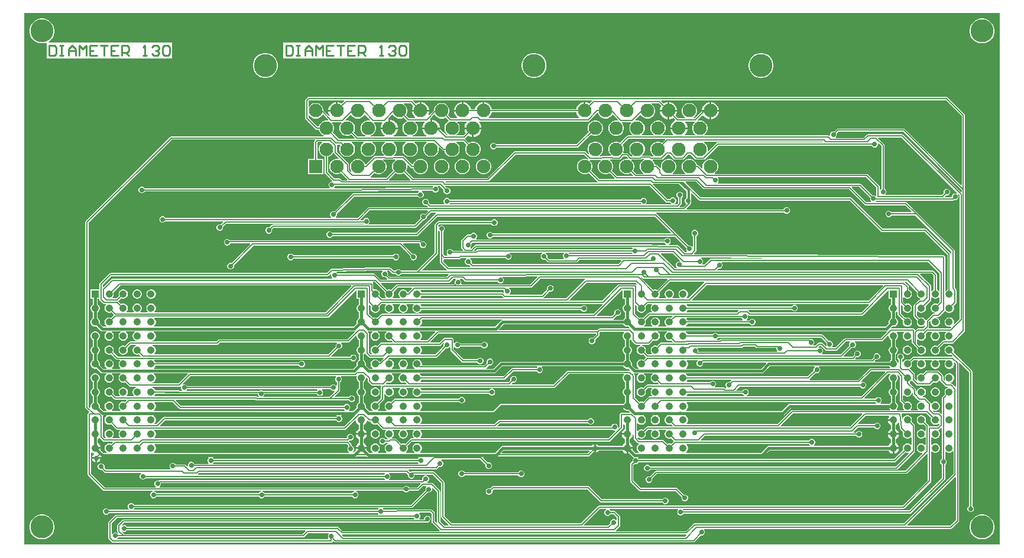
<source format=gbr>
%FSTAX23Y23*%
%MOIN*%
%SFA1B1*%

%IPPOS*%
%ADD12C,0.010000*%
%ADD21C,0.007800*%
%ADD22C,0.076770*%
%ADD23R,0.076770X0.076770*%
%ADD24C,0.129920*%
%ADD25C,0.130000*%
%ADD26C,0.042320*%
%ADD27R,0.042320X0.042320*%
%ADD28C,0.050000*%
%ADD29C,0.027560*%
%ADD30C,0.015000*%
%LNbackplane_copper_signal_bot-1*%
%LPD*%
G36*
X055Y0D02*
X0D01*
Y03*
X055*
Y0*
G37*
%LNbackplane_copper_signal_bot-2*%
%LPC*%
G36*
X05406Y0297D02*
X05393D01*
X05379Y02967*
X05366Y02962*
X05355Y02954*
X05345Y02944*
X05337Y02933*
X05332Y0292*
X0533Y02906*
Y02893*
X05332Y02879*
X05337Y02866*
X05345Y02855*
X05355Y02845*
X05366Y02837*
X05379Y02832*
X05393Y0283*
X05406*
X0542Y02832*
X05433Y02837*
X05444Y02845*
X05454Y02855*
X05462Y02866*
X05467Y02879*
X0547Y02893*
Y02906*
X05467Y0292*
X05462Y02933*
X05454Y02944*
X05444Y02954*
X05433Y02962*
X0542Y02967*
X05406Y0297*
G37*
G36*
X02169Y02834D02*
X0146D01*
Y02745*
X02169*
Y02834*
G37*
G36*
X00106Y0297D02*
X00093D01*
X00079Y02967*
X00066Y02962*
X00055Y02954*
X00045Y02944*
X00037Y02933*
X00032Y0292*
X0003Y02906*
Y02893*
X00032Y02879*
X00037Y02866*
X00045Y02855*
X00055Y02845*
X00066Y02837*
X00079Y02832*
X00093Y0283*
X00106*
X0012Y02832*
X00121Y02832*
X00125Y0283*
Y02745*
X00834*
Y02834*
X00137*
X00136Y02839*
X00144Y02845*
X00154Y02855*
X00162Y02866*
X00167Y02879*
X0017Y02893*
Y02906*
X00167Y0292*
X00162Y02933*
X00154Y02944*
X00144Y02954*
X00133Y02962*
X0012Y02967*
X00106Y0297*
G37*
G36*
X0416Y02775D02*
X04146D01*
X04133Y02773*
X0412Y02767*
X04108Y0276*
X04099Y0275*
X04091Y02739*
X04086Y02726*
X04083Y02712*
Y02699*
X04086Y02685*
X04091Y02672*
X04099Y02661*
X04108Y02651*
X0412Y02643*
X04133Y02638*
X04146Y02635*
X0416*
X04173Y02638*
X04186Y02643*
X04198Y02651*
X04207Y02661*
X04215Y02672*
X0422Y02685*
X04223Y02699*
Y02712*
X0422Y02726*
X04215Y02739*
X04207Y0275*
X04198Y0276*
X04186Y02767*
X04173Y02773*
X0416Y02775*
G37*
G36*
X0288D02*
X02867D01*
X02853Y02773*
X0284Y02767*
X02829Y0276*
X02819Y0275*
X02812Y02739*
X02806Y02726*
X02804Y02712*
Y02699*
X02806Y02685*
X02812Y02672*
X02819Y02661*
X02829Y02651*
X0284Y02643*
X02853Y02638*
X02867Y02635*
X0288*
X02894Y02638*
X02907Y02643*
X02918Y02651*
X02928Y02661*
X02936Y02672*
X02941Y02685*
X02943Y02699*
Y02712*
X02941Y02726*
X02936Y02739*
X02928Y0275*
X02918Y0276*
X02907Y02767*
X02894Y02773*
X0288Y02775*
G37*
G36*
X01365D02*
X01351D01*
X01337Y02773*
X01325Y02767*
X01313Y0276*
X01303Y0275*
X01296Y02739*
X01291Y02726*
X01288Y02712*
Y02699*
X01291Y02685*
X01296Y02672*
X01303Y02661*
X01313Y02651*
X01325Y02643*
X01337Y02638*
X01351Y02635*
X01365*
X01378Y02638*
X01391Y02643*
X01402Y02651*
X01412Y02661*
X0142Y02672*
X01425Y02685*
X01428Y02699*
Y02712*
X01425Y02726*
X0142Y02739*
X01412Y0275*
X01402Y0276*
X01391Y02767*
X01378Y02773*
X01365Y02775*
G37*
G36*
X052Y02528D02*
X01603D01*
X01599Y02527*
X01596Y02525*
X01586Y02515*
X01584Y02512*
X01583Y02509*
Y02408*
X01584Y02405*
X01586Y02402*
X01643Y02345*
X01646Y02343*
X0165Y02342*
X0166*
X01662Y02334*
X01668Y02324*
X01676Y02316*
X01686Y02311*
X01688Y0231*
X01687Y02305*
X00829*
X00825Y02304*
X00823Y02302*
X00347Y01827*
X00345Y01824*
X00344Y01821*
Y00775*
X00345Y00771*
X00347Y00768*
X00365Y0075*
X00363Y00745*
X00363Y00745*
X0036Y00743*
X00358Y0074*
X00357Y00737*
Y00397*
X00358Y00393*
X0036Y0039*
X00443Y00307*
X00443Y00307*
X00446Y00305*
X0045Y00304*
Y00304*
X00721*
X00722Y00299*
X00717Y00297*
X00712Y00292*
X00709Y00285*
Y00278*
X00712Y00271*
X00717Y00266*
X00724Y00263*
X00731*
X00738Y00266*
X00743Y00271*
X00744Y00272*
X01321*
X01322Y00271*
X01327Y00266*
X01334Y00263*
X01341*
X01348Y00266*
X01353Y00271*
X01354Y00272*
X01848*
X01849Y00271*
X01854Y00266*
X01861Y00263*
X01868*
X01875Y00266*
X0188Y00271*
X01883Y00278*
Y00285*
X0188Y00292*
X01875Y00297*
X0187Y00299*
X01871Y00304*
X02137*
X02138Y00303*
X02143Y00298*
X0215Y00295*
X02157*
X02164Y00298*
X02169Y00303*
X0217Y00304*
X02218*
X02221Y00305*
X02224Y00307*
X02248Y00331*
X02264*
X02267Y00326*
X02264Y00323*
X02261Y00316*
Y00309*
X02261Y00307*
X02179Y00225*
X00619*
X00619Y00227*
X00613Y00232*
X00606Y00235*
X00599*
X00592Y00232*
X00587Y00227*
X00584Y0022*
Y00212*
X00587Y00205*
X0059Y00202*
X00588Y00197*
X00477Y00197*
X00476Y00198*
X00471Y00203*
X00464Y00206*
X00457*
X0045Y00203*
X00445Y00198*
X00442Y00191*
Y00184*
X00445Y00177*
X0045Y00172*
X00457Y00169*
X00464*
X00471Y00172*
X00476Y00177*
X00477Y00178*
X01993*
X01994Y00177*
X01997Y00174*
X01995Y00169*
X00518*
X00514Y00168*
X00511Y00166*
X00477Y00132*
X00475Y00129*
X00474Y00126*
Y00037*
X00475Y00034*
X00477Y00031*
X00493Y00015*
X00496Y00013*
X00499Y00012*
X0173*
X01733Y00013*
X01736Y00015*
X01738Y00018*
X01738Y00018*
X01743Y0002*
X01747Y00016*
X0175Y00014*
X01753Y00014*
X03771*
X03774Y00014*
X03777Y00016*
X03813Y00052*
X03815Y00052*
X03822*
X03829Y00055*
X03834Y0006*
X03837Y00067*
Y00074*
X03834Y00081*
X03831Y00084*
X03834Y00089*
X05224*
X05228Y0009*
X0523Y00092*
X05267Y00128*
X05269Y00131*
X0527Y00135*
Y01024*
X05272Y01025*
X05274Y01026*
X05326Y00974*
Y00219*
X05325Y00218*
X0532Y00213*
X05317Y00206*
Y00199*
X0532Y00192*
X05325Y00187*
X05332Y00184*
X05339*
X05346Y00187*
X05351Y00192*
X05354Y00199*
Y00206*
X05351Y00213*
X05346Y00218*
X05345Y00219*
Y00977*
X05344Y00981*
X05342Y00984*
X05238Y01088*
X05239Y01088*
X05241Y01095*
Y01102*
X05239Y01109*
X05235Y01115*
X05231Y01119*
X05225Y01123*
X05218Y01125*
X05211*
X05204Y01123*
X05198Y01119*
X05194Y01115*
X0519Y01109*
X05188Y01102*
Y01095*
X0519Y01088*
X05194Y01082*
X05198Y01078*
X05204Y01074*
X05211Y01072*
X05218*
X05225Y01074*
X05225Y01075*
X05234Y01066*
X05233Y01064*
X05232Y01062*
X05011*
X05008Y01061*
X05005Y01059*
X04989Y01043*
X04988Y01044*
X04982Y01046*
X04975*
X04968Y01044*
X04962Y0104*
X04957Y01036*
X04954Y0103*
X04954Y01029*
X04949Y01029*
Y01043*
X0495Y01044*
X04955Y01049*
X04958Y01056*
Y01063*
X04955Y0107*
X0495Y01075*
X04943Y01078*
X04936*
X04929Y01075*
X04924Y0107*
X04921Y01063*
Y01056*
X04924Y01049*
X04929Y01044*
X0493Y01043*
Y01024*
X04925Y01024*
X04924Y0103*
X0492Y01036*
X04916Y0104*
X04912Y01042*
Y01076*
X04916Y01078*
X0492Y01082*
X04924Y01088*
X04926Y01095*
Y01102*
X04924Y01109*
X0492Y01115*
X04916Y01119*
X04912Y01121*
Y01155*
X04916Y01157*
X0492Y01161*
X04924Y01167*
X04926Y01174*
Y01181*
X04924Y01188*
X0492Y01194*
X04918Y01196*
X0492Y01201*
X04958*
X0496Y01196*
X04957Y01194*
X04954Y01188*
X04952Y01181*
Y01174*
X04954Y01167*
X04957Y01161*
X04962Y01157*
X04968Y01153*
X04975Y01151*
X04982*
X04988Y01153*
X04994Y01157*
X04997Y0116*
X05002Y01158*
Y01144*
X05003Y01141*
X05005Y01138*
X05017Y01126*
X05033Y0111*
X05033Y01109*
X05031Y01102*
Y01095*
X05033Y01088*
X05036Y01082*
X05041Y01078*
X05047Y01074*
X05054Y01072*
X0506*
X05067Y01074*
X05073Y01078*
X05078Y01082*
X05081Y01088*
X05083Y01095*
Y01102*
X05081Y01109*
X05078Y01115*
X05073Y01119*
X05067Y01123*
X0506Y01125*
X05054*
X05047Y01123*
X05046Y01122*
X05033Y01136*
Y01158*
X05038Y0116*
X05041Y01157*
X05047Y01153*
X05054Y01151*
X0506*
X05067Y01153*
X05073Y01157*
X05078Y01161*
X05081Y01167*
X05083Y01174*
Y01181*
X05081Y01188*
X05081Y01189*
X05094Y01202*
X05116*
X05118Y01197*
X05115Y01194*
X05111Y01188*
X0511Y01181*
Y01174*
X05111Y01167*
X05115Y01161*
X0512Y01157*
X05126Y01153*
X05132Y01151*
X05139*
X05146Y01153*
X05152Y01157*
X05157Y01161*
X0516Y01167*
X05162Y01174*
Y01181*
X0516Y01188*
X05157Y01194*
X05154Y01197*
X05156Y01202*
X05195*
X05197Y01197*
X05194Y01194*
X0519Y01188*
X05188Y01181*
Y01174*
X0519Y01167*
X05194Y01161*
X05196Y01159*
X05194Y01154*
X05182*
X05178Y01153*
X05175Y01151*
X05147Y01122*
X05146Y01123*
X05139Y01125*
X05132*
X05126Y01123*
X0512Y01119*
X05115Y01115*
X05111Y01109*
X0511Y01102*
Y01095*
X05111Y01088*
X05115Y01082*
X0512Y01078*
X05126Y01074*
X05132Y01072*
X05139*
X05146Y01074*
X05152Y01078*
X05157Y01082*
X0516Y01088*
X05162Y01095*
Y01102*
X0516Y01109*
X0516Y0111*
X05185Y01135*
X05231*
X05234Y01136*
X05237Y01138*
X053Y01202*
X05302Y01205*
X05303Y01208*
X05303*
Y02005*
Y02424*
X05302Y02427*
X053Y0243*
X05206Y02525*
X05203Y02527*
X052Y02528*
G37*
G36*
X04982Y01125D02*
X04975D01*
X04968Y01123*
X04962Y01119*
X04957Y01115*
X04954Y01109*
X04952Y01102*
Y01095*
X04954Y01088*
X04957Y01082*
X04962Y01078*
X04968Y01074*
X04975Y01072*
X04982*
X04988Y01074*
X04994Y01078*
X04999Y01082*
X05003Y01088*
X05004Y01095*
Y01102*
X05003Y01109*
X04999Y01115*
X04994Y01119*
X04988Y01123*
X04982Y01125*
G37*
G36*
X05406Y0017D02*
X05393D01*
X05379Y00167*
X05366Y00162*
X05355Y00154*
X05345Y00144*
X05337Y00133*
X05332Y0012*
X0533Y00106*
Y00093*
X05332Y00079*
X05337Y00066*
X05345Y00055*
X05355Y00045*
X05366Y00037*
X05379Y00032*
X05393Y0003*
X05406*
X0542Y00032*
X05433Y00037*
X05444Y00045*
X05454Y00055*
X05462Y00066*
X05467Y00079*
X0547Y00093*
Y00106*
X05467Y0012*
X05462Y00133*
X05454Y00144*
X05444Y00154*
X05433Y00162*
X0542Y00167*
X05406Y0017*
G37*
G36*
X00106D02*
X00093D01*
X00079Y00167*
X00066Y00162*
X00055Y00154*
X00045Y00144*
X00037Y00133*
X00032Y0012*
X0003Y00106*
Y00093*
X00032Y00079*
X00037Y00066*
X00045Y00055*
X00055Y00045*
X00066Y00037*
X00079Y00032*
X00093Y0003*
X00106*
X0012Y00032*
X00133Y00037*
X00144Y00045*
X00154Y00055*
X00162Y00066*
X00167Y00079*
X0017Y00093*
Y00106*
X00167Y0012*
X00162Y00133*
X00154Y00144*
X00144Y00154*
X00133Y00162*
X0012Y00167*
X00106Y0017*
G37*
%LNbackplane_copper_signal_bot-3*%
%LPD*%
G36*
X03201Y02504D02*
X03186Y0249D01*
X03178Y02495*
X03165Y02498*
X03164*
Y0245*
X03154*
Y02498*
X03153*
X0314Y02495*
X03129Y02488*
X0312Y02479*
X03114Y02468*
X03111Y02459*
X02636*
X02633Y02468*
X02627Y02479*
X02618Y02488*
X02607Y02495*
X02594Y02498*
X02593*
Y0245*
X02583*
Y02498*
X02582*
X02569Y02495*
X02558Y02488*
X02549Y02479*
X02543Y02468*
X0254Y02459*
X02518*
X02515Y02468*
X02509Y02479*
X025Y02488*
X02489Y02495*
X02476Y02498*
X02475*
Y0245*
X0247*
Y02445*
X02422*
Y02443*
X02425Y02431*
X02431Y0242*
X02438Y02413*
X02436Y02408*
X02407*
X02388Y02426*
X02392Y02433*
X02395Y02444*
Y02455*
X02392Y02466*
X02387Y02476*
X02379Y02484*
X02369Y0249*
X02358Y02493*
X02346*
X02335Y0249*
X02325Y02484*
X02317Y02476*
X02311Y02466*
X02308Y02455*
Y02452*
X02281Y02425*
X02277Y02428*
X02279Y02431*
X02282Y02443*
Y02445*
X02185*
Y02443*
X02189Y02431*
X02195Y0242*
X02202Y02413*
X022Y02408*
X0217*
X02152Y02426*
X02156Y02433*
X02159Y02444*
Y02455*
X02156Y02466*
X0215Y02476*
X02142Y02484*
X02138Y02486*
X0214Y02491*
X02179*
X02194Y02477*
X02189Y02468*
X02185Y02456*
Y02455*
X02229*
Y02498*
X02227*
X02215Y02495*
X02206Y0249*
X02192Y02504*
X02194Y02509*
X03199*
X03201Y02504*
G37*
G36*
X01803D02*
X01789Y0249D01*
X0178Y02495*
X01768Y02498*
X01766*
Y0245*
X01761*
Y02445*
X01713*
Y02443*
X01716Y02431*
X01721Y02423*
X01717Y0242*
X01687Y0245*
Y02455*
X01684Y02466*
X01678Y02476*
X0167Y02484*
X0166Y0249*
X01649Y02493*
X01637*
X01626Y0249*
X01617Y02484*
X01608Y02476*
X01607Y02473*
X01602Y02474*
Y02505*
X01606Y02509*
X01801*
X01803Y02504*
G37*
G36*
X03114Y02431D02*
X0312Y0242D01*
X03127Y02413*
X03125Y02408*
X02622*
X0262Y02413*
X02627Y0242*
X02633Y02431*
X02636Y0244*
X03111*
X03114Y02431*
G37*
G36*
X01713Y02398D02*
X0171Y02394D01*
X01708Y02394*
X01697*
X01686Y02392*
X01676Y02386*
X01668Y02378*
X01662Y02368*
X0166Y0236*
X01653*
X01602Y02412*
Y02425*
X01607Y02426*
X01608Y02423*
X01617Y02415*
X01626Y02409*
X01637Y02406*
X01649*
X0166Y02409*
X0167Y02415*
X01678Y02423*
X0168Y02426*
X01685Y02427*
X01713Y02398*
G37*
G36*
X05285Y0242D02*
Y02033D01*
X0528Y02032*
X04966Y02346*
X04963Y02348*
X04959Y02349*
X04586*
X04582Y02348*
X04579Y02346*
X04566Y02333*
X04564Y02333*
X04557*
X0455Y0233*
X04545Y02325*
X04542Y02318*
Y02311*
X0454Y0231*
X04537Y02308*
X04536Y02309*
X04533Y0231*
X03833*
X03832Y02315*
X03835Y02316*
X03843Y02324*
X03849Y02334*
X03852Y02345*
Y02357*
X03849Y02368*
X03843Y02378*
X03835Y02386*
X03825Y02392*
X03814Y02394*
X03803*
X03798Y02393*
X03796Y02398*
X03822Y02424*
X03827Y02423*
X03829Y0242*
X03838Y02411*
X03849Y02404*
X03861Y02401*
X03863*
Y02445*
X03817*
X0378Y02408*
X03774*
X03772Y02413*
X03776Y02415*
X03784Y02423*
X0379Y02433*
X03793Y02444*
Y02455*
X0379Y02466*
X03784Y02476*
X03776Y02484*
X03766Y0249*
X03755Y02493*
X03744*
X03733Y0249*
X03723Y02484*
X03715Y02476*
X03709Y02466*
X03706Y02455*
Y02444*
X03709Y02433*
X03715Y02423*
X03723Y02415*
X03727Y02413*
X03725Y02408*
X03686*
X03672Y02422*
X03676Y02431*
X0368Y02443*
Y02445*
X03636*
Y02401*
X03638*
X0365Y02404*
X03659Y02409*
X03668Y024*
X03667Y02394*
X03661Y0239*
X03652Y02381*
X03645Y0237*
X03642Y02357*
Y02356*
X03739*
Y02357*
X03736Y0237*
X03729Y02381*
X03725Y02385*
X03727Y02389*
X03779*
X03781Y02384*
X03774Y02378*
X03768Y02368*
X03765Y02357*
Y02345*
X03768Y02334*
X03774Y02324*
X03782Y02316*
X03785Y02315*
X03784Y0231*
X03724*
X03722Y02315*
X03729Y02321*
X03736Y02332*
X03739Y02345*
Y02346*
X03642*
Y02345*
X03645Y02332*
X03652Y02321*
X03659Y02315*
X03656Y0231*
X03597*
X03596Y02315*
X03599Y02316*
X03607Y02324*
X03613Y02334*
X03616Y02345*
Y02357*
X03613Y02368*
X03607Y02378*
X03599Y02386*
X03589Y02392*
X03578Y02394*
X03567*
X03556Y02392*
X03546Y02386*
X03538Y02378*
X03532Y02368*
X03529Y02357*
Y02345*
X03532Y02334*
X03538Y02324*
X03546Y02316*
X03549Y02315*
X03547Y0231*
X03479*
X03478Y02315*
X03481Y02316*
X03489Y02324*
X03495Y02334*
X03498Y02345*
Y02357*
X03495Y02368*
X03489Y02378*
X03481Y02386*
X03471Y02392*
X0346Y02394*
X03449*
X03446Y02394*
X03443Y02398*
X03472Y02427*
X03477Y02426*
X03479Y02423*
X03487Y02415*
X03497Y02409*
X03508Y02406*
X03519*
X0353Y02409*
X0354Y02415*
X03548Y02423*
X03554Y02433*
X03557Y02444*
Y02455*
X03554Y02466*
X03548Y02476*
X0354Y02484*
X03536Y02486*
X03537Y02491*
X03577*
X03591Y02477*
X03586Y02468*
X03583Y02456*
Y02455*
X03626*
Y02498*
X03625*
X03613Y02495*
X03604Y0249*
X03589Y02504*
X03591Y02509*
X05196*
X05285Y0242*
G37*
G36*
X01843Y02426D02*
X01845Y02423D01*
X01853Y02415*
X01863Y02409*
X01874Y02406*
X01885*
X01896Y02409*
X01906Y02415*
X01914Y02423*
X01916Y02426*
X01921Y02426*
X01949Y02398*
X01946Y02394*
X01944Y02394*
X01933*
X01922Y02392*
X01912Y02386*
X01904Y02378*
X01898Y02368*
X01895Y02357*
Y02345*
X01898Y02334*
X01904Y02324*
X01912Y02316*
X01922Y02311*
X01924Y0231*
X01923Y02305*
X01879*
X01857Y02327*
X01861Y02334*
X01864Y02345*
Y02357*
X01861Y02368*
X01855Y02378*
X01847Y02386*
X01837Y02392*
X01826Y02394*
X01815*
X01812Y02394*
X01809Y02398*
X01838Y02427*
X01843Y02426*
G37*
G36*
X03236Y02436D02*
X03237Y02433D01*
X03242Y02423*
X0325Y02415*
X0326Y02409*
X03271Y02406*
X03283*
X03294Y02409*
X03304Y02415*
X03312Y02423*
X03314Y02426*
X03319Y02427*
X03347Y02398*
X03344Y02394*
X03342Y02394*
X0333*
X03319Y02392*
X03309Y02386*
X03301Y02378*
X03296Y02368*
X03293Y02357*
Y02345*
X03296Y02334*
X03301Y02324*
X03309Y02316*
X03319Y02311*
X0333Y02308*
X03342*
X03353Y02311*
X03363Y02316*
X03371Y02324*
X03377Y02334*
X0338Y02345*
Y02357*
X03377Y02368*
X03371Y02378*
X03368Y0238*
X0337Y02385*
X0342*
X03422Y0238*
X0342Y02378*
X03414Y02368*
X03411Y02357*
Y02345*
X03414Y02334*
X0342Y02324*
X03428Y02316*
X03431Y02315*
X03429Y0231*
X03404*
X034Y02309*
X03397Y02307*
X0336Y02269*
X03353Y02273*
X03342Y02276*
X0333*
X03319Y02273*
X03309Y02268*
X03301Y0226*
X03296Y0225*
X03293Y02239*
Y02227*
X03296Y02216*
X03301Y02206*
X03308Y022*
X03306Y02195*
X03257*
X03254Y02194*
X03251Y02192*
X0325Y02192*
X03243*
X03242Y02197*
X03245Y02198*
X03253Y02206*
X03258Y02216*
X03261Y02227*
Y02239*
X03258Y0225*
X03253Y0226*
X03245Y02268*
X03235Y02273*
X03224Y02276*
X03212*
X03201Y02273*
X03191Y02268*
X03183Y0226*
X03178Y0225*
X03175Y02239*
Y02227*
X03178Y02216*
X03182Y02209*
X03178Y02206*
X03165Y02219*
X03162Y02221*
X03158Y02222*
X02765*
X02761Y02221*
X02758Y02219*
X02608Y02069*
X02194*
X02152Y02111*
X02156Y02118*
X02159Y02129*
Y0214*
X02158Y02143*
X02163Y02145*
X0218Y02128*
X02183Y02126*
X02187Y02125*
X02191*
X02193Y02118*
X02199Y02108*
X02207Y021*
X02217Y02094*
X02228Y02091*
X02239*
X02251Y02094*
X0226Y021*
X02268Y02108*
X02274Y02118*
X02277Y02129*
Y0214*
X02274Y02151*
X02268Y02161*
X0226Y02169*
X02251Y02175*
X02239Y02178*
X02228*
X02217Y02175*
X02207Y02169*
X02199Y02161*
X02193Y02151*
X02193Y02148*
X02187Y02147*
X02143Y02191*
X0214Y02193*
X02136Y02194*
X02085*
X02084Y02197*
X02084Y02199*
X02091Y02206*
X02097Y02216*
X021Y02227*
Y02239*
X02097Y0225*
X02091Y0226*
X02083Y02268*
X02081Y02269*
X02082Y02274*
X02149*
X0215Y02269*
X02148Y02268*
X0214Y0226*
X02134Y0225*
X02131Y02239*
Y02227*
X02134Y02216*
X0214Y02206*
X02148Y02198*
X02158Y02193*
X02169Y0219*
X0218*
X02191Y02193*
X02201Y02198*
X02209Y02206*
X02215Y02216*
X02218Y02227*
Y02239*
X02215Y0225*
X02209Y0226*
X02201Y02268*
X02199Y02269*
X022Y02274*
X02267*
X02269Y02269*
X02266Y02268*
X02258Y0226*
X02252Y0225*
X02249Y02239*
Y02227*
X02252Y02216*
X02258Y02206*
X02266Y02198*
X02276Y02193*
X02287Y0219*
X02299*
X0231Y02193*
X02319Y02198*
X02328Y02206*
X02333Y02216*
X02336Y02227*
Y02239*
X02335Y02242*
X0234Y02244*
X02358Y02227*
X02361Y02225*
X02364Y02224*
X02368*
X0237Y02216*
X02376Y02206*
X02384Y02198*
X02394Y02193*
X02405Y0219*
X02417*
X02428Y02193*
X02438Y02198*
X02446Y02206*
X02451Y02216*
X02454Y02227*
Y02239*
X02451Y0225*
X02446Y0226*
X02438Y02268*
X02435Y02269*
X02436Y02274*
X02475*
X02493Y02257*
X02489Y0225*
X02486Y02239*
Y02227*
X02489Y02216*
X02494Y02206*
X02502Y02198*
X02512Y02193*
X02523Y0219*
X02535*
X02546Y02193*
X02556Y02198*
X02564Y02206*
X02569Y02216*
X02572Y02227*
Y02239*
X02569Y0225*
X02564Y0226*
X02556Y02268*
X02546Y02273*
X02535Y02276*
X02523*
X02512Y02273*
X02505Y02269*
X02486Y02289*
X02485Y02292*
X02486Y02295*
X02502Y02311*
X0251Y02306*
X02523Y02303*
X02524*
Y02346*
X02481*
Y02345*
X02484Y02332*
X02489Y02324*
X02475Y0231*
X02436*
X02434Y02315*
X02438Y02316*
X02446Y02324*
X02451Y02334*
X02454Y02345*
Y02357*
X02451Y02368*
X02446Y02378*
X02439Y02384*
X02441Y02389*
X02492*
X02494Y02385*
X0249Y02381*
X02484Y0237*
X02481Y02357*
Y02356*
X02577*
Y02357*
X02574Y0237*
X02568Y02381*
X02563Y02386*
X02563Y02387*
X02566Y0239*
X02568Y02389*
X03179*
X03182Y0239*
X03185Y02392*
X0323Y02437*
X03236Y02436*
G37*
G36*
X02315Y02427D02*
X02317Y02423D01*
X02325Y02415*
X02335Y02409*
X02346Y02406*
X02358*
X02369Y02409*
X02375Y02413*
X02393Y02396*
X02392Y0239*
X02384Y02386*
X02376Y02378*
X0237Y02368*
X02368Y02357*
Y02345*
X0237Y02334*
X02376Y02324*
X02384Y02316*
X02387Y02315*
X02386Y0231*
X02381*
X02344Y02346*
X02244*
Y02345*
X02248Y02332*
X02254Y02321*
X02263Y02312*
X02267Y0231*
X02266Y02305*
X0219*
X02189Y0231*
X02191Y02311*
X02201Y02316*
X02209Y02324*
X02215Y02334*
X02218Y02345*
Y02357*
X02215Y02368*
X02209Y02378*
X02203Y02384*
X02205Y02389*
X02256*
X02258Y02385*
X02254Y02381*
X02248Y0237*
X02244Y02357*
Y02356*
X02288*
Y02401*
X02286Y02404*
X0231Y02428*
X02315Y02427*
G37*
G36*
X02079Y02426D02*
X02081Y02423D01*
X02089Y02415*
X02099Y02409*
X0211Y02406*
X02121*
X02132Y02409*
X02139Y02413*
X02156Y02396*
X02155Y0239*
X02148Y02386*
X0214Y02378*
X02134Y02368*
X02131Y02357*
Y02345*
X02134Y02334*
X0214Y02324*
X02148Y02316*
X02158Y02311*
X0216Y0231*
X0216Y02305*
X02084*
X02082Y0231*
X02086Y02312*
X02095Y02321*
X02102Y02332*
X02105Y02345*
Y02346*
X02008*
Y02345*
X02012Y02332*
X02018Y02321*
X02027Y02312*
X02031Y0231*
X0203Y02305*
X01953*
X01953Y0231*
X01955Y02311*
X01965Y02316*
X01973Y02324*
X01979Y02334*
X01982Y02345*
Y02357*
X01979Y02368*
X01973Y02378*
X0197Y0238*
X01973Y02385*
X02016*
X02017Y02383*
X02018Y0238*
X02012Y0237*
X02008Y02357*
Y02356*
X02052*
Y02404*
X02051Y02404*
X02074Y02427*
X02079Y02426*
G37*
G36*
X01788Y0238D02*
X01786Y02378D01*
X0178Y02368*
X01777Y02357*
Y02345*
X0178Y02334*
X01786Y02324*
X01794Y02316*
X01804Y02311*
X01815Y02308*
X01826*
X01837Y02311*
X01844Y02315*
X01862Y02297*
X0186Y02292*
X01774*
X01739Y02327*
X01743Y02334*
X01746Y02345*
Y02357*
X01743Y02368*
X01737Y02378*
X01734Y0238*
X01736Y02385*
X01786*
X01788Y0238*
G37*
G36*
X04501Y02275D02*
X04499Y0227D01*
X03908*
X03904Y0227*
X03901Y02268*
X03856Y02222*
X03851Y02225*
X03852Y02227*
Y02239*
X03849Y0225*
X03843Y0226*
X03835Y02268*
X0383Y0227*
X03832Y02275*
X04501*
X04501Y02275*
G37*
G36*
X03613Y02286D02*
X03596Y02269D01*
X03589Y02273*
X03578Y02276*
X03567*
X03556Y02273*
X03546Y02268*
X03538Y0226*
X03532Y0225*
X03529Y02239*
Y02227*
X03532Y02216*
X03538Y02206*
X03546Y02198*
X03548Y02197*
X03547Y02192*
X03536*
X03535Y02193*
X03532Y02195*
X03528Y02196*
X03486*
X03484Y02201*
X03489Y02206*
X03495Y02216*
X03498Y02227*
Y02239*
X03495Y0225*
X03489Y0226*
X03481Y02268*
X03471Y02273*
X0346Y02276*
X03449*
X03437Y02273*
X03428Y02268*
X0342Y0226*
X03414Y0225*
X03411Y02239*
Y02227*
X03414Y02216*
X0342Y02206*
X03428Y02198*
X0343Y02197*
X03429Y02192*
X03419*
X03405Y02206*
X03402Y02208*
X03399Y02209*
X03378*
X03375Y02214*
X03377Y02216*
X0338Y02227*
Y02239*
X03377Y0225*
X03373Y02257*
X03407Y02291*
X03611*
X03613Y02286*
G37*
G36*
X04831Y0225D02*
Y02009D01*
X0483Y02008*
X04827Y02005*
X04822Y02007*
Y02021*
X04821Y02025*
X04819Y02028*
X04756Y02091*
X04753Y02093*
X0475Y02093*
X03893*
X03892Y02098*
X03894Y021*
X03902Y02108*
X03908Y02118*
X03911Y02129*
Y0214*
X03908Y02151*
X03902Y02161*
X03894Y02169*
X03884Y02175*
X03873Y02178*
X03862*
X03851Y02175*
X03841Y02169*
X03833Y02161*
X03827Y02151*
X03824Y0214*
Y02129*
X03825Y02126*
X0382Y02124*
X03803Y02141*
X038Y02143*
X03797Y02144*
X03792*
X0379Y02151*
X03784Y02161*
X03776Y02169*
X03766Y02175*
X03755Y02178*
X03744*
X03733Y02175*
X03723Y02169*
X03715Y02161*
X03709Y02151*
X03706Y0214*
Y02129*
X03709Y02118*
X03715Y02108*
X03723Y021*
X03725Y02098*
X03724Y02093*
X03657*
X03656Y02098*
X03658Y021*
X03666Y02108*
X03672Y02118*
X03675Y02129*
Y0214*
X03672Y02151*
X03666Y02161*
X03658Y02169*
X03648Y02175*
X03637Y02178*
X03626*
X03615Y02175*
X03605Y02169*
X03597Y02161*
X03591Y02151*
X03588Y0214*
Y02129*
X03588Y02128*
X03584Y02126*
X03568Y02141*
X03565Y02143*
X03562Y02144*
X03556*
X03554Y02151*
X03548Y02161*
X0354Y02169*
X03541Y02171*
X03542Y02174*
X03593*
X03597Y02174*
X036Y02176*
X03626Y02202*
X03637*
X03663Y02176*
X03666Y02174*
X0367Y02174*
X03711*
X03715Y02174*
X03718Y02176*
X03744Y02202*
X03755*
X03781Y02176*
X03784Y02174*
X03788Y02174*
X03829*
X03833Y02174*
X03836Y02176*
X03912Y02252*
X04777*
X04778Y02251*
X04783Y02245*
X0479Y02242*
X04798*
X04804Y02245*
X0481Y02251*
X04813Y02257*
Y02262*
X04818Y02264*
X04831Y0225*
G37*
G36*
X02032Y02269D02*
X0203Y02268D01*
X02022Y0226*
X02016Y0225*
X02013Y02239*
Y02227*
X02016Y02216*
X02022Y02206*
X02029Y022*
X02027Y02195*
X01977*
X01973Y02194*
X0197Y02192*
X01925Y02147*
X01921Y02149*
X0192Y02151*
X01914Y02161*
X01906Y02169*
X01896Y02175*
X01885Y02178*
X01874*
X01863Y02175*
X01853Y02169*
X01845Y02161*
X01839Y02151*
X01836Y0214*
Y02129*
X01839Y02118*
X01844Y02109*
X0184Y02106*
X0183Y02116*
Y02146*
X01829Y0215*
X01827Y02153*
X01762Y02218*
Y02254*
X01761Y02254*
X01765Y02259*
X0178*
X01783Y02255*
X0178Y0225*
X01777Y02239*
Y02227*
X0178Y02216*
X01786Y02206*
X01794Y02198*
X01804Y02193*
X01815Y0219*
X01826*
X01837Y02193*
X01847Y02198*
X01855Y02206*
X01861Y02216*
X01864Y02227*
Y02239*
X01861Y0225*
X01855Y0226*
X01847Y02268*
X01845Y02269*
X01846Y02274*
X01913*
X01914Y02269*
X01912Y02268*
X01904Y0226*
X01898Y0225*
X01895Y02239*
Y02227*
X01898Y02216*
X01904Y02206*
X01912Y02198*
X01922Y02193*
X01933Y0219*
X01944*
X01955Y02193*
X01965Y02198*
X01973Y02206*
X01979Y02216*
X01982Y02227*
Y02239*
X01979Y0225*
X01973Y0226*
X01965Y02268*
X01963Y02269*
X01964Y02274*
X02031*
X02032Y02269*
G37*
G36*
X01745Y0221D02*
X01746Y02208D01*
X01772Y02182*
X0177Y02177*
X01767Y02178*
X01756*
X01745Y02175*
X01735Y02169*
X01727Y02161*
X01721Y02151*
X01718Y0214*
Y02129*
X01721Y02118*
X01727Y02108*
X01735Y021*
X01745Y02094*
X01756Y02091*
X01767*
X01778Y02094*
X01785Y02098*
X01822Y02061*
X0182Y02056*
X01792*
X01784Y02064*
X01781Y02066*
X01777Y02067*
X01748*
X01711Y02103*
Y0219*
X01719Y02193*
X01729Y02198*
X01737Y02206*
X01739Y0221*
X01741Y0221*
X01745Y0221*
G37*
G36*
X0318Y02178D02*
X03177Y02174D01*
X03176Y02175*
X03165Y02178*
X03153*
X03142Y02175*
X03132Y02169*
X03124Y02161*
X03119Y02151*
X03116Y0214*
Y02129*
X03119Y02118*
X03124Y02108*
X03132Y021*
X03142Y02094*
X03153Y02091*
X03165*
X03176Y02094*
X03183Y02098*
X03232Y02049*
X03232Y02049*
X03231Y02044*
X02376*
X02374Y02046*
X02377Y02051*
X02612*
X02615Y02051*
X02618Y02053*
X02768Y02203*
X03155*
X0318Y02178*
G37*
G36*
X03403Y02183D02*
X03401Y02179D01*
X034Y02178*
X03389*
X03378Y02175*
X03369Y02169*
X0336Y02161*
X03355Y02151*
X03352Y0214*
Y02129*
X03355Y02118*
X0336Y02108*
X03369Y021*
X03378Y02094*
X03389Y02091*
X03401*
X03412Y02094*
X03419Y02098*
X03432Y02085*
X0343Y02081*
X03344*
X03314Y02111*
X03317Y02118*
X0332Y02129*
Y0214*
X03317Y02151*
X03312Y02161*
X03304Y02169*
X033Y02171*
X03301Y02176*
X03309*
X03309Y02176*
X03312Y02174*
X03315Y02174*
X03357*
X0336Y02174*
X03363Y02176*
X03377Y0219*
X03395*
X03403Y02183*
G37*
G36*
X03493Y02173D02*
X03487Y02169D01*
X03479Y02161*
X03473Y02151*
X0347Y0214*
Y02129*
X03473Y02118*
X03479Y02108*
X03487Y021*
X03489Y02098*
X03488Y02093*
X03449*
X03432Y02111*
X03436Y02118*
X03439Y02129*
Y0214*
X03436Y02151*
X0343Y02161*
X03422Y02169*
X03423Y02171*
X03424Y02174*
X03475*
X03478Y02174*
X03481Y02176*
X03483Y02178*
X03492*
X03493Y02173*
G37*
G36*
X02029Y02176D02*
X02032Y02174D01*
X02036Y02174*
X02077*
X02081Y02174*
X02083Y02176*
X0209*
X02091Y02171*
X02089Y02169*
X02081Y02161*
X02075Y02151*
X02072Y0214*
Y02129*
X02075Y02118*
X02079Y02111*
X02039Y02071*
X01951*
X01951Y02073*
X01951Y02076*
X01953Y02077*
X01974Y02098*
X01981Y02094*
X01992Y02091*
X02003*
X02014Y02094*
X02024Y021*
X02032Y02108*
X02038Y02118*
X02041Y02129*
Y0214*
X02038Y02151*
X02032Y02161*
X02024Y02169*
X0202Y02171*
X02022Y02176*
X02029*
X02029Y02176*
G37*
G36*
X03249Y02172D02*
X0325Y02168D01*
X03242Y02161*
X03237Y02151*
X03234Y0214*
Y02129*
X03237Y02118*
X03242Y02108*
X0325Y021*
X0326Y02094*
X03271Y02091*
X03283*
X03294Y02094*
X03301Y02098*
X03329Y0207*
X03327Y02065*
X03242*
X03195Y02111*
X03199Y02118*
X03202Y02129*
Y0214*
X03199Y02151*
X03194Y02161*
X03186Y02169*
X03186Y02169*
X03188Y02173*
X03248*
X03249Y02172*
G37*
G36*
X02099Y02094D02*
X0211Y02091D01*
X02121*
X02132Y02094*
X02139Y02098*
X02177Y02061*
X02175Y02056*
X02057*
X02055Y02061*
X02092Y02098*
X02099Y02094*
G37*
G36*
X02305Y0202D02*
X02302Y02017D01*
X02301Y02015*
X01761Y02012*
X01748*
X01746Y02017*
X01749Y0202*
X01752Y02025*
X02302*
X02305Y0202*
G37*
G36*
X01639Y02282D02*
X01637Y0228D01*
X01635Y02277*
X01634Y02274*
Y02178*
X016*
Y02091*
X01687*
Y02178*
X01652*
Y0227*
X01656Y02274*
X01677*
X01678Y02269*
X01676Y02268*
X01668Y0226*
X01662Y0225*
X01659Y02239*
Y02227*
X01662Y02216*
X01668Y02206*
X01676Y02198*
X01686Y02193*
X01693Y0219*
Y021*
X01694Y02096*
X01696Y02093*
X01735Y02054*
X01733Y02049*
X0173*
X01723Y02046*
X01718Y02041*
X01715Y02034*
Y02027*
X01718Y0202*
X01721Y02017*
X01719Y02012*
X00678*
X00677Y02013*
X00672Y02019*
X00665Y02021*
X00658*
X00651Y02019*
X00646Y02013*
X00643Y02006*
Y01999*
X00646Y01992*
X00651Y01987*
X00658Y01984*
X00665*
X00672Y01987*
X00677Y01992*
X00678Y01994*
X01761*
X01761Y01994*
X01761Y01994*
X02223Y01997*
X02224Y01992*
X02223Y01991*
X02218Y01986*
X02217Y01985*
X01855*
X01851Y01984*
X01848Y01982*
X01748Y01882*
X01746Y01882*
X01739*
X01732Y01879*
X01727Y01874*
X01724Y01867*
Y0186*
X01727Y01853*
X0173Y0185*
X01728Y01845*
X00796*
X00795Y01846*
X0079Y01851*
X00783Y01854*
X00776*
X00769Y01851*
X00764Y01846*
X00761Y01839*
Y01832*
X00764Y01825*
X00769Y0182*
X00776Y01817*
X00783*
X0079Y0182*
X00795Y01825*
X00796Y01826*
X01119*
X01121Y01822*
X01107Y01808*
X01105Y01808*
X01098*
X01091Y01805*
X01086Y018*
X01083Y01793*
Y01786*
X01086Y01779*
X01091Y01774*
X01098Y01771*
X01105*
X01112Y01774*
X01117Y01779*
X0112Y01786*
Y01793*
X0112Y01795*
X01138Y01813*
X0191*
X01911Y01812*
X01908Y01807*
X01401*
X01397Y01806*
X01394Y01804*
X01383Y01793*
X01381Y01793*
X01374*
X01367Y0179*
X01362Y01785*
X01359Y01778*
Y01771*
X01362Y01764*
X01367Y01759*
X01374Y01756*
X01381*
X01388Y01759*
X01393Y01764*
X01396Y01771*
Y01778*
X01396Y0178*
X01405Y01789*
X02202*
X02206Y01789*
X02209Y01791*
X02248Y01831*
X02253*
X0226Y01834*
X02265Y01839*
X02268Y01846*
Y01851*
X02292Y01875*
X02318*
X0232Y0187*
X02318Y01869*
X02209Y0176*
X01737*
X01736Y01761*
X01731Y01766*
X01724Y01769*
X01717*
X0171Y01766*
X01705Y01761*
X01702Y01754*
Y01747*
X01705Y0174*
X0171Y01735*
X01717Y01732*
X01724*
X01731Y01735*
X01736Y0174*
X01737Y01741*
X02213*
X02216Y01742*
X02219Y01744*
X02328Y01853*
X03554*
X03646Y01761*
X03644Y01757*
X02641*
X0264Y01758*
X02635Y01763*
X02628Y01766*
X02621*
X02614Y01763*
X02609Y01758*
X02606Y01751*
Y01744*
X02609Y01737*
X02614Y01732*
X02621Y01729*
X02628*
X02635Y01732*
X0264Y01737*
X02641Y01738*
X03669*
X03731Y01676*
X03731Y01674*
Y01667*
X03734Y0166*
X03737Y01657*
X03734Y01652*
X03726*
X0369Y01687*
X03689Y01688*
X03687Y01689*
X03687Y01689*
X03687Y01689*
X03685Y0169*
X03684Y0169*
X03634Y01691*
X03633Y01696*
X03636Y01698*
X03641Y01703*
X03644Y0171*
Y01717*
X03641Y01724*
X03636Y01729*
X03629Y01732*
X03622*
X03615Y01729*
X0361Y01724*
X03609Y01723*
X02548*
X02546Y01728*
X02549Y01731*
X02552Y01738*
Y01745*
X02549Y01752*
X02544Y01757*
X02537Y0176*
X02529*
X02523Y01757*
X02517Y01752*
X02517Y01751*
X025*
X02496Y0175*
X02493Y01748*
X02466Y01721*
X02464Y01718*
X02463Y01715*
Y01677*
X02464Y01674*
X02466Y01671*
X02474Y01663*
X02472Y01659*
X02416*
X02415Y0166*
X0241Y01665*
X02403Y01668*
X02396*
X02389Y01665*
X02384Y0166*
X02381Y01653*
Y01646*
X02384Y01639*
X02387Y01636*
X02385Y01631*
X02371*
X02361Y0164*
Y01767*
X02362Y01768*
X02367Y01773*
X0237Y0178*
Y01787*
X02367Y01794*
X02362Y01799*
X02355Y01802*
X02348*
X02341Y01799*
X02338Y01796*
X02334Y01797*
X02333Y01798*
X02332Y01801*
X02341Y01809*
X02633*
X02634Y01808*
X02639Y01803*
X02646Y018*
X02653*
X0266Y01803*
X02665Y01808*
X02668Y01815*
Y01822*
X02665Y01829*
X0266Y01834*
X02653Y01837*
X02646*
X02639Y01834*
X02634Y01829*
X02633Y01828*
X02337*
X02334Y01827*
X02331Y01825*
X02316Y0181*
X02314Y01807*
X02313Y01804*
Y01649*
X02211Y01547*
X02125*
X02124Y01548*
X02119Y01553*
X02112Y01556*
X02105*
X02098Y01553*
X02093Y01548*
X02092Y01547*
X02082*
X02066Y01563*
X02063Y01565*
X02059Y01565*
X01979*
X01979Y01565*
X01979Y01565*
X01733Y01558*
X01731Y01557*
X0173Y01557*
X0173Y01557*
X0173Y01557*
X01728Y01556*
X01727Y01555*
X01706Y01534*
X00487*
X00483Y01533*
X00481Y01531*
X00426Y01477*
X00424Y01474*
X00423Y0147*
Y01441*
X00373*
Y01388*
X00387*
Y01358*
X00383Y01356*
X00379Y01352*
X00375Y01346*
X00373Y01339*
Y01332*
X00375Y01325*
X00379Y01319*
X00383Y01315*
X00387Y01313*
Y01279*
X00383Y01277*
X00379Y01273*
X00375Y01267*
X00373Y0126*
Y01253*
X00375Y01246*
X00379Y0124*
X00383Y01236*
X00389Y01232*
X00396Y0123*
X00403*
X00407Y01231*
X0043Y01208*
X00434Y01206*
X00439Y01205*
X00463*
X00464Y012*
X00462Y01198*
X00457Y01194*
X00454Y01188*
X00452Y01181*
Y01174*
X00454Y01167*
X00457Y01161*
X00462Y01157*
X00468Y01153*
X00475Y01151*
X00482*
X00488Y01153*
X00494Y01157*
X00499Y01161*
X00503Y01167*
X00504Y01174*
Y01181*
X00503Y01188*
X00499Y01194*
X00494Y01198*
X00492Y012*
X00493Y01205*
X00542*
X00543Y012*
X00541Y01198*
X00536Y01194*
X00533Y01188*
X00531Y01181*
Y01174*
X00533Y01167*
X00536Y01161*
X00541Y01157*
X00547Y01153*
X00554Y01151*
X0056*
X00567Y01153*
X00573Y01157*
X00578Y01161*
X00581Y01167*
X00583Y01174*
Y01181*
X00581Y01188*
X00578Y01194*
X00573Y01198*
X00571Y012*
X00572Y01205*
X00621*
X00622Y012*
X0062Y01198*
X00615Y01194*
X00611Y01188*
X0061Y01181*
Y01174*
X00611Y01167*
X00615Y01161*
X0062Y01157*
X00626Y01153*
X00631Y01152*
X00631Y01147*
X00596*
X00592Y01146*
X0059Y01144*
X00568Y01122*
X00567Y01123*
X0056Y01125*
X00554*
X00547Y01123*
X00541Y01119*
X00536Y01115*
X00533Y01109*
X00531Y01102*
Y01095*
X00533Y01088*
X00536Y01082*
X00541Y01078*
X00547Y01074*
X00554Y01072*
X0056*
X00567Y01074*
X00573Y01078*
X00578Y01082*
X00581Y01088*
X00583Y01095*
Y01102*
X00581Y01109*
X00581Y0111*
X006Y01128*
X00627*
X00628Y01123*
X00626Y01123*
X0062Y01119*
X00615Y01115*
X00611Y01109*
X0061Y01102*
Y01095*
X00611Y01088*
X00615Y01082*
X0062Y01078*
X00626Y01074*
X00632Y01072*
X00639*
X00646Y01074*
X00647Y01075*
X00655Y01066*
X00653Y01062*
X00528*
X00502Y01088*
X00503Y01088*
X00504Y01095*
Y01102*
X00503Y01109*
X00499Y01115*
X00494Y01119*
X00488Y01123*
X00482Y01125*
X00475*
X00468Y01123*
X00462Y01119*
X00457Y01115*
X00454Y01109*
X00452Y01102*
Y01095*
X00454Y01088*
X00457Y01082*
X00462Y01078*
X00468Y01074*
X00475Y01072*
X00482*
X00488Y01074*
X00489Y01075*
X00518Y01046*
X00521Y01044*
X00524Y01044*
X00537*
X00539Y01039*
X00536Y01036*
X00533Y0103*
X00531Y01023*
Y01016*
X00533Y01009*
X00536Y01003*
X00541Y00999*
X00542Y00998*
X0054Y00993*
X00495*
X00494Y00998*
X00494Y00999*
X00499Y01003*
X00503Y01009*
X00504Y01016*
Y01023*
X00503Y0103*
X00499Y01036*
X00494Y0104*
X00488Y01044*
X00482Y01046*
X00475*
X00468Y01044*
X00462Y0104*
X00457Y01036*
X00454Y0103*
X00452Y01023*
Y01016*
X00454Y01009*
X00457Y01003*
X00462Y00999*
X00463Y00998*
X00461Y00993*
X00444*
X00425Y01012*
X00426Y01016*
Y01023*
X00424Y0103*
X0042Y01036*
X00416Y0104*
X00412Y01042*
Y01076*
X00416Y01078*
X0042Y01082*
X00424Y01088*
X00426Y01095*
Y01102*
X00424Y01109*
X0042Y01115*
X00416Y01119*
X00412Y01121*
Y01155*
X00416Y01157*
X0042Y01161*
X00424Y01167*
X00426Y01174*
Y01181*
X00424Y01188*
X0042Y01194*
X00416Y01198*
X0041Y01202*
X00403Y01204*
X00396*
X00389Y01202*
X00383Y01198*
X00379Y01194*
X00375Y01188*
X00373Y01181*
Y01174*
X00375Y01167*
X00379Y01161*
X00383Y01157*
X00387Y01155*
Y01121*
X00383Y01119*
X00379Y01115*
X00375Y01109*
X00373Y01102*
Y01095*
X00375Y01088*
X00379Y01082*
X00383Y01078*
X00387Y01076*
Y01042*
X00383Y0104*
X00379Y01036*
X00375Y0103*
X00373Y01023*
Y01016*
X00375Y01009*
X00379Y01003*
X00383Y00999*
X00389Y00995*
X00396Y00993*
X00403*
X00407Y00994*
X0043Y00971*
X00434Y00969*
X00439Y00968*
X00463*
X00464Y00963*
X00462Y00961*
X00457Y00957*
X00454Y00951*
X00452Y00944*
Y00937*
X00454Y0093*
X00457Y00924*
X00462Y0092*
X00468Y00916*
X00475Y00914*
X00482*
X00488Y00916*
X00494Y0092*
X00499Y00924*
X00503Y0093*
X00504Y00937*
Y00944*
X00503Y00951*
X00499Y00957*
X00494Y00961*
X00492Y00963*
X00493Y00968*
X00542*
X00543Y00963*
X00541Y00961*
X00536Y00957*
X00533Y00951*
X00531Y00944*
Y00937*
X00533Y0093*
X00536Y00924*
X00541Y0092*
X00547Y00916*
X00554Y00914*
X0056*
X00567Y00916*
X00568Y00917*
X00591Y00894*
X00593Y00892*
X00597Y00891*
X00627*
X00628Y00886*
X00626Y00886*
X0062Y00882*
X00615Y00878*
X00611Y00872*
X0061Y00865*
Y00858*
X00611Y00851*
X00615Y00845*
X00618Y00843*
X00616Y00838*
X00577*
X00575Y00843*
X00578Y00845*
X00581Y00851*
X00583Y00858*
Y00865*
X00581Y00872*
X00578Y00878*
X00573Y00882*
X00567Y00886*
X0056Y00888*
X00554*
X00547Y00886*
X00541Y00882*
X00536Y00878*
X00533Y00872*
X00531Y00865*
Y00858*
X00533Y00851*
X00536Y00845*
X00539Y00843*
X00537Y00838*
X00515*
X00502Y0085*
X00503Y00851*
X00504Y00858*
Y00865*
X00503Y00872*
X00499Y00878*
X00494Y00882*
X00488Y00886*
X00482Y00888*
X00475*
X00468Y00886*
X00462Y00882*
X00457Y00878*
X00454Y00872*
X00452Y00865*
Y00858*
X00454Y00851*
X00457Y00845*
X00462Y00841*
X00468Y00837*
X00475Y00835*
X00482*
X00488Y00837*
X00489Y00838*
X00505Y00822*
X00508Y0082*
X00511Y00819*
X00575*
X00576Y00815*
X00568Y00806*
X00567Y00807*
X0056Y00809*
X00554*
X00547Y00807*
X00541Y00803*
X00536Y00799*
X00533Y00793*
X00531Y00786*
Y00779*
X00533Y00772*
X00536Y00766*
X00541Y00762*
X00542Y00761*
X0054Y00756*
X00495*
X00494Y00761*
X00494Y00762*
X00499Y00766*
X00503Y00772*
X00504Y00779*
Y00786*
X00503Y00793*
X00499Y00799*
X00494Y00803*
X00488Y00807*
X00482Y00809*
X00475*
X00468Y00807*
X00462Y00803*
X00457Y00799*
X00454Y00793*
X00452Y00786*
Y00779*
X00454Y00772*
X00457Y00766*
X00462Y00762*
X00463Y00761*
X00461Y00756*
X00444*
X00425Y00775*
X00426Y00779*
Y00786*
X00424Y00793*
X0042Y00799*
X00416Y00803*
X00412Y00805*
Y00839*
X00416Y00841*
X0042Y00845*
X00424Y00851*
X00426Y00858*
Y00865*
X00424Y00872*
X0042Y00878*
X00416Y00882*
X00412Y00884*
Y00918*
X00416Y0092*
X0042Y00924*
X00424Y0093*
X00426Y00937*
Y00944*
X00424Y00951*
X0042Y00957*
X00416Y00961*
X0041Y00965*
X00403Y00967*
X00396*
X00389Y00965*
X00383Y00961*
X00379Y00957*
X00375Y00951*
X00373Y00944*
Y00937*
X00375Y0093*
X00379Y00924*
X00383Y0092*
X00387Y00918*
Y00884*
X00383Y00882*
X00379Y00878*
X00375Y00872*
X00373Y00865*
Y00858*
X00375Y00851*
X00379Y00845*
X00383Y00841*
X00387Y00839*
Y00805*
X00383Y00803*
X00379Y00799*
X00375Y00793*
X00373Y00786*
Y00779*
X00374Y00777*
X0037Y00772*
X0037Y00771*
X00363Y00778*
Y01817*
X00833Y02287*
X01637*
X01639Y02282*
G37*
G36*
X05285Y02001D02*
Y01992D01*
X0528Y0199*
X04956Y02314*
X04953Y02316*
X0495Y02317*
X04755*
X04751Y02316*
X04748Y02314*
X0473Y02296*
X04576*
X04573Y02301*
X04576Y02304*
X04579Y02311*
Y02318*
X04579Y0232*
X04589Y0233*
X04956*
X05285Y02001*
G37*
G36*
X0526Y01985D02*
X05257Y01981D01*
X05251Y01983*
X05244*
X05237Y0198*
X05232Y01975*
X05229Y01968*
Y01961*
X0519*
X05189Y01966*
X05195Y01972*
X05197Y01972*
X05204*
X05211Y01975*
X05216Y0198*
X05219Y01987*
Y01994*
X05216Y02001*
X05211Y02006*
X05204Y02009*
X05197*
X0519Y02006*
X05185Y02001*
X05182Y01994*
Y01987*
X05182Y01985*
X05171Y01974*
X04856*
X04853Y01979*
X04856Y01982*
X04859Y01989*
Y01996*
X04856Y02003*
X04851Y02008*
X0485Y02009*
Y02254*
X04849Y02258*
X04847Y02261*
X04813Y02294*
X04815Y02299*
X04946*
X0526Y01985*
G37*
G36*
X03615Y01935D02*
D01*
X03618Y01933*
X03622Y01932*
X0364*
X03641Y01931*
X03646Y01926*
X03648Y01925*
X03647Y0192*
X03505*
X03503Y01925*
X03506Y01928*
X03509Y01935*
Y01942*
X03506Y01949*
X03501Y01954*
X03494Y01957*
X03487*
X0348Y01954*
X03475Y01949*
X03474Y01948*
X02399*
X02398Y01949*
X02393Y01954*
X02386Y01957*
X02379*
X02372Y01954*
X02367Y01949*
X02364Y01942*
Y01935*
X02367Y01928*
X0237Y01925*
X02368Y0192*
X02289*
X0228Y01929*
X0228Y01931*
Y01938*
X02277Y01945*
X02272Y01951*
X02265Y01953*
X02258*
X02251Y01951*
X02246Y01945*
X02243Y01938*
Y01931*
X02246Y01924*
X02251Y01919*
X02258Y01916*
X02265*
X02267Y01917*
X02273Y01911*
X02271Y01906*
X01943*
X0194Y01905*
X01937Y01903*
X01878Y01845*
X01757*
X01755Y0185*
X01758Y01853*
X01761Y0186*
Y01867*
X01761Y01869*
X01858Y01966*
X02217*
X02218Y01965*
X02223Y0196*
X0223Y01957*
X02237*
X02244Y0196*
X02249Y01965*
X02252Y01972*
Y01979*
X02249Y01986*
X02244Y01991*
X02243Y01992*
X02244Y01997*
X02301Y01997*
X02302Y01996*
X02307Y01991*
X02314Y01988*
X02321*
X02328Y01991*
X02333Y01996*
X02336Y02003*
Y0201*
X02333Y02017*
X0233Y0202*
X02333Y02025*
X02341*
X02364Y02002*
X02364Y02001*
Y01993*
X02367Y01986*
X02372Y01981*
X02379Y01978*
X02386*
X02393Y01981*
X02398Y01986*
X02401Y01993*
Y02001*
X02398Y02008*
X02393Y02013*
X02386Y02016*
X02379*
X02377Y02015*
X02372Y0202*
X02374Y02025*
X03525*
X03615Y01935*
G37*
G36*
X04803Y02018D02*
Y0197D01*
X04798Y01968*
X04797Y01969*
X0479Y01972*
X04783*
X04781Y01972*
X04717Y02035*
X04714Y02037*
X04711Y02038*
X03911*
X03908Y02043*
X03911Y02046*
X03914Y02053*
Y0206*
X03911Y02067*
X03908Y0207*
X0391Y02075*
X04746*
X04803Y02018*
G37*
G36*
X05272Y01973D02*
Y01274D01*
X05244Y01246*
X0524Y01249*
X05241Y01253*
Y0126*
X05239Y01267*
X05235Y01273*
X05231Y01277*
X05225Y01281*
X05218Y01283*
X05211*
X05204Y01281*
X05198Y01277*
X05194Y01273*
X0519Y01267*
X05188Y0126*
Y01253*
X0519Y01246*
X05194Y0124*
X05198Y01236*
X05204Y01232*
X05211Y0123*
X05218*
X05222Y01231*
X05225Y01227*
X05218Y0122*
X05099*
X05098Y01221*
X05097Y01225*
X05099Y01227*
X051Y01231*
Y01258*
X05105Y01264*
X0511Y01261*
X0511Y0126*
Y01253*
X05111Y01246*
X05115Y0124*
X0512Y01236*
X05126Y01232*
X05132Y0123*
X05139*
X05146Y01232*
X05152Y01236*
X05157Y0124*
X0516Y01246*
X05162Y01253*
Y0126*
X0516Y01267*
X05157Y01273*
X05152Y01277*
X05146Y01281*
X05144Y01281*
X05144Y01286*
X05154*
X05157Y01287*
X0516Y01289*
X05188Y01317*
X05189Y01318*
X0519Y01319*
X05194Y01319*
X05194Y01319*
X05198Y01315*
X05204Y01311*
X05211Y01309*
X05218*
X05225Y01311*
X05231Y01315*
X05235Y01319*
X05239Y01325*
X05241Y01332*
Y01339*
X05239Y01346*
X05238Y01347*
X05254Y01362*
X05256Y01365*
X05256Y01368*
Y01436*
X05256Y01439*
X05254Y01442*
X05245Y01451*
Y0166*
X05244Y01663*
X05242Y01666*
X05034Y01874*
X04976Y01932*
X04973Y01934*
X0497Y01935*
X04801*
X04799Y0194*
X04802Y01943*
X04802Y01943*
X05235*
X05238Y01944*
X05241Y01946*
X05242Y01946*
X05244Y01946*
X05251*
X05258Y01949*
X05263Y01954*
X05266Y01961*
Y01968*
X05264Y01974*
X05268Y01977*
X05272Y01973*
G37*
G36*
X04768Y01959D02*
X04768Y01957D01*
Y0195*
X04771Y01943*
X04774Y0194*
X04772Y01935*
X04746*
X04665Y02015*
X04667Y0202*
X04707*
X04768Y01959*
G37*
G36*
X03475Y01928D02*
X03478Y01925D01*
X03476Y0192*
X02397*
X02395Y01925*
X02398Y01928*
X02399Y01929*
X03474*
X03475Y01928*
G37*
G36*
X03731Y01996D02*
Y01957D01*
X0373Y01956*
X03725Y01951*
X03722Y01944*
Y01937*
X03725Y0193*
X0373Y01925*
X03731Y01921*
X03715Y01906*
X03696*
X03694Y01911*
X03702Y01918*
X03704Y01921*
X03705Y01925*
X03705*
Y01957*
X03706Y01958*
X03711Y01963*
X03714Y0197*
Y01977*
X03711Y01984*
X03706Y01989*
X03699Y01992*
X03692*
X03685Y01989*
X0368Y01984*
X03677Y01977*
Y0197*
X0368Y01963*
X03685Y01958*
X03686Y01957*
Y01928*
X03678Y0192*
X03666*
X03665Y01925*
X03667Y01926*
X03672Y01931*
X03675Y01938*
Y01945*
X03672Y01952*
X03667Y01957*
X0366Y0196*
X03653*
X03646Y01957*
X03641Y01952*
X0364Y01951*
X03625*
X03544Y02032*
X03546Y02037*
X0369*
X03731Y01996*
G37*
G36*
X03826Y0201D02*
D01*
X03829Y02008*
X03832Y02007*
X04648*
X04736Y01919*
X04739Y01917*
X04742Y01916*
X04966*
X05001Y01881*
X04999Y01877*
X0489*
X04889Y01878*
X04884Y01883*
X04877Y01886*
X0487*
X04863Y01883*
X04858Y01878*
X04855Y01871*
Y01864*
X04858Y01857*
X04863Y01852*
X0487Y01849*
X04877*
X04884Y01852*
X04889Y01857*
X0489Y01858*
X05024*
X05226Y01656*
Y01647*
X05221Y01645*
X05221Y01646*
X05086Y01781*
X05083Y01783*
X0508Y01784*
X04838*
X04663Y01959*
X0466Y01961*
X04657Y01962*
X03811*
X03728Y02045*
X0373Y0205*
X03786*
X03826Y0201*
G37*
G36*
X03801Y01946D02*
X03804Y01944D01*
X03808Y01943*
X04653*
X04828Y01768*
X04831Y01766*
X04835Y01765*
X05076*
X05205Y01636*
Y01439*
X05204Y01439*
X05198Y01435*
X05196Y01433*
X05191Y01435*
Y01625*
X0519Y01626*
X0519Y01628*
X0519Y01628*
X0519Y01628*
X05189Y01629*
X05188Y01631*
X05188Y01631*
X05188Y01631*
X05186Y01632*
X05185Y01633*
X05185*
X05185Y01633*
X05183Y01633*
X05182Y01634*
X03777Y01639*
X03775Y01643*
X03786Y01654*
X03788Y01657*
X03789Y0166*
Y01742*
X0379Y01743*
X03795Y01748*
X03798Y01755*
Y01762*
X03795Y01769*
X0379Y01774*
X03783Y01777*
X03776*
X03769Y01774*
X03764Y01769*
X03761Y01762*
Y01755*
X03764Y01748*
X03769Y01743*
X0377Y01742*
Y01682*
X03765Y01681*
X03765Y01681*
X0376Y01686*
X03753Y01689*
X03746*
X03744Y01689*
X03679Y01754*
X03564Y01869*
X03562Y0187*
X03564Y01875*
X04282*
X04287Y01871*
X04294Y01868*
X04301*
X04308Y01871*
X04313Y01876*
X04316Y01883*
Y0189*
X04313Y01897*
X04308Y01902*
X04301Y01905*
X04294*
X04287Y01902*
X04282Y01897*
X0428Y01893*
X03735*
X03733Y01898*
X03755Y0192*
X03757Y01923*
X03758Y01927*
Y01933*
X03759Y01937*
Y01944*
X03758Y01948*
Y01983*
X03762Y01985*
X03801Y01946*
G37*
G36*
X02275Y01883D02*
X02258Y01866D01*
X02253Y01868*
X02246*
X02239Y01865*
X02234Y0186*
X02231Y01853*
Y01846*
X02233Y01841*
X02199Y01807*
X01943*
X0194Y01812*
X01943Y01815*
X01946Y01822*
Y01829*
X01943Y01836*
X01938Y01841*
X01931Y01844*
X01924*
X01917Y01841*
X01912Y01836*
X0191Y01832*
X01897*
X01895Y01836*
X01947Y01888*
X02273*
X02275Y01883*
G37*
G36*
X0361Y01703D02*
X03615Y01698D01*
X03617Y01697*
X03616Y01692*
X03463Y01695*
X03463Y01695*
X03463Y01695*
X02546*
X02543Y01695*
X0254Y01693*
X0252Y01673*
X02517Y01673*
X02515Y01679*
X02516Y0168*
X02519Y01687*
Y01694*
X02519Y01696*
X02527Y01704*
X03609*
X0361Y01703*
G37*
G36*
X03428Y01672D02*
X03425Y01669D01*
X03424Y01668*
X02557*
X02553Y01667*
X0255Y01665*
X02544Y01659*
X02538*
X02536Y01663*
X0255Y01677*
X03425*
X03428Y01672*
G37*
G36*
X03425Y01648D02*
X03428Y01645D01*
X03426Y0164*
X03072*
X03071Y01641*
X03068Y01644*
X0307Y01649*
X03424*
X03425Y01648*
G37*
G36*
X0416Y01619D02*
X0416Y01614D01*
X03871*
Y01614*
X03867Y01614*
X03864Y01612*
X03832Y0158*
X03824*
X03821Y01585*
X03824Y01588*
X03827Y01595*
Y01602*
X03824Y01609*
X03819Y01614*
X03816Y01616*
X03817Y01621*
X0416Y01619*
G37*
G36*
X0249Y01617D02*
X02491Y01612D01*
X02487Y01608*
X02484Y01601*
Y01594*
X02487Y01587*
X02492Y01582*
X02499Y01579*
X02506*
X02508Y01579*
X02515Y01572*
X02513Y01567*
X02392*
X02361Y01598*
Y01609*
X02366Y01613*
X02367Y01612*
X02452*
X02455Y01613*
X02458Y01615*
X0246Y01617*
X02489*
X0249Y01617*
G37*
G36*
X03043Y01644D02*
X0304Y01641D01*
X03037Y01634*
Y01627*
X0304Y0162*
X03043Y01617*
X0304Y01612*
X02958*
X02948Y01623*
X02948Y01624*
Y01632*
X02945Y01638*
X0294Y01644*
X02938Y01644*
X02939Y01649*
X03041*
X03043Y01644*
G37*
G36*
X02921D02*
X02919Y01644D01*
X02914Y01638*
X02911Y01632*
Y01624*
X02914Y01617*
X02919Y01612*
X02926Y01609*
X02933*
X02935Y0161*
X02948Y01596*
X02951Y01594*
X02955Y01594*
X03112*
X03115Y01594*
X03118Y01596*
X03129Y01608*
X03364*
X03366Y01603*
X03348Y01585*
X02528*
X02521Y01592*
X02521Y01594*
Y01601*
X02518Y01608*
X02514Y01612*
X02515Y01617*
X02516Y01617*
X02712*
X02713Y01616*
X02718Y01611*
X02725Y01608*
X02732*
X02739Y01611*
X02744Y01616*
X02747Y01623*
Y0163*
X02744Y01637*
X02739Y01642*
X02734Y01644*
X02735Y01649*
X0292*
X02921Y01644*
G37*
G36*
X03698Y01603D02*
X03697Y01601D01*
X03695Y01598*
X03689*
X03682Y01595*
X03677Y0159*
X03674Y01583*
Y01576*
X03677Y01569*
X0368Y01566*
X03677Y01561*
X03669*
X03588Y01642*
X0359Y01646*
X03654*
X03698Y01603*
G37*
G36*
X0516Y01533D02*
Y01435D01*
X05155Y01433*
X05152Y01435*
X05146Y01439*
X05145Y01439*
Y01523*
X05144Y01527*
X05142Y0153*
X05126Y01545*
X05123Y01547*
X0512Y01548*
X03907*
X03906Y01553*
X03912Y01559*
X03914Y01559*
X03921*
X03928Y01562*
X03933Y01567*
X03936Y01574*
Y01581*
X03933Y01588*
X0393Y01591*
X03933Y01596*
X05096*
X0516Y01533*
G37*
G36*
X02341Y01768D02*
X02342Y01767D01*
Y01637*
X02343Y01635*
Y01594*
X02343Y01591*
X02345Y01588*
X02382Y01552*
X02381Y0155*
X0238Y01547*
X02243*
X02241Y01551*
X02329Y01639*
X02331Y01642*
X02331Y01645*
Y01771*
X02333Y01771*
X02336Y01772*
X02341Y01768*
G37*
G36*
X02072Y01531D02*
X02074Y01529D01*
X02078Y01528*
X02092*
X02093Y01527*
X02098Y01522*
X02105Y01519*
X02112*
X02119Y01522*
X02124Y01527*
X02125Y01528*
X0239*
X02392Y01524*
X02381Y01513*
X0206*
X0205Y01523*
X0205Y01525*
Y01532*
X02048Y01539*
X02045Y01542*
X02047Y01547*
X02056*
X02072Y01531*
G37*
G36*
X02019Y01542D02*
X02016Y01539D01*
X02013Y01532*
Y01525*
X02016Y01518*
X02021Y01513*
X02028Y0151*
X02035*
X02037Y0151*
X02047Y01501*
X02045Y01496*
X02008*
X01977Y01527*
X01974Y01529*
X01971Y0153*
X01765*
X01764Y01531*
X0176Y01535*
X01762Y0154*
X01762Y0154*
X01979Y01547*
X02017*
X02019Y01542*
G37*
G36*
X02894Y01511D02*
X02852Y01469D01*
X02465*
X02462Y01474*
X02463Y01478*
Y01485*
X0246Y01492*
X02457Y01496*
X02459Y01501*
X02468*
X02482Y01487*
X02485Y01485*
X02488Y01484*
X02668*
X02669Y01483*
X02674Y01478*
X02681Y01475*
X02688*
X02695Y01478*
X027Y01483*
X02703Y0149*
Y01497*
X027Y01504*
X02696Y01508*
X02697Y01513*
X02698Y01513*
X02827*
X0283Y01514*
X02832Y01515*
X02892*
X02894Y01511*
G37*
G36*
X02432Y01496D02*
X02429Y01492D01*
X02426Y01485*
Y01478*
X02426Y01476*
X02419Y01469*
X02103*
X02099Y01469*
X02096Y01467*
X02068Y01438*
X02067Y01439*
X0206Y01441*
X02054*
X02047Y01439*
X02046Y01438*
X02012Y01473*
X02013Y01477*
X02393*
X02397Y01478*
X024Y0148*
X0242Y01501*
X0243*
X02432Y01496*
G37*
G36*
X03454Y01471D02*
X03451Y01467D01*
X03449Y01469*
X03445Y01469*
X03354*
X0335Y01469*
X03347Y01467*
X03258Y01378*
X03073*
X03071Y01382*
X03168Y01479*
X03446*
X03454Y01471*
G37*
G36*
X0173Y01526D02*
X0173Y01524D01*
Y01517*
X01733Y0151*
X01736Y01507*
X01733Y01502*
X00497*
X00493Y01501*
X0049Y01499*
X00446Y01455*
X00442Y01457*
Y01467*
X00491Y01516*
X0171*
X01713Y01517*
X01716Y01519*
X01726Y01529*
X0173Y01526*
G37*
G36*
X03489Y01503D02*
D01*
X03492Y01501*
X03495Y01501*
X03623*
X03625Y01496*
X03568Y01438*
X03567Y01439*
X0356Y01441*
X03554*
X03547Y01439*
X03546Y01438*
X03477Y01507*
X03479Y01512*
X0348Y01513*
X03489Y01503*
G37*
G36*
X05127Y0152D02*
Y01439D01*
X05126Y01439*
X0512Y01435*
X05117Y01433*
X05112Y01435*
Y0146*
X05111Y01464*
X05109Y01467*
X0505Y01525*
X05052Y0153*
X05116*
X05127Y0152*
G37*
G36*
X0316Y01499D02*
X0316Y01496D01*
X03158Y01495*
X03054Y01391*
X02929*
X02927Y01396*
X02928Y01396*
X0296Y01428*
X02962Y01428*
X02969*
X02976Y01431*
X02981Y01436*
X02984Y01443*
Y0145*
X02981Y01457*
X02976Y01462*
X02969Y01465*
X02962*
X02955Y01462*
X0295Y01457*
X02947Y0145*
Y01443*
X02947Y01441*
X02918Y01411*
X02737*
X02735Y01416*
X02738Y0142*
X02741Y01427*
Y01434*
X02738Y01441*
X02733Y01446*
X02733Y01447*
X02735Y01451*
X02856*
X0286Y01452*
X02863Y01454*
X0291Y01501*
X0316*
X0316Y01499*
G37*
G36*
X02186Y01447D02*
X02165Y01426D01*
X02164Y01426*
X02159Y01426*
X02157Y01431*
X02152Y01435*
X02146Y01439*
X02139Y01441*
X02132*
X02126Y01439*
X0212Y01435*
X02115Y01431*
X02111Y01425*
X0211Y01418*
Y01411*
X02111Y01404*
X02115Y01398*
X02118Y01396*
X02116Y01391*
X02077*
X02075Y01396*
X02078Y01398*
X02081Y01404*
X02083Y01411*
Y01418*
X02081Y01425*
X02081Y01426*
X02106Y01451*
X02184*
X02186Y01447*
G37*
G36*
X02704Y01434D02*
Y01427D01*
X02704Y01427*
X02703Y01426*
X02698Y01423*
X02695Y01424*
X02239*
X02239Y01425*
X02235Y01431*
X02233Y01433*
X02235Y01438*
X027*
X02704Y01434*
G37*
G36*
X03833Y01479D02*
X03744Y01391D01*
X03735*
X03733Y01396*
X03735Y01398*
X03739Y01404*
X03741Y01411*
Y01418*
X03739Y01425*
X03735Y01431*
X03731Y01435*
X03725Y01439*
X03718Y01441*
X03711*
X03704Y01439*
X03698Y01435*
X03694Y01431*
X0369Y01425*
X03688Y01418*
Y01411*
X0369Y01404*
X03694Y01398*
X03696Y01396*
X03694Y01391*
X03656*
X03654Y01396*
X03657Y01398*
X0366Y01404*
X03662Y01411*
Y01418*
X0366Y01425*
X03657Y01431*
X03652Y01435*
X03646Y01439*
X03639Y01441*
X03632*
X03626Y01439*
X0362Y01435*
X03615Y01431*
X03611Y01425*
X0361Y01418*
Y01411*
X03611Y01404*
X03615Y01398*
X03618Y01396*
X03616Y01391*
X03577*
X03575Y01396*
X03578Y01398*
X03581Y01404*
X03583Y01411*
Y01418*
X03581Y01425*
X03581Y01426*
X0364Y01484*
X03831*
X03833Y01479*
G37*
G36*
X02701Y01396D02*
X02701Y01396D01*
X02699Y01391*
X02235*
X02233Y01396*
X02235Y01398*
X02239Y01404*
X02239Y01405*
X02691*
X02701Y01396*
G37*
G36*
X02033Y01426D02*
X02033Y01425D01*
X02031Y01418*
Y01411*
X02033Y01404*
X02036Y01398*
X02039Y01396*
X02037Y01391*
X02015*
X02002Y01403*
X02003Y01404*
X02004Y01411*
Y01418*
X02003Y01425*
X01999Y01431*
X01994Y01435*
X01988Y01439*
X01982Y01441*
X01975*
X01972Y0144*
X01967Y01444*
Y01473*
X01966Y01477*
X01965Y01479*
X01966Y01482*
X01967Y01484*
X01975*
X02033Y01426*
G37*
G36*
X05033D02*
X05033Y01425D01*
X05031Y01418*
Y01411*
X05033Y01404*
X05036Y01398*
X05041Y01394*
X05047Y0139*
X05053Y01389*
X05052Y01384*
X05049*
X05045Y01383*
X05042Y01381*
X05017Y01356*
X05015Y01353*
X05014Y0135*
Y0129*
X05015Y01287*
X05017Y01284*
X05033Y01268*
X05033Y01267*
X05031Y0126*
Y01253*
X05033Y01246*
X05036Y0124*
X05041Y01236*
X05047Y01232*
X05054Y0123*
X0506*
X05067Y01232*
X05073Y01236*
X05074Y01236*
X05079Y01235*
X05079Y01232*
X05067Y0122*
X05037*
X05034Y01219*
X05031Y01217*
X05025Y01212*
X0502Y01213*
X0502Y01214*
X05018Y01217*
X05015Y01219*
X05012Y0122*
X04888*
X04885Y01224*
X04885Y01224*
X04892Y01231*
X04896Y0123*
X04903*
X0491Y01232*
X04916Y01236*
X0492Y0124*
X04924Y01246*
X04926Y01253*
Y0126*
X04924Y01267*
X0492Y01273*
X04916Y01277*
X04912Y01279*
Y01313*
X04916Y01315*
X04918Y01317*
X04923Y01315*
Y01302*
X04924Y01299*
X04926Y01296*
X04954Y01268*
X04954Y01267*
X04952Y0126*
Y01253*
X04954Y01246*
X04957Y0124*
X04962Y01236*
X04968Y01232*
X04975Y0123*
X04982*
X04988Y01232*
X04994Y01236*
X04999Y0124*
X05003Y01246*
X05004Y01253*
Y0126*
X05003Y01267*
X04999Y01273*
X04994Y01277*
X04988Y01281*
X04982Y01283*
X04975*
X04968Y01281*
X04967Y0128*
X04942Y01306*
Y01353*
X04946Y01355*
X04954Y01347*
X04954Y01346*
X04952Y01339*
Y01332*
X04954Y01325*
X04957Y01319*
X04962Y01315*
X04968Y01311*
X04975Y01309*
X04982*
X04988Y01311*
X04994Y01315*
X04999Y01319*
X05003Y01325*
X05004Y01332*
Y01339*
X05003Y01346*
X04999Y01352*
X04994Y01356*
X04988Y0136*
X04982Y01362*
X04975*
X04968Y0136*
X04967Y01359*
X04954Y01372*
Y01394*
X04959Y01396*
X04962Y01394*
X04968Y0139*
X04975Y01388*
X04982*
X04988Y0139*
X04994Y01394*
X04999Y01398*
X05003Y01404*
X05004Y01411*
Y01418*
X05003Y01425*
X04999Y01431*
X04994Y01435*
X04988Y01439*
X04987Y01439*
Y01454*
X04987Y01457*
X04985Y0146*
X04965Y01479*
X04967Y01484*
X04974*
X05033Y01426*
G37*
G36*
X01845Y01459D02*
X01697Y01312D01*
X00735*
X00733Y01317*
X00735Y01319*
X00739Y01325*
X00741Y01332*
Y01339*
X00739Y01346*
X00735Y01352*
X00731Y01356*
X00725Y0136*
X00718Y01362*
X00711*
X00704Y0136*
X00698Y01356*
X00694Y01352*
X0069Y01346*
X00688Y01339*
Y01332*
X0069Y01325*
X00694Y01319*
X00696Y01317*
X00694Y01312*
X00656*
X00654Y01317*
X00657Y01319*
X0066Y01325*
X00662Y01332*
Y01339*
X0066Y01346*
X00657Y01352*
X00652Y01356*
X00646Y0136*
X00639Y01362*
X00632*
X00626Y0136*
X0062Y01356*
X00615Y01352*
X00611Y01346*
X0061Y01339*
Y01332*
X00611Y01325*
X00615Y01319*
X00618Y01317*
X00616Y01312*
X00577*
X00575Y01317*
X00578Y01319*
X00581Y01325*
X00583Y01332*
Y01339*
X00581Y01346*
X00578Y01352*
X00573Y01356*
X00567Y0136*
X0056Y01362*
X00554*
X00547Y0136*
X00546Y01359*
X00534Y01372*
X0053Y01375*
X00534Y01378*
X00546Y01391*
X00547Y0139*
X00554Y01388*
X0056*
X00567Y0139*
X00573Y01394*
X00578Y01398*
X00581Y01404*
X00583Y01411*
Y01418*
X00581Y01425*
X00578Y01431*
X00573Y01435*
X00567Y01439*
X0056Y01441*
X00554*
X00547Y01439*
X00541Y01435*
X00536Y01431*
X00533Y01425*
X00531Y01418*
Y01411*
X00533Y01404*
X00533Y01403*
X0052Y01391*
X00498*
X00496Y01396*
X00499Y01398*
X00503Y01404*
X00504Y01411*
Y01418*
X00503Y01425*
X00502Y01426*
X00541Y01464*
X01843*
X01845Y01459*
G37*
G36*
X04843Y01462D02*
X04758Y01378D01*
X03763*
X03761Y01382*
X03845Y01466*
X04841*
X04843Y01462*
G37*
G36*
X0512Y01394D02*
X05126Y0139D01*
X05132Y01388*
X05139*
X05146Y0139*
X05152Y01394*
X05155Y01396*
X0516Y01394*
Y01372*
X05147Y01359*
X05146Y0136*
X05139Y01362*
X05132*
X05126Y0136*
X0512Y01356*
X05115Y01352*
X05111Y01346*
X0511Y01339*
Y01332*
X05111Y01325*
X05115Y01319*
X0512Y01315*
X05126Y01311*
X05131Y0131*
X05131Y01305*
X05125*
X05121Y01304*
X05118Y01302*
X05086Y01269*
X05081Y01269*
X05079Y0127*
X05078Y01273*
X05073Y01277*
X05067Y01281*
X0506Y01283*
X05054*
X05047Y01281*
X05046Y0128*
X05033Y01294*
Y01316*
X05038Y01318*
X05041Y01315*
X05047Y01311*
X05054Y01309*
X0506*
X05067Y01311*
X05073Y01315*
X05078Y01319*
X05081Y01325*
X05083Y01332*
Y01339*
X05081Y01346*
X05081Y01347*
X05109Y01375*
X05111Y01378*
X05112Y01381*
Y01394*
X05117Y01396*
X0512Y01394*
G37*
G36*
X04761Y01354D02*
X04718Y01311D01*
X04092*
X04082Y01321*
X04082Y01321*
X04083Y01326*
X04325*
X04326Y01325*
X04331Y0132*
X04338Y01317*
X04345*
X04352Y0132*
X04357Y01325*
X0436Y01332*
Y01339*
X04357Y01346*
X04352Y01351*
X04345Y01354*
X04338*
X04331Y01351*
X04326Y01346*
X04325Y01345*
X03739*
X03739Y01346*
X03735Y01352*
X03733Y01354*
X03735Y01359*
X04759*
X04761Y01354*
G37*
G36*
X03261D02*
X0321Y01304D01*
X02016*
X02013Y01303*
X0201Y01301*
X01989Y0128*
X01988Y01281*
X01982Y01283*
X01975*
X01968Y01281*
X01967Y0128*
X01942Y01306*
Y01353*
X01946Y01355*
X01954Y01347*
X01954Y01346*
X01952Y01339*
Y01332*
X01954Y01325*
X01957Y01319*
X01962Y01315*
X01968Y01311*
X01975Y01309*
X01982*
X01988Y01311*
X01994Y01315*
X01999Y01319*
X02003Y01325*
X02004Y01332*
Y01339*
X02003Y01346*
X02002Y01347*
X02015Y01359*
X02037*
X02039Y01354*
X02036Y01352*
X02033Y01346*
X02031Y01339*
Y01332*
X02033Y01325*
X02036Y01319*
X02041Y01315*
X02047Y01311*
X02054Y01309*
X0206*
X02067Y01311*
X02073Y01315*
X02078Y01319*
X02081Y01325*
X02083Y01332*
Y01339*
X02081Y01346*
X02078Y01352*
X02075Y01354*
X02077Y01359*
X02116*
X02118Y01354*
X02115Y01352*
X02111Y01346*
X0211Y01339*
Y01332*
X02111Y01325*
X02115Y01319*
X0212Y01315*
X02126Y01311*
X02132Y01309*
X02139*
X02146Y01311*
X02152Y01315*
X02157Y01319*
X0216Y01325*
X02162Y01332*
Y01339*
X0216Y01346*
X02157Y01352*
X02154Y01354*
X02156Y01359*
X02194*
X02196Y01354*
X02194Y01352*
X0219Y01346*
X02188Y01339*
Y01332*
X0219Y01325*
X02194Y01319*
X02198Y01315*
X02204Y01311*
X02211Y01309*
X02218*
X02225Y01311*
X02231Y01315*
X02235Y01319*
X02239Y01325*
X02239Y01326*
X03137*
X03139Y01323*
X03144Y01318*
X03151Y01315*
X03158*
X03165Y01318*
X0317Y01323*
X03173Y0133*
Y01337*
X0317Y01344*
X03165Y01349*
X03158Y01352*
X03151*
X03144Y01349*
X03139Y01345*
X02239*
X02239Y01346*
X02235Y01352*
X02233Y01354*
X02235Y01359*
X03259*
X03261Y01354*
G37*
G36*
X04027Y01321D02*
X04027Y01321D01*
X04017Y01311*
X03734*
X03732Y01316*
X03735Y01319*
X03739Y01325*
X03739Y01326*
X04025*
X04027Y01321*
G37*
G36*
X03539Y01354D02*
X03536Y01352D01*
X03533Y01346*
X03531Y01339*
Y01332*
X03533Y01325*
X03536Y01319*
X03539Y01316*
X03537Y01311*
X03524*
X03521Y01311*
X03518Y01309*
X03489Y0128*
X03488Y01281*
X03482Y01283*
X03475*
X03468Y01281*
X03467Y0128*
X03442Y01306*
Y01353*
X03446Y01355*
X03454Y01347*
X03454Y01346*
X03452Y01339*
Y01332*
X03454Y01325*
X03457Y01319*
X03462Y01315*
X03468Y01311*
X03475Y01309*
X03482*
X03488Y01311*
X03494Y01315*
X03499Y01319*
X03503Y01325*
X03504Y01332*
Y01339*
X03503Y01346*
X03502Y01347*
X03515Y01359*
X03537*
X03539Y01354*
G37*
G36*
X04873Y01434D02*
Y01388D01*
X04887*
Y01358*
X04883Y01356*
X04879Y01352*
X04875Y01346*
X04873Y01339*
Y01332*
X04875Y01325*
X04879Y01319*
X04883Y01315*
X04887Y01313*
Y01279*
X04883Y01277*
X04879Y01273*
X04875Y01267*
X04873Y0126*
Y01253*
X04874Y01249*
X04855Y0123*
X03731*
X0373Y01235*
X03731Y01236*
X03735Y0124*
X03739Y01246*
X03739Y01247*
X04087*
X04088Y01247*
X04093Y01242*
X041Y01239*
X04107*
X04114Y01242*
X04119Y01247*
X04122Y01254*
Y01261*
X04119Y01268*
X04114Y01273*
X04107Y01276*
X041*
X04093Y01273*
X04088Y01268*
X04087Y01266*
X04072*
X04071Y01271*
Y01271*
X04076Y01276*
X04079Y01283*
Y0129*
X04078Y01292*
X0408Y01294*
X04083Y01295*
X04085Y01294*
X04088Y01293*
X04721*
X04725Y01294*
X04728Y01296*
X04868Y01436*
X04873Y01434*
G37*
G36*
X03373D02*
Y01388D01*
X03387*
Y01358*
X03383Y01356*
X03379Y01352*
X03375Y01346*
X03373Y01339*
Y01332*
X03375Y01325*
X03379Y01319*
X03383Y01315*
X03387Y01313*
Y01279*
X03383Y01277*
X03379Y01273*
X03377Y01269*
X03323*
X03322Y01274*
X03323Y01275*
X03339Y01291*
X03341Y01291*
X03348*
X03355Y01294*
X0336Y01299*
X03363Y01306*
Y01313*
X0336Y0132*
X03355Y01325*
X03348Y01328*
X03341*
X03334Y01325*
X03329Y0132*
X03326Y01313*
Y01306*
X03326Y01304*
X03313Y01291*
X03229*
X03227Y01295*
X03368Y01436*
X03373Y01434*
G37*
G36*
X00423Y01386D02*
X00424Y01382D01*
X00426Y01379*
X00443Y01362*
X00446Y0136*
X0045Y01359*
X00458*
X0046Y01354*
X00457Y01352*
X00454Y01346*
X00452Y01339*
Y01332*
X00454Y01325*
X00457Y01319*
X00462Y01315*
X00468Y01311*
X00475Y01309*
X00482*
X00488Y01311*
X00489Y01312*
X00501Y013*
X00501Y01293*
X00489Y0128*
X00488Y01281*
X00482Y01283*
X00475*
X00468Y01281*
X00462Y01277*
X00457Y01273*
X00454Y01267*
X00452Y0126*
Y01253*
X00454Y01246*
X00457Y0124*
X00462Y01236*
X00463Y01235*
X00461Y0123*
X00444*
X00425Y01249*
X00426Y01253*
Y0126*
X00424Y01267*
X0042Y01273*
X00416Y01277*
X00412Y01279*
Y01313*
X00416Y01315*
X0042Y01319*
X00424Y01325*
X00426Y01332*
Y01339*
X00424Y01346*
X0042Y01352*
X00416Y01356*
X00412Y01358*
Y01388*
X00423*
Y01386*
G37*
G36*
X03655Y01289D02*
X03647Y0128D01*
X03646Y01281*
X03639Y01283*
X03632*
X03626Y01281*
X0362Y01277*
X03615Y01273*
X03611Y01267*
X0361Y0126*
Y01253*
X03611Y01246*
X03615Y0124*
X0362Y01236*
X0362Y01235*
X03619Y0123*
X03574*
X03572Y01235*
X03573Y01236*
X03578Y0124*
X03581Y01246*
X03583Y01253*
Y0126*
X03581Y01267*
X03578Y01273*
X03573Y01277*
X03567Y01281*
X0356Y01283*
X03554*
X03547Y01281*
X03541Y01277*
X03536Y01273*
X03533Y01267*
X03531Y0126*
Y01253*
X03533Y01246*
X03536Y0124*
X03541Y01236*
X03542Y01235*
X0354Y0123*
X03495*
X03494Y01235*
X03494Y01236*
X03499Y0124*
X03503Y01246*
X03504Y01253*
Y0126*
X03503Y01267*
X03502Y01268*
X03528Y01293*
X03653*
X03655Y01289*
G37*
G36*
X04045Y01276D02*
X0405Y01271D01*
Y01271*
X04049Y01266*
X03739*
X03739Y01267*
X03735Y01273*
X03733Y01275*
X03735Y0128*
X04043*
X04045Y01276*
G37*
G36*
X02691Y01273D02*
X02691Y01268D01*
X02688Y01266*
X02653Y0123*
X02231*
X0223Y01235*
X02231Y01236*
X02235Y0124*
X02239Y01246*
X02241Y01253*
Y0126*
X02239Y01267*
X02238Y01268*
X02243Y01273*
X02691*
Y01273*
G37*
G36*
X01873Y01434D02*
Y01388D01*
X01887*
Y01358*
X01883Y01356*
X01879Y01352*
X01875Y01346*
X01873Y01339*
Y01332*
X01875Y01325*
X01879Y01319*
X01883Y01315*
X01887Y01313*
Y01279*
X01883Y01277*
X01879Y01273*
X01875Y01267*
X01873Y0126*
Y01253*
X01874Y01249*
X01855Y0123*
X00731*
X0073Y01235*
X00731Y01236*
X00735Y0124*
X00739Y01246*
X00741Y01253*
Y0126*
X00739Y01267*
X00735Y01273*
X00733Y01275*
X00735Y0128*
X01709*
X01712Y01281*
X01715Y01283*
X01868Y01436*
X01873Y01434*
G37*
G36*
X03379Y0124D02*
X03383Y01236D01*
X03389Y01232*
X03396Y0123*
X03403*
X03407Y01231*
X03414Y01224*
X03414Y01224*
X03411Y0122*
X03244*
X0324Y01219*
X03237Y01217*
X0323Y0121*
X02675*
X02673Y01214*
X02703Y01244*
X03377*
X03379Y0124*
G37*
G36*
X03381Y01196D02*
X03379Y01194D01*
X03375Y01188*
X03373Y01181*
Y01174*
X03375Y01167*
X03379Y01161*
X03383Y01157*
X03387Y01155*
Y01121*
X03383Y01119*
X03379Y01115*
X03375Y01109*
X03373Y01102*
Y01095*
X03375Y01088*
X03379Y01082*
X03383Y01078*
X03387Y01076*
Y01042*
X03383Y0104*
X03379Y01036*
X03377Y01032*
X02689*
X02684Y01031*
X0268Y01029*
X02644Y00993*
X02606*
X02605Y00995*
X02605Y00998*
X02619Y01013*
X02621Y01012*
X02628*
X02635Y01015*
X0264Y0102*
X02643Y01027*
Y01035*
X0264Y01042*
X02635Y01047*
X02628Y0105*
X02621*
X02614Y01047*
X02609Y01042*
X02606Y01035*
Y01027*
X02606Y01026*
X02593Y01013*
X02243*
X02241Y01016*
Y01023*
X02239Y0103*
X02235Y01036*
X02231Y0104*
X02225Y01044*
X02218Y01046*
X02211*
X02204Y01044*
X02198Y0104*
X02194Y01036*
X0219Y0103*
X02188Y01023*
Y01016*
X0219Y01009*
X02194Y01003*
X02198Y00999*
X02199Y00998*
X02198Y00993*
X02153*
X02151Y00998*
X02152Y00999*
X02157Y01003*
X0216Y01009*
X02162Y01016*
Y01023*
X0216Y0103*
X02157Y01036*
X02152Y0104*
X02146Y01044*
X02139Y01046*
X02132*
X02126Y01044*
X0212Y0104*
X02115Y01036*
X02111Y0103*
X0211Y01023*
Y01016*
X02111Y01009*
X02115Y01003*
X0212Y00999*
X0212Y00998*
X02119Y00993*
X02074*
X02072Y00998*
X02073Y00999*
X02078Y01003*
X02081Y01009*
X02083Y01016*
Y01023*
X02081Y0103*
X02078Y01036*
X02073Y0104*
X02067Y01044*
X0206Y01046*
X02054*
X02051Y01045*
X02048Y01049*
X02055Y01056*
X02322*
X02325Y01057*
X02328Y01059*
X02377Y01108*
X02379Y01108*
X02386*
X02393Y01111*
X02396Y01114*
X02401Y01112*
Y011*
X02402Y01096*
X02404Y01093*
X02466Y01031*
X02469Y01029*
X02473Y01028*
X02553*
X02554Y01027*
X02559Y01022*
X02566Y01019*
X02573*
X0258Y01022*
X02585Y01027*
X02588Y01034*
Y01041*
X02585Y01048*
X0258Y01053*
X02573Y01056*
X02566*
X02559Y01053*
X02554Y01048*
X02553Y01047*
X02476*
X0242Y01103*
Y01115*
X02425Y01116*
X02425Y01116*
X0243Y01111*
X02437Y01108*
X02444*
X02451Y01111*
X02456Y01116*
X02457Y01117*
X02577*
X02578Y01116*
X02583Y01111*
X0259Y01108*
X02597*
X02604Y01111*
X02609Y01116*
X02612Y01123*
Y0113*
X02609Y01137*
X02604Y01142*
X02597Y01145*
X0259*
X02583Y01142*
X02578Y01137*
X02577Y01136*
X02457*
X02456Y01137*
X02451Y01142*
X02444Y01145*
X02437*
X0243Y01142*
X02425Y01137*
X02425Y01137*
X0242Y01138*
Y01159*
X02419Y01162*
X02417Y01165*
X02414Y01167*
X02411Y01168*
X02369*
X02365Y01167*
X02362Y01165*
X02338Y01141*
X0229*
X02288Y01145*
X02334Y01191*
X03222*
X03224Y01186*
X03205Y01168*
X03203Y01168*
X03196*
X03189Y01165*
X03184Y0116*
X03181Y01153*
Y01146*
X03184Y01139*
X03189Y01134*
X03196Y01131*
X03203*
X0321Y01134*
X03215Y01139*
X03218Y01146*
Y01153*
X03218Y01155*
X0324Y01177*
X03242Y0118*
X03243Y01184*
Y01197*
X03247Y01201*
X03379*
X03381Y01196*
G37*
G36*
X04861Y01204D02*
X04863Y012D01*
X04829Y01166*
X04629*
Y01166*
X04626Y01165*
X04623Y01163*
X04574Y01114*
X04554*
X04552Y01119*
X04555Y01122*
X04558Y01129*
Y01136*
X04555Y01143*
X0455Y01148*
X04543Y01151*
X04536*
X04534Y01151*
X04501Y01184*
X04498Y01186*
X04495Y01187*
X03912*
X03911Y01188*
X03906Y01193*
X03899Y01196*
X03892*
X03885Y01193*
X0388Y01188*
X03879Y01187*
X03739*
X03739Y01188*
X03735Y01194*
X03731Y01198*
X03728Y012*
X0373Y01205*
X0486*
X04861Y01204*
G37*
G36*
X02317Y012D02*
X02271Y01154D01*
X02235*
X02233Y01159*
X02235Y01161*
X02239Y01167*
X02241Y01174*
Y01181*
X02239Y01188*
X02235Y01194*
X02231Y01198*
X02228Y012*
X0223Y01205*
X02315*
X02317Y012*
G37*
G36*
X03622Y012D02*
X0362Y01198D01*
X03615Y01194*
X03611Y01188*
X0361Y01181*
Y01174*
X03611Y01167*
X03615Y01161*
X0362Y01157*
X03626Y01153*
X03632Y01151*
X03639*
X03646Y01153*
X03647Y01154*
X03655Y01145*
X03653Y01141*
X0359*
X03586Y0114*
X03584Y01138*
X03568Y01122*
X03567Y01123*
X0356Y01125*
X03554*
X03547Y01123*
X03541Y01119*
X03536Y01115*
X03533Y01109*
X03531Y01102*
Y01095*
X03533Y01088*
X03536Y01082*
X03539Y0108*
X03537Y01075*
X03515*
X03502Y01088*
X03503Y01088*
X03504Y01095*
Y01102*
X03503Y01109*
X03499Y01115*
X03494Y01119*
X03488Y01123*
X03483Y01124*
X03483Y01129*
X03518*
X03521Y0113*
X03524Y01132*
X03546Y01154*
X03547Y01153*
X03554Y01151*
X0356*
X03567Y01153*
X03573Y01157*
X03578Y01161*
X03581Y01167*
X03583Y01174*
Y01181*
X03581Y01188*
X03578Y01194*
X03573Y01198*
X03571Y012*
X03572Y01205*
X03621*
X03622Y012*
G37*
G36*
X02043D02*
X02041Y01198D01*
X02036Y01194*
X02033Y01188*
X02031Y01181*
Y01174*
X02033Y01167*
X02036Y01161*
X02041Y01157*
X02047Y01153*
X02054Y01151*
X0206*
X02067Y01153*
X02068Y01154*
X02076Y01145*
X02075Y01141*
X02011*
X02008Y0114*
X02005Y01138*
X01989Y01122*
X01988Y01123*
X01982Y01125*
X01975*
X01968Y01123*
X01962Y01119*
X01957Y01115*
X01954Y01109*
X01952Y01102*
Y01095*
X01954Y01088*
X01957Y01082*
X0196Y0108*
X01958Y01075*
X01953*
X01942Y01086*
Y01191*
X01941Y01195*
X01939Y01198*
X01936Y012*
X01938Y01204*
X01939Y01205*
X01963*
X01964Y012*
X01962Y01198*
X01957Y01194*
X01954Y01188*
X01952Y01181*
Y01174*
X01954Y01167*
X01957Y01161*
X01962Y01157*
X01968Y01153*
X01975Y01151*
X01982*
X01988Y01153*
X01994Y01157*
X01999Y01161*
X02003Y01167*
X02004Y01174*
Y01181*
X02003Y01188*
X01999Y01194*
X01994Y01198*
X01992Y012*
X01993Y01205*
X02042*
X02043Y012*
G37*
G36*
X01861Y01204D02*
X01863Y012D01*
X01822Y01159*
X01099*
X01096Y01159*
X01093Y01157*
X01083Y01147*
X00719*
X00719Y01152*
X00725Y01153*
X00731Y01157*
X00735Y01161*
X00739Y01167*
X00741Y01174*
Y01181*
X00739Y01188*
X00735Y01194*
X00731Y01198*
X00728Y012*
X0073Y01205*
X0186*
X01861Y01204*
G37*
G36*
X04521Y01138D02*
X04521Y01136D01*
Y01129*
X04523Y01124*
X04519Y01121*
X04501Y01138*
X04499Y0114*
X04495Y01141*
X04479*
X04475Y0114*
X04472Y01138*
X04458Y01124*
X0445*
X04447Y01129*
X0445Y01132*
X04453Y01139*
Y01146*
X0445Y01153*
X04445Y01158*
X04438Y01161*
X04431*
X04429Y01161*
X04426Y01163*
X04423Y01163*
X0393*
X03927Y01163*
X03924Y01161*
X03919Y01156*
X03905*
X03904Y01161*
X03906Y01162*
X03911Y01167*
X03912Y01168*
X04491*
X04521Y01138*
G37*
G36*
X04873Y01178D02*
Y01174D01*
X04875Y01167*
X04879Y01161*
X04883Y01157*
X04887Y01155*
Y01121*
X04883Y01119*
X04879Y01115*
X04875Y01109*
X04873Y01102*
Y01095*
X04875Y01088*
X04879Y01082*
X04883Y01078*
X04887Y01076*
Y01042*
X04883Y0104*
X04879Y01036*
X04877Y01032*
X04796*
X04794Y01037*
X04801Y01044*
X04803Y01044*
X0481*
X04817Y01047*
X04822Y01052*
X04825Y01059*
Y01066*
X04822Y01073*
X04817Y01078*
X0481Y01081*
X04803*
X04796Y01078*
X04791Y01073*
X04788Y01066*
Y01059*
X04788Y01057*
X04777Y01046*
X04685*
X04683Y01051*
X04691Y01058*
X04693Y01058*
X047*
X04707Y01061*
X04712Y01066*
X04715Y01073*
Y0108*
X04712Y01087*
X04707Y01092*
X047Y01095*
X04693*
X04686Y01092*
X04681Y01087*
X04678Y0108*
Y01073*
X04678Y01071*
X04669Y01062*
X04621*
X04619Y01066*
X04664Y01111*
X04665Y0111*
X04673*
X04679Y01113*
X04685Y01119*
X04688Y01125*
Y01133*
X04685Y0114*
X04682Y01143*
X04684Y01148*
X04832*
X04836Y01148*
X04839Y0115*
X04868Y0118*
X04873Y01178*
G37*
G36*
X01873D02*
Y01174D01*
X01875Y01167*
X01879Y01161*
X01883Y01157*
X01887Y01155*
Y01121*
X01883Y01119*
X01879Y01115*
X01875Y01109*
X01873Y01102*
Y01095*
X01875Y01088*
X01879Y01082*
X01883Y01078*
X01887Y01076*
Y01042*
X01883Y0104*
X01879Y01036*
X01875Y0103*
X01873Y01023*
Y01016*
X01874Y01012*
X01855Y00993*
X00731*
X0073Y00998*
X00731Y00999*
X00735Y01003*
X00739Y01009*
X00739Y0101*
X01547*
X01548Y01009*
X01553Y01004*
X0156Y01001*
X01568*
X01575Y01004*
X0158Y01009*
X01583Y01016*
Y01023*
X0158Y0103*
X01575Y01035*
X01568Y01038*
X0156*
X01553Y01035*
X01548Y0103*
X01547Y01029*
X00739*
X00739Y0103*
X00735Y01036*
X00732Y01039*
X00734Y01044*
X01839*
X01844Y01039*
X01851Y01036*
X01858*
X01865Y01039*
X0187Y01044*
X01873Y01051*
Y01058*
X0187Y01065*
X01865Y0107*
X01858Y01073*
X01851*
X01844Y0107*
X01839Y01065*
X01837Y01062*
X01732*
X0173Y01066*
X01768Y01104*
X0177Y01104*
X01777*
X01784Y01107*
X01789Y01112*
X01792Y01119*
Y01126*
X01789Y01133*
X01786Y01136*
X01789Y01141*
X01826*
X01829Y01142*
X01832Y01144*
X01868Y0118*
X01873Y01178*
G37*
G36*
X04656Y01143D02*
X04653Y0114D01*
X0465Y01133*
Y01125*
X04651Y01124*
X04601Y01075*
X04499*
X04497Y0108*
X045Y01083*
X04503Y0109*
Y01097*
X045Y01104*
X04495Y01109*
X04488Y01112*
X04481*
X04479Y01111*
X04476Y01116*
X04483Y01122*
X04491*
X04515Y01098*
X04518Y01096*
X04522Y01096*
X04577*
X04581Y01096*
X04584Y01098*
X04633Y01148*
X04654*
X04656Y01143*
G37*
G36*
X04125Y01113D02*
D01*
X04128Y01111*
X04132Y0111*
X04239*
Y01104*
X04242Y01097*
X04245Y01094*
X04243Y01089*
X038*
X03799Y0109*
Y01097*
X03796Y01104*
X03793Y01107*
X03796Y01112*
X04043*
X04047Y01113*
X0405Y01115*
X04054Y01119*
X04118*
X04125Y01113*
G37*
G36*
X01761Y01136D02*
X01758Y01133D01*
X01755Y01126*
Y01119*
X01755Y01117*
X01713Y01075*
X00735*
X00733Y0108*
X00735Y01082*
X00739Y01088*
X00741Y01095*
Y01102*
X00739Y01109*
X00735Y01115*
X00731Y01119*
X00725Y01123*
X00723Y01123*
X00723Y01128*
X01087*
X0109Y01129*
X01093Y01131*
X01103Y01141*
X01758*
X01761Y01136*
G37*
G36*
X02367Y01137D02*
X02364Y0113D01*
Y01123*
X02364Y01121*
X02318Y01075*
X02235*
X02233Y0108*
X02235Y01082*
X02239Y01088*
X02241Y01095*
Y01102*
X02239Y01109*
X02235Y01115*
X02233Y01117*
X02235Y01122*
X02342*
X02345Y01123*
X02348Y01125*
X02363Y0114*
X02367Y01137*
G37*
G36*
X03423Y01157D02*
Y01156D01*
X03424Y01152*
X03426Y01149*
X03443Y01132*
X03446Y0113*
X0345Y01129*
X03473*
X03474Y01124*
X03468Y01123*
X03462Y01119*
X03457Y01115*
X03454Y01109*
X03452Y01102*
Y01095*
X03454Y01088*
X03457Y01082*
X03462Y01078*
X03468Y01074*
X03475Y01072*
X03482*
X03488Y01074*
X03489Y01075*
X03501Y01063*
X03501Y01056*
X03489Y01043*
X03488Y01044*
X03482Y01046*
X03475*
X03468Y01044*
X03462Y0104*
X03457Y01036*
X03454Y0103*
X03452Y01023*
Y01016*
X03454Y01009*
X03457Y01003*
X03462Y00999*
X03463Y00998*
X03461Y00993*
X03444*
X03425Y01012*
X03426Y01016*
Y01023*
X03424Y0103*
X0342Y01036*
X03416Y0104*
X03412Y01042*
Y01076*
X03416Y01078*
X0342Y01082*
X03424Y01088*
X03426Y01095*
Y01102*
X03424Y01109*
X0342Y01115*
X03416Y01119*
X03412Y01121*
Y01155*
X03416Y01157*
X03418Y01159*
X03423Y01157*
G37*
G36*
X01924Y01079D02*
Y01079D01*
X01926Y01076*
X01943Y01059*
X01946Y01057*
X0195Y01056*
X02023*
X02025Y01053*
X02025Y01052*
X02006Y01033*
X02Y01034*
X01999Y01036*
X01994Y0104*
X01988Y01044*
X01982Y01046*
X01975*
X01968Y01044*
X01962Y0104*
X01957Y01036*
X01954Y0103*
X01952Y01023*
Y01016*
X01954Y01009*
X01957Y01003*
X01962Y00999*
X01963Y00998*
X01961Y00993*
X01944*
X01925Y01012*
X01926Y01016*
Y01023*
X01924Y0103*
X0192Y01036*
X01916Y0104*
X01912Y01042*
Y01076*
X01916Y01078*
X01919Y01081*
X01924Y01079*
G37*
G36*
X02892Y01002D02*
X02889Y00998D01*
X02888Y00997*
X02752*
X02748Y00996*
X02745Y00994*
X02701Y0095*
X02239*
X02239Y00951*
X02235Y00957*
X02231Y00961*
X02228Y00963*
X0223Y00968*
X0265*
X02654Y00969*
X02659Y00971*
X02694Y01007*
X0289*
X02892Y01002*
G37*
G36*
X05196Y01038D02*
X05194Y01036D01*
X0519Y0103*
X05188Y01023*
Y01016*
X0519Y01009*
X05194Y01003*
X05198Y00999*
X05204Y00995*
X05211Y00993*
X05218*
X05225Y00995*
X05231Y00999*
X05235Y01003*
X05239Y01009*
X05241Y01016*
Y01023*
X0524Y01025*
X05245Y01028*
X05251Y01021*
Y00894*
X05247Y00892*
X05232Y00907*
X05229Y00909*
X05226Y0091*
X0522*
X05219Y00915*
X05225Y00916*
X05231Y0092*
X05235Y00924*
X05239Y0093*
X05241Y00937*
Y00944*
X05239Y00951*
X05235Y00957*
X05231Y00961*
X05225Y00965*
X05218Y00967*
X05211*
X05204Y00965*
X05198Y00961*
X05194Y00957*
X0519Y00951*
X05188Y00944*
Y00937*
X0519Y0093*
X05191Y00929*
X05187Y00926*
X05181Y00932*
Y00952*
X0518Y00955*
X05178Y00958*
X05156Y0098*
X05153Y00982*
X0515Y00983*
X0509*
X05087Y00982*
X05084Y0098*
X05068Y00964*
X05067Y00965*
X0506Y00967*
X05054*
X05047Y00965*
X05041Y00961*
X05036Y00957*
X05033Y00951*
X05031Y00944*
Y00937*
X05032Y00932*
X05028Y00929*
X0502Y00937*
Y00962*
X0502Y00966*
X05018Y00969*
X04994Y00993*
X04994Y00994*
X04994Y00998*
X04994Y00999*
X04999Y01003*
X05003Y01009*
X05004Y01016*
Y01023*
X05003Y0103*
X05002Y01031*
X05015Y01043*
X05037*
X05039Y01038*
X05036Y01036*
X05033Y0103*
X05031Y01023*
Y01016*
X05033Y01009*
X05036Y01003*
X05041Y00999*
X05047Y00995*
X05054Y00993*
X0506*
X05067Y00995*
X05073Y00999*
X05078Y01003*
X05081Y01009*
X05083Y01016*
Y01023*
X05081Y0103*
X05078Y01036*
X05075Y01038*
X05077Y01043*
X05116*
X05118Y01038*
X05115Y01036*
X05111Y0103*
X0511Y01023*
Y01016*
X05111Y01009*
X05115Y01003*
X0512Y00999*
X05126Y00995*
X05132Y00993*
X05139*
X05146Y00995*
X05152Y00999*
X05157Y01003*
X0516Y01009*
X05162Y01016*
Y01023*
X0516Y0103*
X05157Y01036*
X05154Y01038*
X05156Y01043*
X05194*
X05196Y01038*
G37*
G36*
X03796Y01043D02*
X03797Y01038D01*
X03793Y01034*
X0379Y01027*
Y0102*
X03793Y01013*
X03798Y01008*
X03805Y01005*
X03812*
X03819Y01008*
X03824Y01013*
X03827Y0102*
Y01027*
X03827Y01027*
X04181*
X04183Y01023*
X04153Y00993*
X03731*
X0373Y00998*
X03731Y00999*
X03735Y01003*
X03739Y01009*
X03741Y01016*
Y01023*
X03739Y0103*
X03735Y01036*
X03733Y01038*
X03735Y01043*
X03795*
X03796Y01043*
G37*
G36*
X04879Y01003D02*
X04881Y01001D01*
X04879Y00996*
X04771*
X04767Y00995*
X04764Y00993*
X047Y00929*
X04428*
X04426Y00934*
X04427Y00934*
X04462Y00969*
X04464Y00969*
X04471*
X04478Y00972*
X04483Y00977*
X04486Y00984*
Y00991*
X04483Y00998*
X0448Y01002*
X04482Y01007*
X04877*
X04879Y01003*
G37*
G36*
X03379D02*
X03383Y00999D01*
X03389Y00995*
X03396Y00993*
X03403*
X03407Y00994*
X03414Y00987*
X03414Y00987*
X03411Y00982*
X03065*
X03061Y00982*
X03058Y0098*
X02982Y00904*
X02747*
X02745Y00908*
X02753Y00916*
X02755Y00916*
X02762*
X02769Y00919*
X02774Y00924*
X02777Y00931*
Y00938*
X02774Y00945*
X02769Y0095*
X02762Y00953*
X02755*
X02748Y0095*
X02743Y00945*
X0274Y00938*
Y00931*
X0274Y00929*
X02728Y00917*
X02235*
X02233Y00922*
X02235Y00924*
X02239Y0093*
X02239Y00931*
X02704*
X02708Y00932*
X02711Y00934*
X02755Y00978*
X02888*
X02889Y00977*
X02894Y00972*
X02901Y00969*
X02908*
X02915Y00972*
X0292Y00977*
X02923Y00984*
Y00991*
X0292Y00998*
X02917Y01002*
X02919Y01007*
X03377*
X03379Y01003*
G37*
G36*
X04455Y01002D02*
X04452Y00998D01*
X04449Y00991*
Y00984*
X04449Y00982*
X04417Y0095*
X03739*
X03739Y00951*
X03735Y00957*
X03731Y00961*
X03728Y00963*
X0373Y00968*
X04158*
X04163Y00969*
X04167Y00971*
X04203Y01007*
X04453*
X04455Y01002*
G37*
G36*
X03985Y00926D02*
X03984Y00926D01*
X03977Y00919*
X03975Y00919*
X03968*
X03961Y00916*
X03956Y00911*
X03953Y00904*
Y00897*
X03956Y0089*
X03957Y00889*
X03955Y00883*
X03952Y00883*
X0395Y00885*
X03947Y00887*
X03943Y00888*
X03895*
X03893Y00893*
X03897Y00897*
X039Y00904*
Y00911*
X03897Y00918*
X03892Y00923*
X03885Y00926*
X03878*
X03871Y00923*
X03866Y00918*
X03865Y00917*
X03735*
X03733Y00922*
X03735Y00924*
X03739Y0093*
X03739Y00931*
X03983*
X03985Y00926*
G37*
G36*
X05163Y00925D02*
X05163Y00925D01*
X05165Y00922*
X05193Y00894*
X05196Y00892*
X052Y00891*
X05206*
X05206Y00886*
X05204Y00886*
X05198Y00882*
X05194Y00878*
X0519Y00872*
X05188Y00865*
Y00858*
X0519Y00851*
X05191Y0085*
X05175Y00835*
X05173Y00832*
X05172Y00829*
Y0074*
X05168Y00738*
X05161Y00745*
X05158Y00747*
X05155Y00748*
X05129*
X05123Y00754*
X05126Y00758*
X05132Y00756*
X05139*
X05146Y00758*
X05152Y00762*
X05157Y00766*
X0516Y00772*
X05162Y00779*
Y00786*
X0516Y00793*
X05157Y00799*
X05152Y00803*
X05146Y00807*
X05139Y00809*
X05132*
X05126Y00807*
X0512Y00803*
X05116Y00799*
X05115Y00799*
X05112Y00799*
X0511Y008*
X05109Y00801*
X05081Y00829*
X05078Y00831*
X05075Y00832*
X05066*
X05065Y00837*
X05067Y00837*
X05073Y00841*
X05078Y00845*
X05081Y00851*
X05083Y00858*
Y00865*
X05081Y00872*
X05078Y00878*
X05073Y00882*
X05067Y00886*
X0506Y00888*
X05054*
X05047Y00886*
X05041Y00882*
X05036Y00878*
X05033Y00872*
X05032Y00868*
X05027Y00868*
Y00874*
X05026Y00877*
X05024Y0088*
X04992Y00912*
X04992Y00918*
X04994Y0092*
X04999Y00924*
X05Y00925*
X05002Y00926*
X05006Y00926*
X0503Y00901*
X05033Y00899*
X05037Y00898*
X05103*
X05106Y00899*
X05109Y00901*
X05125Y00917*
X05126Y00916*
X05132Y00914*
X05139*
X05146Y00916*
X05152Y0092*
X05157Y00924*
X05158Y00926*
X05163Y00925*
G37*
G36*
X03543Y00963D02*
X03541Y00961D01*
X03536Y00957*
X03533Y00951*
X03531Y00944*
Y00937*
X03533Y0093*
X03536Y00924*
X03541Y0092*
X03547Y00916*
X03554Y00914*
X0356*
X03567Y00916*
X03568Y00917*
X03576Y00908*
X03575Y00904*
X03511*
X03508Y00903*
X03505Y00901*
X03489Y00885*
X03488Y00886*
X03482Y00888*
X03475*
X03468Y00886*
X03462Y00882*
X03457Y00878*
X03454Y00872*
X03452Y00865*
Y00858*
X03454Y00851*
X03457Y00845*
X03462Y00841*
X03468Y00837*
X03475Y00835*
X03482*
X03488Y00837*
X03494Y00841*
X03499Y00845*
X03503Y00851*
X03504Y00858*
Y00865*
X03503Y00872*
X03502Y00873*
X03515Y00885*
X03537*
X03539Y0088*
X03536Y00878*
X03533Y00872*
X03531Y00865*
Y00858*
X03533Y00851*
X03536Y00845*
X03539Y00843*
X03537Y00838*
X03524*
X03521Y00837*
X03518Y00835*
X03489Y00806*
X03488Y00807*
X03482Y00809*
X03475*
X03468Y00807*
X03467Y00806*
X03442Y00832*
Y00954*
X03441Y00958*
X03439Y0096*
X03436Y00963*
X03438Y00967*
X03439Y00968*
X03463*
X03464Y00963*
X03462Y00961*
X03457Y00957*
X03454Y00951*
X03452Y00944*
Y00937*
X03454Y0093*
X03457Y00924*
X03462Y0092*
X03468Y00916*
X03475Y00914*
X03482*
X03488Y00916*
X03494Y0092*
X03499Y00924*
X03503Y0093*
X03504Y00937*
Y00944*
X03503Y00951*
X03499Y00957*
X03494Y00961*
X03492Y00963*
X03493Y00968*
X03542*
X03543Y00963*
G37*
G36*
X02122D02*
X0212Y00961D01*
X02115Y00957*
X02111Y00951*
X0211Y00944*
Y00937*
X02111Y0093*
X02115Y00924*
X0212Y0092*
X02126Y00916*
X02132Y00914*
X02139*
X02146Y00916*
X02147Y00917*
X02155Y00908*
X02153Y00904*
X02039*
X02038Y00908*
X02046Y00917*
X02047Y00916*
X02054Y00914*
X0206*
X02067Y00916*
X02073Y0092*
X02078Y00924*
X02081Y0093*
X02083Y00937*
Y00944*
X02081Y00951*
X02078Y00957*
X02073Y00961*
X02071Y00963*
X02072Y00968*
X02121*
X02122Y00963*
G37*
G36*
X00921D02*
X00868Y0091D01*
X0072*
X00719Y00915*
X00725Y00916*
X00731Y0092*
X00735Y00924*
X00739Y0093*
X00741Y00937*
Y00944*
X00739Y00951*
X00735Y00957*
X00731Y00961*
X00728Y00963*
X0073Y00968*
X00919*
X00921Y00963*
G37*
G36*
X01758Y00947D02*
X01755Y00944D01*
X01752Y00937*
Y0093*
X01755Y00923*
X0176Y00918*
X01761Y00917*
Y00901*
X01756Y00899*
X01753Y00902*
X01746Y00905*
X01739*
X01732Y00902*
X01727Y00897*
X01726Y00896*
X00917*
X00916Y00897*
X00911Y00902*
X00904Y00905*
X00897*
X00895Y00905*
X00893Y00909*
X00936Y00952*
X01755*
X01758Y00947*
G37*
G36*
X04853Y00973D02*
X04718Y00838D01*
X04074*
X04073Y00843*
X04076Y00844*
X04081Y00849*
X04084Y00856*
Y00863*
X04081Y0087*
X04076Y00876*
X04069Y00879*
X04062*
X04055Y00876*
X04049Y0087*
X04049Y00869*
X04014*
X04013Y00873*
X04031Y00891*
X04711*
X04712Y0089*
X04717Y00885*
X04724Y00882*
X04731*
X04738Y00885*
X04743Y0089*
X04746Y00897*
Y00904*
X04743Y00911*
X04738Y00916*
X04731Y00919*
X04724*
X04723Y00919*
X0472Y00923*
X04774Y00977*
X04851*
X04853Y00973*
G37*
G36*
X01653Y00872D02*
X0165Y00869D01*
X01649Y00868*
X01346*
X01345Y00868*
X01338Y00871*
X01331*
X01324Y00868*
X01323Y00868*
X00916*
X00913Y00873*
X00916Y00876*
X00917Y00877*
X0165*
X01653Y00872*
G37*
G36*
X00882Y00892D02*
X00882Y0089D01*
Y00883*
X00885Y00876*
X00888Y00873*
X00885Y00868*
X00877*
X00877Y00868*
X00874Y0087*
X0087Y00871*
X00739*
X00739Y00872*
X00735Y00878*
X00731Y00882*
X00725Y00886*
X00723Y00886*
X00723Y00891*
X00871*
X00875Y00892*
X00878Y00894*
X00878Y00894*
X00882Y00892*
G37*
G36*
X03381Y00959D02*
X03379Y00957D01*
X03375Y00951*
X03373Y00944*
Y00937*
X03375Y0093*
X03379Y00924*
X03383Y0092*
X03387Y00918*
Y00884*
X03383Y00882*
X03379Y00878*
X03375Y00872*
X03373Y00865*
Y00858*
X03375Y00851*
X03379Y00845*
X03383Y00841*
X03387Y00839*
Y00805*
X03383Y00803*
X03379Y00799*
X03377Y00795*
X02689*
X02684Y00794*
X0268Y00792*
X02644Y00756*
X02231*
X0223Y00761*
X02231Y00762*
X02235Y00766*
X02239Y00772*
X02241Y00779*
Y00786*
X02239Y00793*
X02235Y00799*
X02233Y00801*
X02235Y00806*
X0245*
X02451Y00805*
X02456Y008*
X02463Y00797*
X0247*
X02477Y008*
X02482Y00805*
X02485Y00812*
Y00819*
X02482Y00826*
X02477Y00831*
X0247Y00834*
X02463*
X02456Y00831*
X02451Y00826*
X0245Y00825*
X0209*
X02087Y00824*
X02084Y00822*
X02068Y00806*
X02067Y00807*
X0206Y00809*
X02054*
X02047Y00807*
X02041Y00803*
X02036Y00799*
X02033Y00793*
X02031Y00786*
Y00779*
X02033Y00772*
X02036Y00766*
X02041Y00762*
X02042Y00761*
X0204Y00756*
X01995*
X01994Y00761*
X01994Y00762*
X01999Y00766*
X02003Y00772*
X02004Y00779*
Y00786*
X02003Y00793*
X02002Y00794*
X02025Y00816*
X02027Y00819*
X02028Y00823*
Y00851*
X02033Y00852*
X02033Y00851*
X02036Y00845*
X02041Y00841*
X02047Y00837*
X02054Y00835*
X0206*
X02067Y00837*
X02073Y00841*
X02078Y00845*
X02081Y00851*
X02083Y00858*
Y00865*
X02081Y00872*
X02078Y00878*
X02075Y0088*
X02077Y00885*
X02116*
X02118Y0088*
X02115Y00878*
X02111Y00872*
X0211Y00865*
Y00858*
X02111Y00851*
X02115Y00845*
X0212Y00841*
X02126Y00837*
X02132Y00835*
X02139*
X02146Y00837*
X02152Y00841*
X02157Y00845*
X0216Y00851*
X02162Y00858*
Y00865*
X0216Y00872*
X02157Y00878*
X02154Y0088*
X02156Y00885*
X02194*
X02196Y0088*
X02194Y00878*
X0219Y00872*
X02188Y00865*
Y00858*
X0219Y00851*
X02194Y00845*
X02198Y00841*
X02204Y00837*
X02211Y00835*
X02218*
X02225Y00837*
X02231Y00841*
X02235Y00845*
X02239Y00851*
X02239Y00852*
X02619*
X0262Y00851*
X02625Y00846*
X02632Y00843*
X02639*
X02646Y00846*
X02651Y00851*
X02654Y00858*
Y00865*
X02651Y00872*
X02646Y00877*
X02639Y0088*
X02632*
X02625Y00877*
X0262Y00872*
X02619Y00871*
X02239*
X02239Y00872*
X02235Y00878*
X02233Y0088*
X02235Y00885*
X02986*
X02989Y00886*
X02992Y00888*
X03069Y00964*
X03379*
X03381Y00959*
G37*
G36*
X01727Y00876D02*
X01732Y00871D01*
X01739Y00868*
X01746*
X01747Y00867*
X01748Y00863*
X01719Y00834*
X01349*
X01347Y00839*
X0135Y00842*
X01353Y00849*
Y0085*
X01649*
X0165Y00848*
X01655Y00843*
X01662Y0084*
X01669*
X01676Y00843*
X01681Y00848*
X01684Y00855*
Y00863*
X01681Y00869*
X01678Y00872*
X0168Y00877*
X01726*
X01727Y00876*
G37*
G36*
X03931Y00851D02*
X03931Y00851D01*
X03931Y00851*
X04049*
X04049Y00849*
X04055Y00844*
X04058Y00843*
X04057Y00838*
X03735*
X03733Y00843*
X03735Y00845*
X03739Y00851*
X03739Y00852*
X03931Y00851*
G37*
G36*
X05008Y00854D02*
Y0085D01*
X05009Y00846*
X05011Y00843*
X05038Y00816*
X05041Y00814*
X05045Y00813*
X05052*
X05053Y00808*
X05047Y00807*
X05041Y00803*
X05036Y00799*
X05033Y00793*
X05031Y00786*
Y00779*
X05033Y00772*
X05036Y00766*
X05039Y00764*
X05037Y00759*
X04998*
X04996Y00764*
X04999Y00766*
X05003Y00772*
X05004Y00779*
Y00786*
X05003Y00793*
X04999Y00799*
X04994Y00803*
X04988Y00807*
X04982Y00809*
X04975*
X04968Y00807*
X04967Y00806*
X04954Y00819*
Y00841*
X04959Y00843*
X04962Y00841*
X04968Y00837*
X04975Y00835*
X04982*
X04988Y00837*
X04994Y00841*
X04999Y00845*
X05003Y00851*
X05003Y00854*
X05008Y00854*
G37*
G36*
X00873Y0085D02*
X00873Y0085D01*
X00873Y0085*
X01316*
Y00849*
X01319Y00842*
X01322Y00839*
X0132Y00834*
X01315*
X01313Y00835*
X0131Y00837*
X01307Y00838*
X00735*
X00733Y00843*
X00735Y00845*
X00739Y00851*
X00739Y00852*
X00873Y0085*
G37*
G36*
X01935Y00938D02*
Y00925D01*
X01936Y00921*
X01938Y00918*
X01955Y00901*
X01958Y00899*
X01962Y00898*
X02009*
X02011Y00893*
X0201Y00892*
X02009Y00889*
Y00827*
X01989Y00806*
X01988Y00807*
X01982Y00809*
X01975*
X01968Y00807*
X01962Y00803*
X01957Y00799*
X01954Y00793*
X01952Y00786*
Y00779*
X01954Y00772*
X01957Y00766*
X01962Y00762*
X01963Y00761*
X01961Y00756*
X01944*
X01925Y00775*
X01926Y00779*
Y00786*
X01924Y00793*
X0192Y00799*
X01916Y00803*
X01912Y00805*
Y00839*
X01916Y00841*
X0192Y00845*
X01924Y00851*
X01926Y00858*
Y00865*
X01924Y00872*
X0192Y00878*
X01916Y00882*
X01912Y00884*
Y00918*
X01916Y0092*
X0192Y00924*
X01924Y0093*
X01926Y00937*
Y00941*
X01931Y00943*
X01935Y00938*
G37*
G36*
X01877Y00953D02*
X01875Y00951D01*
X01873Y00944*
Y00937*
X01875Y0093*
X01879Y00924*
X01883Y0092*
X01887Y00918*
Y00884*
X01883Y00882*
X01879Y00878*
X01875Y00872*
X01873Y00865*
Y00858*
X01875Y00851*
X01879Y00845*
X01883Y00841*
X01887Y00839*
Y00805*
X01883Y00803*
X01879Y00799*
X01875Y00793*
X01873Y00786*
Y00779*
X01874Y00775*
X01855Y00756*
X01832*
X0183Y00761*
X01833Y00765*
X01836Y00772*
Y00779*
X01833Y00786*
X01828Y00791*
X01821Y00794*
X01814*
X01807Y00791*
X01802Y00786*
X01801Y00785*
X00884*
X00853Y00815*
X00855Y00819*
X01303*
X01304Y00818*
X01307Y00816*
X01311Y00815*
X01829*
X0183Y00814*
X01835Y00809*
X01842Y00806*
X01849*
X01856Y00809*
X01861Y00814*
X01864Y00821*
Y00828*
X01861Y00835*
X01856Y0084*
X01849Y00843*
X01842*
X01835Y0084*
X0183Y00835*
X01829Y00834*
X01751*
X01749Y00838*
X01777Y00866*
X01779Y00869*
X0178Y00872*
Y00917*
X01781Y00918*
X01786Y00923*
X01789Y0093*
Y00937*
X01786Y00944*
X01783Y00947*
X01786Y00952*
X01865*
X01868Y00953*
X01871Y00955*
X01873Y00956*
X01877Y00953*
G37*
G36*
X04881Y00959D02*
X04879Y00957D01*
X04875Y00951*
X04873Y00944*
Y00937*
X04875Y0093*
X04879Y00924*
X04883Y0092*
X04887Y00918*
Y00884*
X04883Y00882*
X04879Y00878*
X04875Y00872*
X04873Y00865*
Y00858*
X04875Y00851*
X04879Y00845*
X04883Y00841*
X04887Y00839*
Y00805*
X04883Y00803*
X04879Y00799*
X04877Y00795*
X04829*
X04827Y008*
X0483Y00804*
X04833Y00811*
Y00818*
X0483Y00825*
X04825Y0083*
X04818Y00833*
X04811*
X04804Y0083*
X04799Y00825*
X04798Y00825*
X04737*
X04735Y00829*
X0487Y00964*
X04879*
X04881Y00959*
G37*
G36*
X04936Y00949D02*
Y00816D01*
X04937Y00812*
X04939Y00809*
X04954Y00794*
X04954Y00793*
X04952Y00786*
Y00779*
X04954Y00772*
X04957Y00766*
X0496Y00764*
X04958Y00759*
X0492*
X04918Y00764*
X0492Y00766*
X04924Y00772*
X04926Y00779*
Y00786*
X04924Y00793*
X0492Y00799*
X04916Y00803*
X04912Y00805*
Y00839*
X04916Y00841*
X0492Y00845*
X04924Y00851*
X04926Y00858*
Y00865*
X04924Y00872*
X0492Y00878*
X04916Y00882*
X04912Y00884*
Y00918*
X04916Y0092*
X0492Y00924*
X04924Y0093*
X04926Y00937*
Y00944*
X04924Y00951*
X04921Y00956*
X04922Y00959*
X04923Y00961*
X04924Y00961*
X04936Y00949*
G37*
G36*
X04879Y00766D02*
X04881Y00764D01*
X04879Y00759*
X04328*
X04324Y00758*
X04321Y00756*
X04245Y0068*
X03735*
X03733Y00685*
X03735Y00687*
X03739Y00693*
X03741Y007*
Y00707*
X03739Y00714*
X03735Y0072*
X03731Y00724*
X03728Y00726*
X0373Y00731*
X04276*
X04281Y00732*
X04285Y00734*
X04321Y0077*
X04877*
X04879Y00766*
G37*
G36*
X04799Y00804D02*
X04802Y008D01*
X048Y00795*
X04315*
X04311Y00794*
X04306Y00792*
X04271Y00756*
X03731*
X0373Y00761*
X03731Y00762*
X03735Y00766*
X03739Y00772*
X03741Y00779*
Y00786*
X03739Y00793*
X03735Y00799*
X03733Y00801*
X03735Y00806*
X04798*
X04799Y00804*
G37*
G36*
X00874Y00769D02*
D01*
X00876Y00767*
X0088Y00766*
X01801*
X01802Y00765*
X01805Y00761*
X01803Y00756*
X00731*
X0073Y00761*
X00731Y00762*
X00735Y00766*
X00739Y00772*
X00741Y00779*
Y00786*
X00739Y00793*
X00735Y00799*
X00733Y00801*
X00735Y00806*
X00836*
X00874Y00769*
G37*
G36*
X01861Y0073D02*
X01863Y00726D01*
X01803Y00667*
X00763*
X00761Y00671*
X00792Y00702*
X01757*
X01758Y00701*
X01763Y00696*
X0177Y00693*
X01777*
X01784Y00696*
X01789Y00701*
X01792Y00708*
Y00715*
X01789Y00722*
X01786Y00726*
X01788Y00731*
X0186*
X01861Y0073*
G37*
G36*
X01761Y00726D02*
X01758Y00722D01*
X01757Y00721*
X00788*
X00785Y0072*
X00782Y00718*
X00744Y0068*
X00735*
X00733Y00685*
X00735Y00687*
X00739Y00693*
X00741Y007*
Y00707*
X00739Y00714*
X00735Y0072*
X00731Y00724*
X00728Y00726*
X0073Y00731*
X01759*
X01761Y00726*
G37*
G36*
X03622D02*
X0362Y00724D01*
X03615Y0072*
X03611Y00714*
X0361Y00707*
Y007*
X03611Y00693*
X03615Y00687*
X0362Y00683*
X03626Y00679*
X03632Y00677*
X03639*
X03646Y00679*
X03647Y0068*
X03655Y00671*
X03653Y00667*
X03511*
X03508Y00666*
X03505Y00664*
X03489Y00648*
X03488Y00649*
X03482Y00651*
X03475*
X03468Y00649*
X03462Y00645*
X03459Y00642*
X03454Y00644*
Y00684*
X03459Y00686*
X03462Y00683*
X03468Y00679*
X03475Y00677*
X03482*
X03488Y00679*
X03494Y00683*
X03499Y00687*
X03503Y00693*
X03504Y007*
Y00707*
X03503Y00714*
X03499Y0072*
X03494Y00724*
X03492Y00726*
X03493Y00731*
X03542*
X03543Y00726*
X03541Y00724*
X03536Y0072*
X03533Y00714*
X03531Y00707*
Y007*
X03533Y00693*
X03536Y00687*
X03541Y00683*
X03547Y00679*
X03554Y00677*
X0356*
X03567Y00679*
X03573Y00683*
X03578Y00687*
X03581Y00693*
X03583Y007*
Y00707*
X03581Y00714*
X03578Y0072*
X03573Y00724*
X03571Y00726*
X03572Y00731*
X03621*
X03622Y00726*
G37*
G36*
X03379Y00766D02*
X03383Y00762D01*
X03389Y00758*
X03396Y00756*
X03403*
X03407Y00757*
X03414Y0075*
X03412Y00746*
X03367*
X03363Y00745*
X0336Y00743*
X03358Y0074*
X03357Y00736*
Y00666*
X03351Y0066*
X03351Y0066*
X03346Y00662*
Y00668*
X03343Y00675*
X03338Y0068*
X03331Y00683*
X03324*
X03317Y0068*
X03312Y00675*
X03309Y00668*
Y00667*
X02669*
X02667Y00671*
X02682Y00686*
X03177*
X03178Y00685*
X03183Y0068*
X0319Y00677*
X03197*
X03204Y0068*
X03209Y00685*
X03212Y00692*
Y00699*
X03209Y00706*
X03204Y00711*
X03197Y00714*
X0319*
X03183Y00711*
X03178Y00706*
X03177Y00705*
X02679*
X02675Y00704*
X02672Y00702*
X0265Y0068*
X02235*
X02233Y00685*
X02235Y00687*
X02239Y00693*
X02241Y007*
Y00707*
X02239Y00714*
X02235Y0072*
X02231Y00724*
X02228Y00726*
X0223Y00731*
X0265*
X02654Y00732*
X02659Y00734*
X02694Y0077*
X03377*
X03379Y00766*
G37*
G36*
X05112Y00715D02*
X05111Y00714D01*
X0511Y00707*
Y007*
X05111Y00693*
X05115Y00687*
X0512Y00683*
X05126Y00679*
X05132Y00677*
X05139*
X05146Y00679*
X05152Y00683*
X05155Y00685*
X0516Y00683*
Y00678*
X05148Y00667*
X05103*
X05099Y00671*
X05098Y00674*
X05096Y00677*
X05081Y00693*
X05081Y00693*
X05083Y007*
Y00707*
X05081Y00714*
X05078Y0072*
X05073Y00724*
X05067Y00728*
X0506Y0073*
X05054*
X05047Y00728*
X05041Y00724*
X05036Y0072*
X05033Y00714*
X05031Y00707*
Y007*
X05033Y00693*
X05036Y00687*
X05041Y00683*
X05047Y00679*
X05054Y00677*
X0506*
X05067Y00679*
X05068Y0068*
X05081Y00667*
Y00645*
X05076Y00643*
X05073Y00645*
X05067Y00649*
X0506Y00651*
X05054*
X05047Y00649*
X05041Y00645*
X05036Y00641*
X05033Y00635*
X05031Y00628*
Y00621*
X05033Y00614*
X05036Y00608*
X05041Y00604*
X05047Y006*
X05054Y00598*
X0506*
X05067Y006*
X05073Y00604*
X05076Y00606*
X05081Y00604*
Y00566*
X05076Y00564*
X05073Y00566*
X05067Y0057*
X0506Y00572*
X05054*
X05047Y0057*
X05041Y00566*
X05036Y00562*
X05033Y00556*
X05031Y00549*
Y00542*
X05033Y00535*
X05036Y00529*
X05041Y00525*
X05047Y00521*
X05054Y00519*
X0506*
X05062Y0052*
X05064Y00515*
X04967Y00418*
X03562*
X03559Y00417*
X03556Y00415*
X03526Y00386*
X03524Y00386*
X03517*
X0351Y00383*
X03505Y00378*
X03502Y00371*
Y00364*
X03505Y00357*
X0351Y00352*
X03517Y00349*
X03524*
X03531Y00352*
X03536Y00357*
X03539Y00364*
Y00371*
X03539Y00373*
X03566Y004*
X04971*
X04974Y00401*
X04977Y00403*
X05089Y00514*
X05094Y00512*
Y00363*
X04952Y00222*
X03242*
Y00222*
X03238Y00221*
X03235Y00219*
X03137Y00121*
X02409*
X02369Y00161*
Y0035*
X02368Y00353*
X02366Y00356*
X02311Y00411*
X02308Y00413*
X02305Y00414*
X02182*
X02178Y00413*
X02175Y00411*
X02174Y00411*
X02165Y0042*
X02167Y00425*
X02321*
X02324Y00426*
X02327Y00428*
X02339Y00439*
X02341Y00439*
X02348*
X02355Y00441*
X0236Y00447*
X02363Y00454*
Y00461*
X0236Y00468*
X02355Y00473*
X0235Y00475*
X02351Y0048*
X0257*
X02599Y00451*
X02599Y00449*
Y00442*
X02602Y00435*
X02607Y0043*
X02614Y00427*
X02621*
X02628Y0043*
X02633Y00435*
X02636Y00442*
Y00449*
X02633Y00456*
X02628Y00461*
X02621Y00464*
X02614*
X02612Y00464*
X02587Y00489*
X02589Y00494*
X02658*
X02663Y00495*
X02667Y00497*
X03179*
X03182Y00498*
X03185Y005*
X03208Y00524*
X03213Y00522*
Y00546*
Y00569*
X03204Y00566*
X03197Y00559*
X03197Y00558*
X02697*
X02692Y00557*
X02688Y00555*
X02653Y00519*
X02231*
X0223Y00524*
X02231Y00525*
X02235Y00529*
X02239Y00535*
X02241Y00542*
Y00549*
X02239Y00556*
X02235Y00562*
X02231Y00566*
X02225Y0057*
X02218Y00572*
X02211*
X02204Y0057*
X02198Y00566*
X02194Y00562*
X0219Y00556*
X02188Y00549*
Y00542*
X0219Y00535*
X02194Y00529*
X02198Y00525*
X02199Y00524*
X02198Y00519*
X02153*
X02151Y00524*
X02152Y00525*
X02157Y00529*
X0216Y00535*
X02162Y00542*
Y00549*
X0216Y00556*
X0216Y00557*
X02186Y00582*
X03296*
X03299Y00583*
X03302Y00585*
X03373Y00656*
X03375Y00659*
X03376Y00663*
X03376*
Y00677*
X03378Y00678*
X03381Y00678*
X03387Y00675*
Y00653*
X0338Y00649*
X03375Y00644*
X0337Y00637*
X03369Y0063*
X034*
Y0062*
X03369*
X0337Y00612*
X03375Y00605*
X0338Y006*
X03387Y00596*
Y00574*
X0338Y0057*
X03375Y00565*
X03371Y00558*
X03238*
X03238Y00559*
X03231Y00566*
X03223Y00569*
Y00546*
Y00522*
X03231Y00525*
X03238Y00532*
X03238Y00533*
X03371*
X03375Y00526*
X0338Y00521*
X03387Y00516*
X03395Y00515*
Y00545*
X034*
Y0055*
X0343*
X03429Y00558*
X03424Y00565*
X03419Y0057*
X03412Y00574*
Y00596*
X03419Y006*
X03424Y00605*
X03429Y00612*
X0343Y0062*
X03435Y00619*
Y006*
X03436Y00596*
X03438Y00593*
X03455Y00576*
X03458Y00574*
X03462Y00573*
X03464*
X03466Y00568*
X03462Y00566*
X03457Y00562*
X03454Y00556*
X03452Y00549*
Y00542*
X03454Y00535*
X03457Y00529*
X03462Y00525*
X03463Y00524*
X03461Y00519*
X03444*
X03429Y00534*
X0343Y0054*
X03405*
Y00515*
X03411Y00516*
X0343Y00497*
X03434Y00495*
X03434Y00495*
X03434Y00494*
X03435Y00489*
X03431Y00485*
X03428Y00478*
Y00471*
X03428Y0047*
X03424Y00467*
X03421Y00467*
X03418Y00465*
X03416Y00462*
X03416Y00458*
Y00359*
X03416Y00356*
X03418Y00353*
X03465Y00306*
X03468Y00304*
X03471Y00303*
X03671*
X03705Y00269*
X03705Y00267*
Y0026*
X03708Y00253*
X03713Y00248*
X0372Y00245*
X03727*
X03734Y00248*
X03739Y00253*
X03742Y0026*
Y00267*
X03739Y00274*
X03734Y00279*
X03727Y00282*
X0372*
X03718Y00282*
X03681Y00319*
X03678Y00321*
X03675Y00322*
X03475*
X03434Y00363*
Y0045*
X03434Y0045*
X03437Y00452*
X03442Y00456*
X03443Y00456*
X03451*
X03457Y00459*
X03463Y00464*
X03463Y00465*
X04907*
X04911Y00466*
X04914Y00468*
X04967Y00522*
X04968Y00521*
X04975Y00519*
X04982*
X04984Y0052*
X04987Y00515*
X04913Y00442*
X03528*
X03527Y00443*
X03522Y00449*
X03515Y00452*
X03508*
X03501Y00449*
X03495Y00443*
X03492Y00437*
Y00429*
X03495Y00422*
X03501Y00417*
X03508Y00414*
X03515*
X03522Y00417*
X03527Y00422*
X03528Y00424*
X04917*
X0492Y00424*
X04923Y00426*
X05018Y00521*
X0502Y00524*
X0502Y00527*
Y00671*
X0502Y00674*
X05018Y00677*
X05002Y00693*
X05003Y00693*
X05004Y007*
Y00707*
X05003Y00714*
X04999Y0072*
X04994Y00724*
X04988Y00728*
X04982Y0073*
X04975*
X04968Y00728*
X04962Y00724*
X04957Y0072*
X04954Y00714*
X04954Y00713*
X04949Y00713*
X04946Y00735*
X04949Y0074*
X0495Y0074*
X0495Y0074*
X05086*
X05112Y00715*
G37*
G36*
X04724Y00736D02*
X04655Y00667D01*
X04264*
X04262Y00671*
X04331Y0074*
X04722*
X04724Y00736*
G37*
G36*
X04875Y00723D02*
X04875Y00723D01*
X0487Y00716*
X04869Y00709*
X049*
Y00699*
X04869*
X0487Y00691*
X04875Y00684*
X0488Y00679*
X04887Y00675*
Y00653*
X0488Y00649*
X04875Y00644*
X0487Y00637*
X04869Y0063*
X049*
X0493*
X04929Y00637*
X04924Y00644*
X04919Y00649*
X04912Y00653*
Y00675*
X04919Y00679*
X04924Y00684*
X04928Y0069*
X04933Y00689*
X04936Y00657*
X04937Y00655*
X04937Y00654*
X04937Y00654*
X04937Y00653*
X04938Y00652*
X04939Y00651*
X04954Y00636*
X04954Y00635*
X04952Y00628*
Y00621*
X04954Y00614*
X04957Y00608*
X04962Y00604*
X04968Y006*
X04975Y00598*
X04982*
X04988Y006*
X04994Y00604*
X04997Y00606*
X05002Y00604*
Y00566*
X04997Y00564*
X04994Y00566*
X04988Y0057*
X04982Y00572*
X04975*
X04968Y0057*
X04962Y00566*
X04957Y00562*
X04954Y00556*
X04952Y00549*
Y00542*
X04954Y00535*
X04954Y00534*
X04904Y00484*
X03463*
X03463Y00485*
X03459Y00489*
X03461Y00494*
X04158*
X04163Y00495*
X04167Y00497*
X04203Y00533*
X04871*
X04875Y00526*
X0488Y00521*
X04887Y00516*
X04895Y00515*
Y00545*
X049*
Y0055*
X0493*
X04929Y00558*
X04924Y00565*
X04919Y0057*
X04912Y00574*
Y00596*
X04919Y006*
X04924Y00605*
X04929Y00612*
X0493Y0062*
X049*
X04869*
X0487Y00612*
X04875Y00605*
X0488Y006*
X04887Y00596*
Y00574*
X0488Y0057*
X04875Y00565*
X04871Y00558*
X04452*
X04451Y0056*
X04451Y00563*
X04455Y00568*
X04458Y00575*
Y00582*
X04455Y00589*
X0445Y00594*
X04443Y00597*
X04436*
X04429Y00594*
X04424Y00589*
X04423Y00588*
X03815*
X03814Y00592*
X03836Y00614*
X04689*
X0469Y00613*
X04695Y00608*
X04702Y00605*
X04709*
X04716Y00608*
X04721Y00613*
X04724Y0062*
Y00627*
X04721Y00634*
X04716Y00639*
X04709Y00642*
X04702*
X04695Y00639*
X0469Y00634*
X04689Y00633*
X04677*
X04675Y00638*
X04699Y00661*
X04792*
X04793Y0066*
X04798Y00655*
X04805Y00652*
X04812*
X04819Y00655*
X04824Y0066*
X04827Y00667*
Y00674*
X04824Y00681*
X04819Y00686*
X04812Y00689*
X04805*
X04798Y00686*
X04793Y00681*
X04792Y0068*
X04701*
X04698Y00685*
X04742Y00728*
X04873*
X04875Y00723*
G37*
G36*
X0194Y00697D02*
D01*
X01943Y00695*
X01946Y00694*
X01954*
X01954Y00693*
X01957Y00687*
X01962Y00683*
X01968Y00679*
X01975Y00677*
X01982*
X01988Y00679*
X01989Y0068*
X02018Y00651*
X02021Y00649*
X02024Y00648*
X02037*
X02039Y00643*
X02036Y00641*
X02033Y00635*
X02031Y00628*
Y00621*
X02033Y00614*
X02036Y00608*
X02041Y00604*
X02047Y006*
X02047Y006*
X02049Y00594*
X02048Y00594*
X02036*
X02035Y00595*
X0203Y006*
X02023Y00603*
X02016*
X02009Y006*
X02004Y00595*
X02001Y00588*
Y00581*
X02004Y00574*
X02009Y00569*
X02016Y00566*
X02023*
X0203Y00569*
X02035Y00574*
X02036Y00575*
X02048*
X02049Y0057*
X02047Y0057*
X02041Y00566*
X02036Y00562*
X02033Y00556*
X02031Y00549*
Y00542*
X02033Y00535*
X02036Y00529*
X02041Y00525*
X02042Y00524*
X0204Y00519*
X01995*
X01994Y00524*
X01994Y00525*
X01999Y00529*
X02003Y00535*
X02004Y00542*
Y00549*
X02003Y00556*
X01999Y00562*
X01994Y00566*
X01988Y0057*
X01982Y00572*
X01975*
X01968Y0057*
X01962Y00566*
X01957Y00562*
X01954Y00556*
X01952Y00549*
Y00542*
X01954Y00535*
X01957Y00529*
X01962Y00525*
X01963Y00524*
X01961Y00519*
X01944*
X01929Y00534*
X0193Y0054*
X019*
X01869*
X0187Y00534*
X01857Y00521*
X01855Y00521*
X01853Y00526*
X01853Y00526*
X01855Y00529*
X01858Y00536*
Y00543*
X01855Y0055*
X0185Y00555*
X01845Y00558*
Y00563*
X01844Y00567*
X01842Y0057*
X01829Y00583*
X01829Y00585*
X01832Y00588*
X01834Y00588*
X01841*
X01848Y00591*
X01853Y00596*
X01856Y00603*
Y0061*
X01853Y00617*
X01848Y00622*
X01841Y00625*
X01834*
X01827Y00622*
X01822Y00617*
X01819Y0061*
Y00603*
X01814Y00601*
X00735*
X00733Y00606*
X00735Y00608*
X00739Y00614*
X00741Y00621*
Y00628*
X00739Y00635*
X00735Y00641*
X00732Y00644*
X00734Y00649*
X01807*
X01811Y00649*
X01814Y00651*
X01864Y00701*
X01866Y00701*
X01868Y00699*
X0187Y00691*
X01875Y00684*
X0188Y00679*
X01887Y00675*
Y00653*
X0188Y00649*
X01875Y00644*
X0187Y00637*
X01869Y0063*
X019*
X0193*
X01929Y00637*
X01924Y00644*
X01919Y00649*
X01912Y00653*
Y00675*
X01919Y00679*
X01924Y00684*
X01929Y00691*
X01931Y00699*
X01933Y00701*
X01935Y00701*
X0194Y00697*
G37*
G36*
X03324Y00646D02*
X0333D01*
X03332Y00641*
X03332Y00641*
X03292Y00601*
X02235*
X02233Y00606*
X02235Y00608*
X02239Y00614*
X02241Y00621*
Y00628*
X02239Y00635*
X02235Y00641*
X02233Y00643*
X02235Y00648*
X03317*
X03324Y00646*
G37*
G36*
X00464Y00726D02*
X00462Y00724D01*
X00457Y0072*
X00454Y00714*
X00452Y00707*
Y007*
X00454Y00693*
X00457Y00687*
X00462Y00683*
X00468Y00679*
X00475Y00677*
X00482*
X00488Y00679*
X00489Y0068*
X00518Y00651*
X00521Y00649*
X00524Y00649*
X00537*
X00539Y00644*
X00536Y00641*
X00533Y00635*
X00531Y00628*
Y00621*
X00533Y00614*
X00536Y00608*
X00539Y00606*
X00537Y00601*
X00498*
X00496Y00606*
X00499Y00608*
X00503Y00614*
X00504Y00621*
Y00628*
X00503Y00635*
X00499Y00641*
X00494Y00645*
X00488Y00649*
X00482Y00651*
X00475*
X00468Y00649*
X00462Y00645*
X00457Y00641*
X00454Y00635*
X00452Y00628*
Y00621*
X00454Y00614*
X00457Y00608*
X0046Y00606*
X00458Y00601*
X00453*
X00442Y00612*
Y00726*
X00446Y00731*
X00463*
X00464Y00726*
G37*
G36*
X05172Y00659D02*
Y00483D01*
X05171Y00482*
X05166Y00477*
X05163Y0047*
Y00463*
X05166Y00456*
X05171Y00451*
X05172Y0045*
Y00376*
X0499Y00194*
X03716*
X03715Y00195*
X03712Y00198*
X03714Y00203*
X04956*
X04959Y00204*
X04962Y00206*
X05109Y00353*
X05111Y00356*
X05112Y0036*
Y00525*
X05117Y00527*
X0512Y00525*
X05126Y00521*
X05132Y00519*
X05139*
X05146Y00521*
X05152Y00525*
X05157Y00529*
X0516Y00535*
X05162Y00542*
Y00549*
X0516Y00556*
X05157Y00562*
X05152Y00566*
X05146Y0057*
X05139Y00572*
X05132*
X05126Y0057*
X0512Y00566*
X05117Y00564*
X05112Y00566*
Y00604*
X05117Y00606*
X0512Y00604*
X05126Y006*
X05132Y00598*
X05139*
X05146Y006*
X05152Y00604*
X05157Y00608*
X0516Y00614*
X05162Y00621*
Y00628*
X0516Y00635*
X05157Y00641*
X05154Y00644*
X05155Y00649*
X05155Y00649*
X05158Y00651*
X05168Y00661*
X05172Y00659*
G37*
G36*
X03618Y00643D02*
X03615Y00641D01*
X03611Y00635*
X0361Y00628*
Y00621*
X03611Y00614*
X03615Y00608*
X0362Y00604*
X03626Y006*
X03632Y00598*
X03639*
X03646Y006*
X03647Y00601*
X03659Y00589*
X03659Y00581*
X03647Y00569*
X03646Y0057*
X03639Y00572*
X03632*
X03626Y0057*
X03625Y00569*
X03605Y00589*
X03602Y00591*
X03599Y00592*
X03465*
X03456Y00601*
X03456Y00602*
X03462Y00604*
X03462Y00604*
X03468Y006*
X03475Y00598*
X03482*
X03488Y006*
X03494Y00604*
X03499Y00608*
X03503Y00614*
X03504Y00621*
Y00628*
X03503Y00635*
X03502Y00636*
X03515Y00648*
X03537*
X03539Y00643*
X03536Y00641*
X03533Y00635*
X03531Y00628*
Y00621*
X03533Y00614*
X03536Y00608*
X03541Y00604*
X03547Y006*
X03554Y00598*
X0356*
X03567Y006*
X03573Y00604*
X03578Y00608*
X03581Y00614*
X03583Y00621*
Y00628*
X03581Y00635*
X03578Y00641*
X03575Y00643*
X03577Y00648*
X03616*
X03618Y00643*
G37*
G36*
X02196D02*
X02194Y00641D01*
X0219Y00635*
X02188Y00628*
Y00621*
X0219Y00614*
X02194Y00608*
X02196Y00606*
X02194Y00601*
X02182*
X02178Y006*
X02175Y00598*
X02147Y00569*
X02146Y0057*
X02139Y00572*
X02132*
X02126Y0057*
X02125Y00569*
X02098Y00596*
X02095Y00598*
X02092Y00599*
X02074*
X02073Y00604*
Y00604*
X02078Y00608*
X02081Y00614*
X02083Y00621*
Y00628*
X02081Y00635*
X02078Y00641*
X02075Y00643*
X02077Y00648*
X02116*
X02118Y00643*
X02115Y00641*
X02111Y00635*
X0211Y00628*
Y00621*
X02111Y00614*
X02115Y00608*
X0212Y00604*
X02126Y006*
X02132Y00598*
X02139*
X02146Y006*
X02152Y00604*
X02157Y00608*
X0216Y00614*
X02162Y00621*
Y00628*
X0216Y00635*
X02157Y00641*
X02154Y00643*
X02156Y00648*
X02194*
X02196Y00643*
G37*
G36*
X00443Y00585D02*
D01*
X00446Y00583*
X0045Y00582*
X00496*
X00498Y00578*
X00489Y00569*
X00488Y0057*
X00482Y00572*
X00475*
X00468Y0057*
X00462Y00566*
X00457Y00562*
X00454Y00556*
X00452Y00549*
Y00542*
X00454Y00535*
X00457Y00529*
X00462Y00525*
X00463Y00524*
X00461Y00519*
X00444*
X00429Y00534*
X0043Y0054*
X004*
Y0055*
X0043*
X00429Y00558*
X00424Y00565*
X00419Y0057*
X00412Y00574*
Y00596*
X00419Y006*
X00421Y00601*
X00426Y00602*
X00443Y00585*
G37*
G36*
X04424Y00568D02*
X04428Y00563D01*
X04428Y0056*
X04427Y00558*
X04197*
X04192Y00557*
X04188Y00555*
X04153Y00519*
X03731*
X0373Y00524*
X03731Y00525*
X03735Y00529*
X03739Y00535*
X03741Y00542*
Y00549*
X03739Y00556*
X03735Y00562*
X03733Y00564*
X03735Y00569*
X04423*
X04424Y00568*
G37*
G36*
X01827Y0056D02*
Y00553D01*
X01824Y0055*
X01821Y00543*
Y00536*
X01824Y00529*
X01828Y00524*
X01828Y00521*
X01827Y00519*
X00731*
X0073Y00524*
X00731Y00525*
X00735Y00529*
X00739Y00535*
X00741Y00542*
Y00549*
X00739Y00556*
X00735Y00562*
X00733Y00564*
X00735Y00569*
X01817*
X01827Y0056*
G37*
G36*
X03187Y00528D02*
X03175Y00516D01*
X02692*
X0269Y0052*
X02703Y00533*
X03185*
X03187Y00528*
G37*
G36*
X01934Y00495D02*
X01939Y00494D01*
X0222*
X02222Y00489*
X02219Y00485*
X02218Y00484*
X01067*
X01066Y00485*
X01063Y00489*
X01065Y00494*
X0186*
X01865Y00495*
X01869Y00497*
X0193*
X01934Y00495*
G37*
G36*
X02219Y00464D02*
X02222Y00461D01*
X02219Y00456*
X01066*
X01063Y00461*
X01066Y00464*
X01067Y00465*
X02218*
X02219Y00464*
G37*
G36*
X00387Y00516D02*
X00393Y00515D01*
X00393Y0051*
X00391Y00509*
X00384Y00502*
X00381Y00494*
X0043*
X00431Y00494*
X00433Y00495*
X00434Y00495*
X00439Y00494*
X01036*
X01038Y00489*
X01035Y00485*
X01032Y00478*
Y00471*
X01035Y00464*
X01038Y00461*
X01035Y00456*
X00958*
X00956Y00459*
X00951Y00464*
X00944Y00467*
X00937*
X0093Y00464*
X00925Y00459*
X00922Y00452*
Y00445*
X00919Y00444*
X00917Y00443*
X0091Y0045*
X00907Y00452*
X00904Y00453*
X00853*
X00852Y00454*
X00847Y00459*
X0084Y00462*
X00833*
X00826Y00459*
X00821Y00454*
X00818Y00447*
Y0044*
X00821Y00433*
X00824Y0043*
X00822Y00425*
X00461*
X00451Y00435*
X00451Y00437*
Y00444*
X00448Y00451*
X00443Y00456*
X00436Y00459*
X00429*
X00422Y00456*
X00417Y00451*
X00414Y00444*
Y00437*
X00417Y0043*
X00422Y00425*
X00429Y00422*
X00436*
X00438Y00422*
X00451Y00409*
X00454Y00407*
X00457Y00406*
X00657*
X00658Y00401*
X00658Y00401*
X00653Y00396*
X0065Y00389*
Y00382*
X00653Y00375*
X00658Y0037*
X00665Y00367*
X00672*
X00679Y0037*
X00685Y00375*
X00685Y00376*
X02028*
X02029Y00375*
X02034Y0037*
X02034Y00369*
X02032Y00365*
X00764*
X0076Y00364*
X00757Y00362*
X00757Y00362*
X00755Y00362*
X00748*
X00741Y00359*
X00736Y00354*
X00733Y00347*
Y0034*
X00736Y00333*
X00741Y00328*
Y00327*
X0074Y00323*
X00453*
X00376Y004*
Y00519*
X00378Y0052*
X00381Y0052*
X00387Y00516*
G37*
G36*
X02034Y00401D02*
X02034Y00401D01*
X02029Y00396*
X02028Y00395*
X0098*
X00979Y00396*
X00978Y004*
X00985Y00406*
X02033*
X02034Y00401*
G37*
G36*
X02233Y00342D02*
X02214Y00323D01*
X0217*
X02169Y00324*
X02164Y00329*
X02157Y00332*
X0215*
X02143Y00329*
X02138Y00324*
X02137Y00323*
X00763*
X00762Y00327*
Y00328*
X00767Y00333*
X0077Y0034*
Y00347*
X02231*
X02233Y00342*
G37*
G36*
X02326Y00296D02*
Y00128D01*
X02327Y00127*
X02322Y00125*
X02314Y00133*
Y00178*
X02314*
X02313Y00182*
X02312Y00185*
X023Y00196*
X02297Y00198*
X02294Y00199*
X02188*
X02188*
X02025Y00198*
X02022Y00202*
X02024Y00207*
X02183*
X02187Y00208*
X02189Y0021*
X02274Y00294*
X02276Y00294*
X02283*
X0229Y00297*
X02295Y00302*
X02298Y00309*
Y00316*
X02298Y00317*
X02302Y0032*
X02326Y00296*
G37*
G36*
X01859Y00299D02*
X01854Y00297D01*
X01849Y00292*
X01848Y00291*
X01354*
X01353Y00292*
X01348Y00297*
X01343Y00299*
X01344Y00304*
X01858*
X01859Y00299*
G37*
G36*
X01332D02*
X01327Y00297D01*
X01322Y00292*
X01321Y00291*
X00744*
X00743Y00292*
X00738Y00297*
X00733Y00299*
X00734Y00304*
X01331*
X01332Y00299*
G37*
G36*
X01997Y00202D02*
X01994Y00198D01*
X00617Y00197*
X00615Y00202*
X00619Y00205*
X00619Y00207*
X01995*
X01997Y00202*
G37*
G36*
X05198Y00525D02*
X05204Y00521D01*
X05211Y00519*
X05218*
X05225Y00521*
X05231Y00525*
X05233Y00527*
X05238Y00525*
Y00398*
X0496Y0012*
X03778*
X03774Y00119*
X03771Y00117*
X03729Y00076*
X03337*
X03335Y00081*
X03356Y00102*
X03358Y00105*
X03359Y00108*
Y00157*
X03358Y0016*
X03356Y00163*
X03331Y00188*
X03328Y0019*
X03325Y00191*
X03305*
X03304Y00192*
X03299Y00197*
X03297Y00198*
X03298Y00203*
X03685*
X03687Y00198*
X03684Y00195*
X03681Y00188*
Y00181*
X03684Y00174*
X03689Y00169*
X03696Y00166*
X03703*
X0371Y00169*
X03715Y00174*
X03716Y00175*
X04994*
X04997Y00176*
X05Y00178*
X05188Y00366*
X0519Y00369*
X05191Y00373*
Y0045*
X05192Y00451*
X05197Y00456*
X052Y00463*
Y0047*
X05197Y00477*
X05192Y00482*
X05191Y00483*
Y00525*
X05196Y00527*
X05198Y00525*
G37*
G36*
X0328Y00198D02*
X03278Y00197D01*
X03273Y00192*
X0327Y00185*
Y00178*
X03273Y00171*
X03278Y00166*
X03285Y00163*
X03292*
X03299Y00166*
X03304Y00171*
X03305Y00172*
X03321*
X0334Y00153*
Y0014*
X03335Y00138*
X03332Y00141*
X03325Y00144*
X03318*
X03311Y00141*
X03306Y00136*
X03303Y00129*
Y00122*
X03303Y0012*
X0329Y00107*
X03155*
X03153Y00111*
X03245Y00203*
X03279*
X0328Y00198*
G37*
G36*
X02296Y00174D02*
Y00129D01*
X02297Y00125*
X02299Y00123*
X02341Y00081*
X02339Y00076*
X01795*
X01772Y00098*
X01769Y001*
X01766Y00101*
X00578*
X00577Y00102*
X00572Y00107*
X00565Y0011*
X00558*
X00555Y00109*
X00552Y00113*
X00564Y00125*
X02261*
X02264Y00125*
X02266Y00127*
X02268Y00126*
X02275*
X02282Y00129*
X02287Y00134*
X0229Y00141*
Y00148*
X02287Y00155*
X02282Y0016*
X02275Y00163*
X02268*
X02261Y0016*
X02256Y00155*
X02253Y00148*
Y00143*
X02229*
X02226Y00148*
X02229Y00151*
X02232Y00158*
Y00165*
X02229Y00172*
X02226Y00175*
X02228Y0018*
X0229*
X02296Y00174*
G37*
G36*
X05251Y00379D02*
Y00138D01*
X0522Y00107*
X0498*
X04978Y00112*
X05247Y00381*
X05251Y00379*
G37*
G36*
X02163Y00396D02*
X02163Y00394D01*
Y00387*
X02166Y0038*
X02171Y00375*
X02178Y00372*
X02185*
X02192Y00375*
X02197Y0038*
X022Y00387*
Y00394*
X02201Y00395*
X02301*
X0235Y00346*
Y00158*
X02351Y00154*
X02353Y00151*
X02393Y00111*
X02391Y00107*
X0237*
X02345Y00132*
Y003*
X02344Y00303*
X02342Y00306*
X02301Y00347*
X02298Y00349*
X02295Y00349*
X02271*
X0227Y00354*
X02273Y00355*
X02278Y00361*
X02281Y00367*
Y00375*
X02278Y00382*
X02273Y00387*
X02266Y0039*
X02258*
X02252Y00387*
X02246Y00382*
X02243Y00375*
Y00367*
X02239Y00365*
X02057*
X02055Y00369*
X02055Y0037*
X0206Y00375*
X02063Y00382*
Y00389*
X0206Y00396*
X02055Y00401*
X02055Y00401*
X02056Y00406*
X02153*
X02163Y00396*
G37*
G36*
X01586Y00077D02*
X01567Y00059D01*
X00562*
X00551Y0007*
X00553Y00075*
X00558Y00073*
X00565*
X00572Y00076*
X00577Y00081*
X00578Y00082*
X01584*
X01586Y00077*
G37*
G36*
X02199Y00148D02*
X02196Y00143D01*
X0056*
X00556Y00142*
X00553Y0014*
X00527Y00114*
X00525Y00111*
X00524Y00108*
Y00075*
X00525Y00071*
X00527Y00068*
X00528Y00067*
X00526Y00062*
X00526Y00062*
X00522Y00065*
X00515Y00068*
X00508*
X00501Y00065*
X00498Y00062*
X00493Y00064*
Y00122*
X00521Y0015*
X02197*
X02199Y00148*
G37*
G36*
X03732Y00052D02*
X03724Y00045D01*
X018*
X01792Y00052*
X01794Y00057*
X0373*
X03732Y00052*
G37*
G36*
X01717Y0006D02*
X01714Y00057D01*
X01711Y0005*
Y00043*
X01714Y00036*
X01714Y00036*
X01712Y00031*
X00526*
X00524Y00036*
X00527Y00039*
X00528Y0004*
X01571*
X01575Y00041*
X01578Y00043*
X016Y00065*
X01715*
X01717Y0006*
G37*
%LNbackplane_copper_signal_bot-4*%
%LPC*%
G36*
X02465Y02498D02*
X02464D01*
X02451Y02495*
X0244Y02488*
X02431Y02479*
X02425Y02468*
X02422Y02456*
Y02455*
X02465*
Y02498*
G37*
G36*
X0224D02*
X02239D01*
Y02455*
X02282*
Y02456*
X02279Y02468*
X02272Y02479*
X02263Y02488*
X02252Y02495*
X0224Y02498*
G37*
G36*
X01756D02*
X01755D01*
X01743Y02495*
X01732Y02488*
X01723Y02479*
X01716Y02468*
X01713Y02456*
Y02455*
X01756*
Y02498*
G37*
G36*
X03874D02*
X03873D01*
Y02455*
X03916*
Y02456*
X03913Y02468*
X03906Y02479*
X03897Y02488*
X03886Y02495*
X03874Y02498*
G37*
G36*
X03863D02*
X03861D01*
X03849Y02495*
X03838Y02488*
X03829Y02479*
X03823Y02468*
X03819Y02456*
Y02455*
X03863*
Y02498*
G37*
G36*
X03638D02*
X03636D01*
Y02455*
X0368*
Y02456*
X03676Y02468*
X0367Y02479*
X03661Y02488*
X0365Y02495*
X03638Y02498*
G37*
G36*
X03916Y02445D02*
X03873D01*
Y02401*
X03874*
X03886Y02404*
X03897Y02411*
X03906Y0242*
X03913Y02431*
X03916Y02443*
Y02445*
G37*
G36*
X03626D02*
X03583D01*
Y02443*
X03586Y02431*
X03593Y0242*
X03602Y02411*
X03613Y02404*
X03625Y02401*
X03626*
Y02445*
G37*
G36*
X03224Y02394D02*
X03212D01*
X03201Y02392*
X03191Y02386*
X03183Y02378*
X03178Y02368*
X03175Y02357*
Y02345*
X03178Y02334*
X03182Y02327*
X03114Y0226*
X02661*
X0266Y02261*
X02655Y02266*
X02648Y02269*
X02641*
X02634Y02266*
X02629Y02261*
X02626Y02254*
Y02247*
X02629Y0224*
X02634Y02235*
X02641Y02232*
X02648*
X02655Y02235*
X0266Y0224*
X02661Y02241*
X03117*
X03121Y02242*
X03124Y02244*
X03194Y02315*
X03201Y02311*
X03212Y02308*
X03224*
X03235Y02311*
X03245Y02316*
X03253Y02324*
X03258Y02334*
X03261Y02345*
Y02357*
X03258Y02368*
X03253Y02378*
X03245Y02386*
X03235Y02392*
X03224Y02394*
G37*
G36*
X02577Y02346D02*
X02534D01*
Y02303*
X02535*
X02548Y02306*
X02559Y02312*
X02568Y02321*
X02574Y02332*
X02577Y02345*
Y02346*
G37*
G36*
X02594Y02178D02*
X02582D01*
X02571Y02175*
X02561Y02169*
X02553Y02161*
X02548Y02151*
X02545Y0214*
Y02129*
X02548Y02118*
X02553Y02108*
X02561Y021*
X02571Y02094*
X02582Y02091*
X02594*
X02605Y02094*
X02615Y021*
X02623Y02108*
X02629Y02118*
X02631Y02129*
Y0214*
X02629Y02151*
X02623Y02161*
X02615Y02169*
X02605Y02175*
X02594Y02178*
G37*
G36*
X02476D02*
X02464D01*
X02453Y02175*
X02443Y02169*
X02435Y02161*
X0243Y02151*
X02427Y0214*
Y02129*
X0243Y02118*
X02435Y02108*
X02443Y021*
X02453Y02094*
X02464Y02091*
X02476*
X02487Y02094*
X02497Y021*
X02505Y02108*
X0251Y02118*
X02513Y02129*
Y0214*
X0251Y02151*
X02505Y02161*
X02497Y02169*
X02487Y02175*
X02476Y02178*
G37*
G36*
X02358D02*
X02346D01*
X02335Y02175*
X02325Y02169*
X02317Y02161*
X02311Y02151*
X02308Y0214*
Y02129*
X02311Y02118*
X02317Y02108*
X02325Y021*
X02335Y02094*
X02346Y02091*
X02358*
X02369Y02094*
X02379Y021*
X02387Y02108*
X02392Y02118*
X02395Y02129*
Y0214*
X02392Y02151*
X02387Y02161*
X02379Y02169*
X02369Y02175*
X02358Y02178*
G37*
G36*
X02299Y02399D02*
X02298D01*
Y02356*
X02341*
Y02357*
X02338Y0237*
X02332Y02381*
X02323Y0239*
X02311Y02396*
X02299Y02399*
G37*
G36*
X02063D02*
X02062D01*
Y02356*
X02105*
Y02357*
X02102Y0237*
X02095Y02381*
X02086Y0239*
X02075Y02396*
X02063Y02399*
G37*
G36*
X01147Y01726D02*
X0114D01*
X01133Y01723*
X01128Y01718*
X01125Y01711*
Y01704*
X01128Y01697*
X01133Y01692*
X0114Y01689*
X01147*
X01154Y01692*
X01159Y01697*
X01161Y01701*
X01272*
X01273Y01696*
X01168Y01591*
X01166Y01591*
X01159*
X01152Y01588*
X01147Y01583*
X01144Y01576*
Y01569*
X01147Y01562*
X01152Y01557*
X01159Y01554*
X01166*
X01173Y01557*
X01178Y01562*
X01181Y01569*
Y01576*
X01181Y01578*
X01291Y01688*
X02117*
X02175Y0163*
X02175Y01628*
Y01621*
X02178Y01614*
X02183Y01609*
X0219Y01606*
X02197*
X02204Y01609*
X02209Y01614*
X02212Y01621*
Y01628*
X02209Y01635*
X02204Y0164*
X02197Y01643*
X0219*
X02188Y01643*
X02135Y01696*
X02136Y01701*
X02225*
X02229Y01697*
Y0169*
X02232Y01683*
X02237Y01678*
X02244Y01675*
X02251*
X02258Y01678*
X02263Y01683*
X02266Y0169*
Y01697*
X02263Y01704*
X02258Y01709*
X02251Y01712*
X02244*
X02242Y01712*
X02237Y01716*
X02234Y01718*
X02231Y01719*
X01159*
X01154Y01723*
X01147Y01726*
G37*
G36*
X02098Y01643D02*
X02091D01*
X02084Y0164*
X02079Y01635*
X02078Y01634*
X01517*
X01516Y01635*
X01511Y0164*
X01504Y01643*
X01497*
X0149Y0164*
X01485Y01635*
X01482Y01628*
Y01621*
X01485Y01614*
X0149Y01609*
X01497Y01606*
X01504*
X01511Y01609*
X01516Y01614*
X01517Y01615*
X02078*
X02079Y01614*
X02084Y01609*
X02091Y01606*
X02098*
X02105Y01609*
X0211Y01614*
X02113Y01621*
Y01628*
X0211Y01635*
X02105Y0164*
X02098Y01643*
G37*
G36*
X00718Y01441D02*
X00711D01*
X00704Y01439*
X00698Y01435*
X00694Y01431*
X0069Y01425*
X00688Y01418*
Y01411*
X0069Y01404*
X00694Y01398*
X00698Y01394*
X00704Y0139*
X00711Y01388*
X00718*
X00725Y0139*
X00731Y01394*
X00735Y01398*
X00739Y01404*
X00741Y01411*
Y01418*
X00739Y01425*
X00735Y01431*
X00731Y01435*
X00725Y01439*
X00718Y01441*
G37*
G36*
X00639D02*
X00632D01*
X00626Y01439*
X0062Y01435*
X00615Y01431*
X00611Y01425*
X0061Y01418*
Y01411*
X00611Y01404*
X00615Y01398*
X0062Y01394*
X00626Y0139*
X00632Y01388*
X00639*
X00646Y0139*
X00652Y01394*
X00657Y01398*
X0066Y01404*
X00662Y01411*
Y01418*
X0066Y01425*
X00657Y01431*
X00652Y01435*
X00646Y01439*
X00639Y01441*
G37*
G36*
X05139Y00888D02*
X05132D01*
X05126Y00886*
X0512Y00882*
X05115Y00878*
X05111Y00872*
X0511Y00865*
Y00858*
X05111Y00851*
X05115Y00845*
X0512Y00841*
X05126Y00837*
X05132Y00835*
X05139*
X05146Y00837*
X05152Y00841*
X05157Y00845*
X0516Y00851*
X05162Y00858*
Y00865*
X0516Y00872*
X05157Y00878*
X05152Y00882*
X05146Y00886*
X05139Y00888*
G37*
G36*
X01982D02*
X01975D01*
X01968Y00886*
X01962Y00882*
X01957Y00878*
X01954Y00872*
X01952Y00865*
Y00858*
X01954Y00851*
X01957Y00845*
X01962Y00841*
X01968Y00837*
X01975Y00835*
X01982*
X01988Y00837*
X01994Y00841*
X01999Y00845*
X02003Y00851*
X02004Y00858*
Y00865*
X02003Y00872*
X01999Y00878*
X01994Y00882*
X01988Y00886*
X01982Y00888*
G37*
G36*
X02804Y00418D02*
X02797D01*
X0279Y00415*
X02785Y0041*
X02784Y00409*
X02482*
X02481Y0041*
X02476Y00415*
X02469Y00418*
X02462*
X02455Y00415*
X0245Y0041*
X02447Y00403*
Y00396*
X0245Y00389*
X02455Y00384*
X02462Y00381*
X02469*
X02476Y00384*
X02481Y00389*
X02482Y0039*
X02784*
X02785Y00389*
X0279Y00384*
X02797Y00381*
X02804*
X02811Y00384*
X02816Y00389*
X02819Y00396*
Y00403*
X02816Y0041*
X02811Y00415*
X02804Y00418*
G37*
G36*
X03178Y00331D02*
X02642D01*
X02638Y0033*
X02635Y00328*
X02625Y00318*
X02623Y00318*
X02616*
X02609Y00315*
X02604Y0031*
X02601Y00303*
Y00296*
X02604Y00289*
X02609Y00284*
X02616Y00281*
X02623*
X0263Y00284*
X02635Y00289*
X02638Y00296*
Y00303*
X02638Y00305*
X02645Y00312*
X03175*
X03246Y00241*
X03249Y00239*
X03253Y00238*
X03597*
X03598Y00237*
X03603Y00232*
X0361Y00229*
X03617*
X03624Y00232*
X03629Y00237*
X03632Y00244*
Y00251*
X03629Y00258*
X03624Y00263*
X03617Y00266*
X0361*
X03603Y00263*
X03598Y00258*
X03597Y00257*
X03256*
X03185Y00328*
X03182Y0033*
X03178Y00331*
G37*
G36*
X0493Y0054D02*
X04905D01*
Y00515*
X04912Y00516*
X04919Y00521*
X04924Y00526*
X04929Y00533*
X0493Y0054*
G37*
G36*
X01982Y00651D02*
X01975D01*
X01968Y00649*
X01962Y00645*
X01957Y00641*
X01954Y00635*
X01952Y00628*
Y00621*
X01954Y00614*
X01957Y00608*
X01962Y00604*
X01968Y006*
X01975Y00598*
X01982*
X01988Y006*
X01994Y00604*
X01999Y00608*
X02003Y00614*
X02004Y00621*
Y00628*
X02003Y00635*
X01999Y00641*
X01994Y00645*
X01988Y00649*
X01982Y00651*
G37*
G36*
X0193Y0062D02*
X019D01*
X01869*
X0187Y00612*
X01875Y00605*
X0188Y006*
X01887Y00596*
Y00574*
X0188Y0057*
X01875Y00565*
X0187Y00558*
X01869Y0055*
X019*
X0193*
X01929Y00558*
X01924Y00565*
X01919Y0057*
X01912Y00574*
Y00596*
X01919Y006*
X01924Y00605*
X01929Y00612*
X0193Y0062*
G37*
G36*
X00428Y00484D02*
X0041D01*
Y00465*
X00418Y00468*
X00425Y00475*
X00428Y00484*
G37*
G36*
X004D02*
X00381D01*
X00384Y00475*
X00391Y00468*
X004Y00465*
Y00484*
G37*
%LNbackplane_copper_signal_bot-5*%
%LPD*%
G54D12*
X0014Y02819D02*
Y0276D01*
X00169*
X00179Y0277*
Y02809*
X00169Y02819*
X0014*
X00199D02*
X00219D01*
X00209*
Y0276*
X00199*
X00219*
X00249D02*
Y02799D01*
X00269Y02819*
X00289Y02799*
Y0276*
Y02789*
X00249*
X00309Y0276D02*
Y02819D01*
X00329Y02799*
X00349Y02819*
Y0276*
X00409Y02819D02*
X00369D01*
Y0276*
X00409*
X00369Y02789D02*
X00389D01*
X00429Y02819D02*
X00469D01*
X00449*
Y0276*
X00529Y02819D02*
X00489D01*
Y0276*
X00529*
X00489Y02789D02*
X00509D01*
X00549Y0276D02*
Y02819D01*
X00579*
X00589Y02809*
Y02789*
X00579Y02779*
X00549*
X00569D02*
X00589Y0276D01*
X00669D02*
X00689D01*
X00679*
Y02819*
X00669Y02809*
X00719D02*
X00729Y02819D01*
X00749*
X00759Y02809*
Y02799*
X00749Y02789*
X00739*
X00749*
X00759Y02779*
Y0277*
X00749Y0276*
X00729*
X00719Y0277*
X00779Y02809D02*
X00789Y02819D01*
X00809*
X00819Y02809*
Y0277*
X00809Y0276*
X00789*
X00779Y0277*
Y02809*
X01475Y02819D02*
Y0276D01*
X01504*
X01514Y0277*
Y02809*
X01504Y02819*
X01475*
X01534D02*
X01554D01*
X01544*
Y0276*
X01534*
X01554*
X01584D02*
Y02799D01*
X01604Y02819*
X01624Y02799*
Y0276*
Y02789*
X01584*
X01644Y0276D02*
Y02819D01*
X01664Y02799*
X01684Y02819*
Y0276*
X01744Y02819D02*
X01704D01*
Y0276*
X01744*
X01704Y02789D02*
X01724D01*
X01764Y02819D02*
X01804D01*
X01784*
Y0276*
X01864Y02819D02*
X01824D01*
Y0276*
X01864*
X01824Y02789D02*
X01844D01*
X01884Y0276D02*
Y02819D01*
X01914*
X01924Y02809*
Y02789*
X01914Y02779*
X01884*
X01904D02*
X01924Y0276D01*
X02004D02*
X02024D01*
X02014*
Y02819*
X02004Y02809*
X02054D02*
X02064Y02819D01*
X02084*
X02094Y02809*
Y02799*
X02084Y02789*
X02074*
X02084*
X02094Y02779*
Y0277*
X02084Y0276*
X02064*
X02054Y0277*
X02114Y02809D02*
X02124Y02819D01*
X02144*
X02154Y02809*
Y0277*
X02144Y0276*
X02124*
X02114Y0277*
Y02809*
G54D21*
X02024Y00658D02*
X03321D01*
X03447Y00475D02*
D01*
X03431Y00458D02*
X03447Y00475D01*
X03425Y00458D02*
X03431D01*
X0494Y00997D02*
X0495Y00987D01*
X0494Y00997D02*
Y0106D01*
X03317Y01282D02*
X03345Y0131D01*
X0224Y01282D02*
X03317D01*
X02214Y01257D02*
X0224Y01282D01*
X01853Y01053D02*
X01855Y01055D01*
X00524Y01053D02*
X01853D01*
X0202Y00585D02*
X02056D01*
X02061Y0059*
X02092*
X02136Y00545*
X0262Y003D02*
X02642Y00322D01*
X03178*
X01836Y00543D02*
X0184Y0054D01*
X01836Y00543D02*
Y00563D01*
X01821Y00579D02*
X01836Y00563D01*
X00669Y00579D02*
X01821D01*
X03501Y01659D02*
X03511Y01668D01*
X03441Y01659D02*
X03501D01*
X03511Y01668D02*
X03671D01*
X02202Y01798D02*
X02289Y01884D01*
X03234Y01184D02*
Y01201D01*
X032Y0115D02*
X03234Y01184D01*
X0247Y0245D02*
X02588D01*
X03159*
X02084D02*
X02116D01*
X02029Y02395D02*
X02084Y0245D01*
X01966Y02395D02*
X02029D01*
X01911Y0245D02*
X01966Y02395D01*
X01879Y0245D02*
X01911D01*
X01848D02*
X01879D01*
X01793Y02395D02*
X01848Y0245D01*
X0173Y02395D02*
X01793D01*
X01675Y0245D02*
X0173Y02395D01*
X01643Y0245D02*
X01675D01*
X03482D02*
X03513D01*
X03427Y02395D02*
X03482Y0245D01*
X03364Y02395D02*
X03427D01*
X03309Y0245D02*
X03364Y02395D01*
X03277Y0245D02*
X03309D01*
X02187Y02135D02*
X02234D01*
X02136Y02185D02*
X02187Y02135D01*
X02079Y02185D02*
X02136D01*
X02077Y02183D02*
X02079Y02185D01*
X02036Y02183D02*
X02077D01*
X02033Y02186D02*
X02036Y02183D01*
X01977Y02186D02*
X02033D01*
X01926Y02135D02*
X01977Y02186D01*
X01879Y02135D02*
X01926D01*
X02352Y0245D02*
X02403Y02399D01*
X02513*
X02526Y02412*
X02555*
X02568Y02399*
X03179*
X0323Y0245*
X03277*
X03445Y01368D02*
X03478Y01335D01*
X03445Y01368D02*
Y0146D01*
X03354D02*
X03445D01*
X03262Y01369D02*
X03354Y0146D01*
X02011Y01369D02*
X03262D01*
X01978Y01335D02*
X02011Y01369D01*
X03478Y01335D02*
X03511Y01369D01*
X04762*
X04854Y0146*
X04945*
Y01368D02*
Y0146D01*
Y01368D02*
X04978Y01335D01*
X01958Y01435D02*
X01978Y01415D01*
X01958Y01435D02*
Y01473D01*
X00537D02*
X01958D01*
X00478Y01415D02*
X00537Y01473D01*
X01945Y01368D02*
X01978Y01335D01*
X01945Y01368D02*
Y0146D01*
X01858D02*
X01945D01*
X01701Y01303D02*
X01858Y0146D01*
X00511Y01303D02*
X01701D01*
X00478Y01335D02*
X00511Y01303D01*
X0182Y02351D02*
X01876Y02296D01*
X02356*
X02368Y02284*
X02478*
X02529Y02233*
X01978Y01415D02*
X02011Y01382D01*
X03058*
X03165Y01489*
X0345*
X03478Y0146*
Y01415D02*
Y0146D01*
X04978Y01494D02*
X05057Y01415D01*
X03636Y01494D02*
X04978D01*
X03557Y01415D02*
X03636Y01494D01*
X03432Y01302D02*
X03478Y01257D01*
X03432Y01302D02*
Y01447D01*
X03367D02*
X03432D01*
X03214Y01295D02*
X03367Y01447D01*
X02016Y01295D02*
X03214D01*
X01978Y01257D02*
X02016Y01295D01*
X00524Y01382D02*
X00557Y01415D01*
X00462Y01382D02*
X00524D01*
X00445Y01398D02*
X00462Y01382D01*
X00445Y01398D02*
Y01441D01*
X00497Y01493*
X01979*
X02057Y01415*
X02214Y00862D02*
X02636D01*
X0509Y0075D02*
X05136Y00704D01*
X04328Y0075D02*
X0509D01*
X04249Y00671D02*
X04328Y0075D01*
X03669Y00671D02*
X04249D01*
X03636Y00704D02*
X03669Y00671D01*
X03636Y00545D02*
X03669Y00579D01*
X0444*
X03631Y0245D02*
X03682Y02399D01*
X03784*
X03835Y0245*
X03868*
X01946Y02084D02*
X01998Y02135D01*
X0185Y02084D02*
X01946D01*
X01821Y02113D02*
X0185Y02084D01*
X01821Y02113D02*
Y02146D01*
X01753Y02214D02*
X01821Y02146D01*
X01753Y02214D02*
Y02254D01*
X01723Y02283D02*
X01753Y02254D01*
X01653Y02283D02*
X01723D01*
X01643Y02274D02*
X01653Y02283D01*
X01643Y02135D02*
Y02274D01*
X01702Y02351D02*
X0177Y02283D01*
X02314*
X02364Y02233*
X02411*
X01761Y02135D02*
X01834Y02062D01*
X02043*
X02116Y02135*
X00636Y00545D02*
X00669Y00579D01*
X00557Y00704D02*
X0059Y00671D01*
X00748*
X00788Y00712*
X01774*
X05136Y01415D02*
Y01523D01*
X0512Y01539D02*
X05136Y01523D01*
X03652Y01539D02*
X0512D01*
X03604Y01587D02*
X03652Y01539D01*
X03423Y01587D02*
X03604D01*
X03393Y01558D02*
X03423Y01587D01*
X02388Y01558D02*
X03393D01*
X02352Y01594D02*
X02388Y01558D01*
X02921Y01402D02*
X02966Y01447D01*
X02707Y01402D02*
X02921D01*
X02695Y01415D02*
X02707Y01402D01*
X02214Y01415D02*
X02695D01*
X03461Y01511D02*
X03557Y01415D01*
X02907Y01511D02*
X03461D01*
X02856Y0146D02*
X02907Y01511D01*
X02057Y01415D02*
X02103Y0146D01*
X04696Y00671D02*
X04809D01*
X04666Y00641D02*
X04696Y00671D01*
X03789Y00641D02*
X04666D01*
X03778Y0063D02*
X03789Y00641D01*
X02024Y00908D02*
X02057Y0094D01*
X01962Y00908D02*
X02024D01*
X01945Y00925D02*
X01962Y00908D01*
X01945Y00925D02*
Y00942D01*
X01913Y00973D02*
X01945Y00942D01*
X01877Y00973D02*
X01913D01*
X01865Y00961D02*
X01877Y00973D01*
X00932Y00961D02*
X01865D01*
X00871Y00901D02*
X00932Y00961D01*
X00597Y00901D02*
X00871D01*
X00557Y0094D02*
X00597Y00901D01*
X00557Y01099D02*
X00596Y01138D01*
X01087*
X01099Y0115*
X01826*
X01886Y0121*
X01913*
X01932Y01191*
Y01083D02*
Y01191D01*
Y01083D02*
X0195Y01066D01*
X02024*
X02057Y01099*
X03892Y01552D02*
X03918Y01578D01*
X03665Y01552D02*
X03892D01*
X03574Y01643D02*
X03665Y01552D01*
X03529Y01643D02*
X03574D01*
X03503Y01617D02*
X03529Y01643D01*
X03126Y01617D02*
X03503D01*
X03112Y01603D02*
X03126Y01617D01*
X02955Y01603D02*
X03112D01*
X0293Y01628D02*
X02955Y01603D01*
X02752Y00988D02*
X02905D01*
X02704Y0094D02*
X02752Y00988D01*
X02214Y0094D02*
X02704D01*
X03741Y01941D02*
Y02D01*
X03694Y02046D02*
X03741Y02D01*
X03543Y02046D02*
X03694D01*
X03533Y02055D02*
X03543Y02046D01*
X05214Y01415D02*
Y0164D01*
X0508Y01775D02*
X05214Y0164D01*
X04835Y01775D02*
X0508D01*
X04657Y01953D02*
X04835Y01775D01*
X03808Y01953D02*
X04657D01*
X03714Y02046D02*
X03808Y01953D01*
X03238Y02055D02*
X03533D01*
X03159Y02135D02*
X03238Y02055D01*
X03622Y01942D02*
X03657D01*
X03529Y02035D02*
X03622Y01942D01*
X0237Y02035D02*
X03529D01*
X02358Y02047D02*
X0237Y02035D01*
X01788Y02047D02*
X02358D01*
X01777Y02058D02*
X01788Y02047D01*
X01744Y02058D02*
X01777D01*
X01702Y021D02*
X01744Y02058D01*
X01702Y021D02*
Y02233D01*
X0088Y00776D02*
X01818D01*
X0084Y00816D02*
X0088Y00776D01*
X0059Y00816D02*
X0084D01*
X00557Y00782D02*
X0059Y00816D01*
X02488Y01494D02*
X02685D01*
X02472Y0151D02*
X02488Y01494D01*
X02416Y0151D02*
X02472D01*
X02393Y01487D02*
X02416Y0151D01*
X02005Y01487D02*
X02393D01*
X01971Y01521D02*
X02005Y01487D01*
X01749Y01521D02*
X01971D01*
X0087Y00862D02*
X00873Y00859D01*
X00714Y00862D02*
X0087D01*
X05336Y00203D02*
Y00977D01*
X05214Y01099D02*
X05336Y00977D01*
X04841Y01993D02*
Y02254D01*
X048Y02295D02*
X04841Y02254D01*
X04774Y02295D02*
X048D01*
X04753Y02274D02*
X04774Y02295D01*
X0452Y02274D02*
X04753D01*
X0451Y02285D02*
X0452Y02274D01*
X03624Y02285D02*
X0451D01*
X03572Y02233D02*
X03624Y02285D01*
X01717Y01066D02*
X01774Y01123D01*
X00669Y01066D02*
X01717D01*
X00636Y01099D02*
X00669Y01066D01*
X03478Y00782D02*
X03524Y00829D01*
X04722*
X04867Y00974*
X04925*
X04945Y00953*
Y00816D02*
Y00953D01*
Y00816D02*
X04978Y00782D01*
X03702Y02046D02*
X03749Y02D01*
X03719Y01897D02*
X03749Y01927D01*
X01943Y01897D02*
X03719D01*
X01882Y01836D02*
X01943Y01897D01*
X0078Y01836D02*
X01882D01*
X00603Y00592D02*
X00636Y00625D01*
X00433Y00609D02*
X0045Y00592D01*
X00433Y00609D02*
Y00726D01*
X0045Y00314D02*
X02154D01*
X00461Y00188D02*
X0201D01*
X03433Y00828D02*
X03478Y00782D01*
X03433Y00828D02*
Y00954D01*
X03413Y00973D02*
X03433Y00954D01*
X03065Y00973D02*
X03413D01*
X02986Y00895D02*
X03065Y00973D01*
X02025Y00895D02*
X02986D01*
X02019Y00889D02*
X02025Y00895D01*
X02019Y00823D02*
Y00889D01*
X01978Y00782D02*
X02019Y00823D01*
X02157Y00416D02*
X02182Y00391D01*
X00981Y00416D02*
X02157D01*
X00971Y00405D02*
X00981Y00416D01*
X009Y00405D02*
X00971D01*
X0089Y00416D02*
X009Y00405D01*
X00457Y00416D02*
X0089D01*
X00432Y00441D02*
X00457Y00416D01*
X03478Y00862D02*
X03511Y00895D01*
X0376*
X03776Y00879*
X03943*
X0395Y00873*
X03999*
X04027Y00901*
X04728*
X05103Y01381D02*
Y0146D01*
X05037Y01526D02*
X05103Y0146D01*
X03562Y0155D02*
X03586Y01526D01*
X01144Y01708D02*
X01146Y0171D01*
X02231*
X02248Y01694*
X02337Y01819D02*
X0265D01*
X02322Y01804D02*
X02337Y01819D01*
X02322Y01645D02*
Y01804D01*
X02215Y01538D02*
X02322Y01645D01*
X02057Y00782D02*
X0209Y00816D01*
X02057Y00704D02*
X0209Y00671D01*
X02654*
X03599Y00583D02*
X03636Y00545D01*
X03462Y00583D02*
X03599D01*
X03445Y006D02*
X03462Y00583D01*
X03445Y006D02*
Y00714D01*
X03422Y00736D02*
X03445Y00714D01*
X03367Y00736D02*
X03422D01*
X03367Y00663D02*
Y00736D01*
X03296Y00592D02*
X03367Y00663D01*
X02182Y00592D02*
X03296D01*
X02136Y00545D02*
X02182Y00592D01*
X01338Y00282D02*
X01865D01*
X02136Y0094D02*
X02169Y00908D01*
X02732*
X02759Y00935*
X02574Y0049D02*
X02618Y00446D01*
X0231Y0049D02*
X02574D01*
X02267Y00447D02*
X0231Y0049D01*
X00942Y00447D02*
X02267D01*
X00941Y00448D02*
X00942Y00447D01*
X03715Y01599D02*
X03809D01*
X03658Y01655D02*
X03715Y01599D01*
X03516Y01655D02*
X03658D01*
X03491Y01631D02*
X03516Y01655D01*
X03056Y01631D02*
X03491D01*
X03809Y01024D02*
X03822Y01037D01*
X04781*
X04807Y01063*
X0495Y00987D02*
X04987D01*
X05011Y00962*
Y00933D02*
Y00962D01*
Y00933D02*
X05037Y00908D01*
X05103*
X05136Y0094*
X01823Y00592D02*
X01838Y00607D01*
X00662Y00592D02*
X01823D01*
X00649Y00579D02*
X00662Y00592D01*
X00511Y00579D02*
X00649D01*
X00478Y00545D02*
X00511Y00579D01*
X03447Y00475D02*
X04907D01*
X04978Y00545*
X03425Y00359D02*
Y00458D01*
Y00359D02*
X03471Y00313D01*
X03675*
X03724Y00264*
X02188Y0019D02*
X02294D01*
X02305Y00178*
Y00129D02*
Y00178D01*
Y00129D02*
X0235Y00085D01*
X03326*
X0335Y00108*
Y00157*
X03325Y00182D02*
X0335Y00157D01*
X03289Y00182D02*
X03325D01*
X04945Y00658D02*
X04978Y00625D01*
X04937Y00737D02*
X04945Y00658D01*
X04738Y00737D02*
X04937D01*
X04659Y00658D02*
X04738Y00737D01*
X03511Y00658D02*
X04659D01*
X03478Y00625D02*
X03511Y00658D01*
X02478Y02301D02*
X02529Y02351D01*
X02377Y02301D02*
X02478D01*
X02327Y02351D02*
X02377Y02301D01*
X02293Y02351D02*
X02327D01*
X01998Y0245D02*
X02049Y02501D01*
X02183*
X02234Y0245*
X01761D02*
X01812Y02501D01*
X01947*
X01998Y0245*
X03395D02*
X03446Y02501D01*
X0358*
X03631Y0245*
X03159D02*
X0321Y02501D01*
X03344*
X03395Y0245*
X00405Y00489D02*
X00423Y00507D01*
X03714Y00862D02*
X03931Y0086D01*
X04065*
X05182Y00467D02*
Y00829D01*
X05214Y00862*
X00714D02*
X00873Y00859D01*
X01335Y00853D02*
Y00859D01*
X037Y00185D02*
X04994D01*
X05182Y00373*
X02247Y00356D02*
X02262Y00371D01*
X00764Y00356D02*
X02247D01*
X00752Y00344D02*
X00764Y00356D01*
X0442Y0094D02*
X04468Y00988D01*
X03714Y0094D02*
X0442D01*
X02214Y0102D02*
X0223Y01004D01*
X02597*
X02625Y01031*
Y01748D02*
X03673D01*
X0375Y01671*
X00714Y0102D02*
X01564D01*
X01721Y01751D02*
X02213D01*
X02325Y01863*
X03558*
X05175Y01965D02*
X05201Y01991D01*
X04813Y01965D02*
X05175D01*
X04813D02*
Y02021D01*
X0475Y02084D02*
X04813Y02021D01*
X03847Y02084D02*
X0475D01*
X03797Y02135D02*
X03847Y02084D01*
X0375Y02135D02*
X03797D01*
X02524Y01714D02*
X03626D01*
X02501Y01691D02*
X02524Y01714D01*
X03714Y01099D02*
X03727Y01112D01*
X03747*
X03757Y01121*
X04043*
X04051Y01129*
X04122*
X04132Y01119*
X04246*
X04258Y01108*
X01734Y02031D02*
X01737Y02034D01*
X02345*
X02383Y01997*
Y01939D02*
X03491D01*
X03513Y02135D02*
X03562D01*
X03581Y02115*
Y021D02*
Y02115D01*
Y021D02*
X03596Y02084D01*
X03829*
X03841Y02072*
X0388*
X03896Y02057*
X03895Y01177D02*
X03896Y01178D01*
X04495Y01177D02*
X0454Y01133D01*
X01163Y01573D02*
X01287Y01697D01*
X02121*
X02194Y01625*
X04788Y01952D02*
X05235D01*
X04787Y01954D02*
X04788Y01952D01*
X04103Y01257D02*
X04104Y01258D01*
X03714Y01257D02*
X04103D01*
X03395Y02135D02*
X03445Y02084D01*
X03556*
X03568Y02072*
X03803*
X03846Y02029*
X04711*
X05235Y01952D02*
X05248Y01965D01*
X03153Y01335D02*
X03155Y01334D01*
X02214Y01335D02*
X03153D01*
X03714D02*
X04341D01*
X04874Y01868D02*
X05028D01*
X05236Y0166*
Y01448D02*
Y0166D01*
Y01448D02*
X05247Y01436D01*
X03277Y02135D02*
X0334Y02072D01*
X03543*
X03556Y02059*
X0379*
X03832Y02016*
X04652*
X04742Y01925*
X0497*
X05247Y01368D02*
Y01436D01*
X05214Y01335D02*
X05247Y01368D01*
X00901Y00887D02*
X01743D01*
X01785Y02269D02*
X0182Y02233D01*
X01756Y02269D02*
X01785D01*
X01729Y02296D02*
X01756Y02269D01*
X00829Y02296D02*
X01729D01*
X00354Y01821D02*
X00829Y02296D01*
X00354Y00775D02*
Y01821D01*
Y00775D02*
X00392Y00737D01*
X00422*
X0045Y00592D02*
X00603D01*
X03294Y00098D02*
X03322Y00126D01*
X02366Y00098D02*
X03294D01*
X02336Y00128D02*
X02366Y00098D01*
X02336Y00128D02*
Y003D01*
X02295Y0034D02*
X02336Y003D01*
X02245Y0034D02*
X02295D01*
X02218Y00314D02*
X02245Y0034D01*
X00367Y00397D02*
Y00737D01*
X00422D02*
X00433Y00726D01*
X03636Y00625D02*
X03669Y00592D01*
X038*
X03832Y00624*
X04706*
X00669Y00386D02*
X02045D01*
X02321Y00434D02*
X02344Y00457D01*
X00968Y00434D02*
X02321D01*
X00952Y00418D02*
X00968Y00434D01*
X00929Y00418D02*
X00952D01*
X00904Y00444D02*
X00929Y00418D01*
X00837Y00444D02*
X00904D01*
X03781Y01094D02*
X03794Y0108D01*
X04285*
X04299Y01094*
X04485*
X0378Y0166D02*
Y01759D01*
X03762Y01643D02*
X0378Y0166D01*
X03722Y01643D02*
X03762D01*
X03684Y01681D02*
X03722Y01643D01*
X03463Y01686D02*
X03684Y01681D01*
X02546Y01686D02*
X03463D01*
X02523Y01663D02*
X02546Y01686D01*
X02487Y01663D02*
X02523D01*
X02473Y01677D02*
X02487Y01663D01*
X02473Y01677D02*
Y01715D01*
X025Y01742*
X02533*
X04561Y02315D02*
X04586Y0234D01*
X04959*
X05294Y02005*
Y01208D02*
Y02005D01*
X05231Y01145D02*
X05294Y01208D01*
X05182Y01145D02*
X05231D01*
X0165Y02351D02*
X01702D01*
X01593Y02408D02*
X0165Y02351D01*
X01593Y02408D02*
Y02509D01*
X01603Y02519*
X052*
X05294Y02424*
X05136Y01099D02*
X05182Y01145D01*
X02262Y01935D02*
X02286Y01911D01*
X03682*
X03696Y01925*
Y01974*
X01855Y01976D02*
X02234D01*
X01743Y01864D02*
X01855Y01976D01*
X03636Y01177D02*
X03669Y01145D01*
X03726*
X03728Y01147*
X03923*
X0393Y01154*
X04423*
X04435Y01143*
X02289Y01884D02*
X04295D01*
X04298Y01887*
X01378Y01775D02*
X01401Y01798D01*
X02202*
X04058Y01289D02*
X04061Y01287D01*
X03669Y01289D02*
X04058D01*
X03636Y01257D02*
X03669Y01289D01*
X05136Y01335D02*
X05169Y01368D01*
Y01536*
X051Y01605D02*
X05169Y01536D01*
X03871Y01605D02*
X051D01*
X03836Y01571D02*
X03871Y01605D01*
X03701Y01571D02*
X03836D01*
X03693Y0158D02*
X03701Y01571D01*
X02367Y01622D02*
X02452D01*
X02457Y01627*
X02729*
X02706Y01447D02*
X02723Y01431D01*
X022Y01447D02*
X02706D01*
X02167Y01415D02*
X022Y01447D01*
X02136Y01415D02*
X02167D01*
X01761Y02003D02*
X02318Y02007D01*
X00662Y02003D02*
X01761D01*
X02679Y00696D02*
X03194D01*
X02654Y00671D02*
X02679Y00696D01*
X03521Y00368D02*
X03562Y00409D01*
X04971*
X0509Y00528*
Y00671*
X05057Y00704D02*
X0509Y00671D01*
X04814Y00816D02*
X04815Y00815D01*
X0359Y00816D02*
X04814D01*
X03557Y00782D02*
X0359Y00816D01*
X03178Y00322D02*
X03253Y00248D01*
X03614*
X01051Y00475D02*
X02235D01*
X02645Y02251D02*
X03117D01*
X03218Y02351*
X00562Y00092D02*
X01766D01*
X01791Y00067*
X03733*
X03778Y00111*
X04964*
X05247Y00394*
Y00879*
X05226Y00901D02*
X05247Y00879D01*
X052Y00901D02*
X05226D01*
X05172Y00929D02*
X052Y00901D01*
X05172Y00929D02*
Y00952D01*
X0515Y00974D02*
X05172Y00952D01*
X0509Y00974D02*
X0515D01*
X05057Y0094D02*
X0509Y00974D01*
X0359Y00908D02*
X03882D01*
X03557Y0094D02*
X0359Y00908D01*
X02183Y00216D02*
X0228Y00313D01*
X00603Y00216D02*
X02183D01*
X03535Y01604D02*
X03546Y01615D01*
X0338Y01604D02*
X03535D01*
X03352Y01576D02*
X0338Y01604D01*
X02525Y01576D02*
X03352D01*
X02503Y01598D02*
X02525Y01576D01*
X03671Y01668D02*
X03709Y0163D01*
X05182Y01625*
Y01324D02*
Y01625D01*
X05154Y01296D02*
X05182Y01324D01*
X05125Y01296D02*
X05154D01*
X05091Y01262D02*
X05125Y01296D01*
X05091Y01231D02*
Y01262D01*
X05071Y01211D02*
X05091Y01231D01*
X05037Y01211D02*
X05071D01*
X05024Y01197D02*
X05037Y01211D01*
X05024Y01132D02*
Y01197D01*
X024Y0165D02*
X02548D01*
X02557Y01659*
X03441*
X03557Y01099D02*
X0359Y01132D01*
X03742*
X03744Y01134*
X04028*
X04036Y01141*
X04305*
X04331Y01115*
X04462*
X04479Y01132*
X04495*
X04522Y01105*
X04577*
X04629Y01157*
X04832*
X04886Y0121*
X05012*
Y01144D02*
Y0121D01*
X01501Y01625D02*
X02095D01*
X03234Y01201D02*
X03244Y01211D01*
X03413*
X03432Y01191*
Y01156D02*
Y01191D01*
Y01156D02*
X0345Y01139D01*
X03518*
X03557Y01177*
X02331Y01201D02*
X03234D01*
X02275Y01145D02*
X02331Y01201D01*
X0209Y01145D02*
X02275D01*
X02057Y01177D02*
X0209Y01145D01*
X03336Y02233D02*
X03404Y02301D01*
X04533*
X04547Y02287*
X04734*
X04755Y02308*
X0495*
X05281Y01977*
Y01271D02*
Y01977D01*
X05221Y01211D02*
X05281Y01271D01*
X0509Y01211D02*
X05221D01*
X05057Y01177D02*
X0509Y01211D01*
X02032Y01529D02*
X02057Y01504D01*
X02385*
X02404Y01523*
X02827*
X02829Y01525*
X03481*
X03495Y0151*
X0509Y01395D02*
Y01448D01*
X05024Y0135D02*
X05049Y01375D01*
X05024Y0129D02*
X05057Y01257D01*
X05024Y0129D02*
Y0135D01*
X05049Y01375D02*
X0507D01*
X0509Y01395*
X05028Y0151D02*
X0509Y01448D01*
X0352Y0151D02*
X05028D01*
X03492Y01539D02*
X0352Y0151D01*
X05057Y01335D02*
X05103Y01381D01*
X00524Y01369D02*
X00557Y01335D01*
X0045Y01369D02*
X00524D01*
X00432Y01386D02*
X0045Y01369D01*
X00432Y01386D02*
Y0147D01*
X00487Y01525*
X0171*
X01733Y01549*
X01979Y01556*
X02059*
X02078Y01538*
X03425D02*
X03453Y01566D01*
X03599D02*
X03639Y01526D01*
X02423Y0146D02*
X02445Y01482D01*
X01946Y00704D02*
X01978D01*
X01913Y00736D02*
X01946Y00704D01*
X01886Y00736D02*
X01913D01*
X01807Y00658D02*
X01886Y00736D01*
X00524Y00658D02*
X01807D01*
X00478Y00704D02*
X00524Y00658D01*
X01978Y00704D02*
X02024Y00658D01*
X03321D02*
X03328Y00665D01*
X03511Y00433D02*
X04917D01*
X05011Y00527*
Y00671*
X04978Y00704D02*
X05011Y00671D01*
X00511Y00829D02*
X01307D01*
X00478Y00862D02*
X00511Y00829D01*
X02116Y02135D02*
X0219Y0206D01*
X02612*
X02765Y02213*
X03158*
X03188Y02183*
X03254*
X03257Y02186*
X03313*
X03315Y02183*
X03357*
X03374Y022*
X03399*
X03416Y02183*
X03475*
X03479Y02187*
X03528*
X03532Y02183*
X03593*
X03622Y02212*
X03641*
X0367Y02183*
X03711*
X0374Y02212*
X03759*
X03788Y02183*
X03829*
X03908Y02261*
X04794*
X01307Y00829D02*
X01311Y00824D01*
X01722D02*
X01771Y00872D01*
Y00934*
X02182Y00391D02*
Y00405D01*
X02305D02*
X0236Y0035D01*
Y00158D02*
Y0035D01*
Y00158D02*
X02406Y00112D01*
X03141*
X03242Y00213*
X04956*
X05103Y0036*
Y00658*
X05152*
X05169Y00675*
Y00725*
X05155Y00739D02*
X05169Y00725D01*
X05126Y00739D02*
X05155D01*
X05103Y00761D02*
X05126Y00739D01*
X05103Y00761D02*
Y00794D01*
X05075Y00823D02*
X05103Y00794D01*
X05045Y00823D02*
X05075D01*
X05018Y0085D02*
X05045Y00823D01*
X05018Y0085D02*
Y00874D01*
X04978Y00913D02*
X05018Y00874D01*
X04978Y00913D02*
Y0094D01*
X03972Y00901D02*
X03991Y0092D01*
X04704*
X04771Y00987*
X0493*
X0496Y00959*
X04978Y0094*
X01978Y0102D02*
X02006D01*
X02052Y01066*
X02322*
X02383Y01127*
X02441D02*
X02594D01*
X02261Y00134D02*
X02272Y00145D01*
X0056Y00134D02*
X02261D01*
X00534Y00108D02*
X0056Y00134D01*
X00534Y00075D02*
Y00108D01*
Y00075D02*
X00559Y0005D01*
X01796Y00036D02*
X03728D01*
X0379Y00098*
X05224*
X05261Y00135*
Y01025*
X05011Y01053D02*
X05233D01*
X04978Y0102D02*
X05011Y01053D01*
X05233D02*
X05261Y01025D01*
X01757Y00074D02*
X01796Y00036D01*
X01596Y00074D02*
X01757D01*
X01571Y0005D02*
X01596Y00074D01*
X04673Y01053D02*
X04697Y01077D01*
X03511Y01053D02*
X04673D01*
X03478Y0102D02*
X03511Y01053D01*
X00478Y01099D02*
X00524Y01053D01*
X02473Y01038D02*
X0257D01*
X02411Y011D02*
X02473Y01038D01*
X02411Y011D02*
Y01159D01*
X02369D02*
X02411D01*
X02342Y01132D02*
X02369Y01159D01*
X02011Y01132D02*
X02342D01*
X01978Y01099D02*
X02011Y01132D01*
X03478Y01099D02*
X03511Y01066D01*
X04605*
X04669Y01129*
X0173Y00047D02*
X01753Y00023D01*
X03771*
X03819Y00071*
X0173Y00022D02*
Y00047D01*
X00499Y00022D02*
X0173D01*
X00484Y00037D02*
X00499Y00022D01*
X00484Y00037D02*
Y00126D01*
X00518Y0016*
X02212*
X02214Y00162*
X02466Y004D02*
X02801D01*
X01932Y01302D02*
X01978Y01257D01*
X01932Y01302D02*
Y01447D01*
X01867D02*
X01932D01*
X01709Y0129D02*
X01867Y01447D01*
X00511Y0129D02*
X01709D01*
X00478Y01257D02*
X00511Y0129D01*
X03478Y01257D02*
X03524Y01302D01*
X0402*
X04033Y01315*
X04076*
X04088Y01302*
X04721*
X04867Y01447*
X04932*
Y01302D02*
Y01447D01*
Y01302D02*
X04978Y01257D01*
X03478Y01415D02*
X03511Y01382D01*
X03748*
X03842Y01476*
X04956*
X04978Y01454*
Y01415D02*
Y01454D01*
X02116Y0245D02*
X02167Y02399D01*
X02268*
X02319Y0245*
X02352*
X01102Y0179D02*
X01135Y01823D01*
X01925*
X01928Y01826*
X00728Y00282D02*
X01338D01*
X00461Y00188D02*
X0201Y00189D01*
X02188Y0019*
X00423Y00507D02*
X02658D01*
X03179*
X03218Y00546*
X00873Y00859D02*
X01335D01*
X01665*
X05182Y00373D02*
Y00467D01*
X03558Y01863D02*
X03673Y01748D01*
X03714Y01177D02*
X03895D01*
X04495*
X04711Y02029D02*
X04788Y01952D01*
X04788*
X0497Y01925D02*
X05028Y01868D01*
X03694Y02046D02*
X03702D01*
X03714*
X03749Y01927D02*
Y02D01*
X00367Y00397D02*
X00449Y00314D01*
X0045Y00314*
X00449Y00314D02*
X02218D01*
X00367Y00737D02*
X00392D01*
X05294Y02005D02*
Y02424D01*
X02352Y01594D02*
Y01637D01*
Y01784*
X02352Y01637D02*
X02352Y01637D01*
X02367Y01622*
X02352Y01637D02*
Y01784D01*
X0209Y00816D02*
X02467D01*
X05012Y01144D02*
X05024Y01132D01*
X05057Y01099*
X03495Y0151D02*
X0352D01*
X02109Y01538D02*
X02215D01*
X03425*
X02078D02*
X02109D01*
X03586Y01526D02*
X03639D01*
X05037*
X03453Y01566D02*
X03562D01*
X03599*
X02103Y0146D02*
X02423D01*
X02856*
X01311Y00824D02*
X01722D01*
X01846*
X02182Y00405D02*
X02305D01*
X00512Y0005D02*
X00559D01*
X01571*
G54D22*
X03868Y0245D03*
X0375D03*
X03631D03*
X03513D03*
X03395D03*
X03277D03*
X03159D03*
X03809Y02351D03*
X0369D03*
X03572D03*
X03454D03*
X03336D03*
X03218D03*
X03809Y02233D03*
X0369D03*
X03572D03*
X03454D03*
X03336D03*
X03218D03*
X03868Y02135D03*
X0375D03*
X03631D03*
X03513D03*
X03395D03*
X03277D03*
X03159D03*
X02588Y0245D03*
X0247D03*
X02352D03*
X02234D03*
X02116D03*
X01998D03*
X01879D03*
X01761D03*
X01643D03*
X02529Y02351D03*
X02411D03*
X02293D03*
X02175D03*
X02057D03*
X01938D03*
X0182D03*
X01702D03*
X02529Y02233D03*
X02411D03*
X02293D03*
X02175D03*
X02057D03*
X01938D03*
X0182D03*
X01702D03*
X02588Y02135D03*
X0247D03*
X02352D03*
X02234D03*
X02116D03*
X01998D03*
X01879D03*
X01761D03*
G54D23*
X01643Y02135D03*
G54D24*
X04153Y02705D03*
X01358D03*
X02874D03*
G54D25*
X001Y029D03*
X054Y001D03*
Y029D03*
X001Y001D03*
G54D26*
X00557Y00545D03*
Y00625D03*
Y00704D03*
Y00782D03*
Y00862D03*
Y0094D03*
Y0102D03*
Y01099D03*
Y01177D03*
Y01257D03*
Y01335D03*
X00478Y00545D03*
Y00625D03*
Y00704D03*
Y00782D03*
Y00862D03*
Y0094D03*
Y0102D03*
Y01099D03*
Y01177D03*
Y01257D03*
Y01335D03*
Y01415D03*
X004Y00545D03*
Y00625D03*
Y00704D03*
Y00782D03*
Y00862D03*
Y0094D03*
Y0102D03*
Y01099D03*
Y01177D03*
Y01257D03*
Y01335D03*
X00557Y01415D03*
X00636D03*
Y0094D03*
Y00862D03*
Y00782D03*
Y00704D03*
Y00625D03*
Y00545D03*
Y0102D03*
Y01099D03*
Y01177D03*
Y01257D03*
Y01335D03*
X00714Y01415D03*
Y0094D03*
Y00862D03*
Y00782D03*
Y00704D03*
Y00625D03*
Y00545D03*
Y0102D03*
Y01099D03*
Y01177D03*
Y01257D03*
Y01335D03*
X049D03*
Y01257D03*
Y01177D03*
Y01099D03*
Y0102D03*
Y0094D03*
Y00862D03*
Y00782D03*
Y00704D03*
X04978Y01415D03*
Y01335D03*
Y01257D03*
Y01177D03*
Y01099D03*
Y0102D03*
Y0094D03*
Y00862D03*
Y00782D03*
Y00704D03*
X05057Y01415D03*
Y01335D03*
Y01257D03*
Y01177D03*
Y01099D03*
Y0102D03*
Y0094D03*
Y00862D03*
Y00782D03*
Y00704D03*
Y00625D03*
X05136Y01415D03*
Y01335D03*
Y01257D03*
Y01177D03*
Y01099D03*
Y0102D03*
Y00704D03*
Y00625D03*
Y00545D03*
X05214Y01415D03*
Y01335D03*
Y01257D03*
Y01177D03*
Y01099D03*
Y0102D03*
Y0094D03*
Y00862D03*
Y00545D03*
Y00625D03*
Y00704D03*
Y00782D03*
X05136D03*
Y00862D03*
Y0094D03*
X05057Y00545D03*
X04978D03*
Y00625D03*
X049Y00545D03*
Y00625D03*
X019D03*
Y00545D03*
X01978Y00625D03*
Y00545D03*
X02057D03*
X02136Y0094D03*
Y00862D03*
Y00782D03*
X02214D03*
Y00704D03*
Y00625D03*
Y00545D03*
Y00862D03*
Y0094D03*
Y0102D03*
Y01099D03*
Y01177D03*
Y01257D03*
Y01335D03*
Y01415D03*
X02136Y00545D03*
Y00625D03*
Y00704D03*
Y0102D03*
Y01099D03*
Y01177D03*
Y01257D03*
Y01335D03*
Y01415D03*
X02057Y00625D03*
Y00704D03*
Y00782D03*
Y00862D03*
Y0094D03*
Y0102D03*
Y01099D03*
Y01177D03*
Y01257D03*
Y01335D03*
Y01415D03*
X01978Y00704D03*
Y00782D03*
Y00862D03*
Y0094D03*
Y0102D03*
Y01099D03*
Y01177D03*
Y01257D03*
Y01335D03*
Y01415D03*
X019Y00704D03*
Y00782D03*
Y00862D03*
Y0094D03*
Y0102D03*
Y01099D03*
Y01177D03*
Y01257D03*
Y01335D03*
X034D03*
Y01257D03*
Y01177D03*
Y01099D03*
Y0102D03*
Y0094D03*
Y00862D03*
Y00782D03*
Y00704D03*
X03478Y01415D03*
Y01335D03*
Y01257D03*
Y01177D03*
Y01099D03*
Y0102D03*
Y0094D03*
Y00862D03*
Y00782D03*
Y00704D03*
X03557Y01415D03*
Y01335D03*
Y01257D03*
Y01177D03*
Y01099D03*
Y0102D03*
Y0094D03*
Y00862D03*
Y00782D03*
Y00704D03*
Y00625D03*
X03636Y01415D03*
Y01335D03*
Y01257D03*
Y01177D03*
Y01099D03*
Y0102D03*
Y00704D03*
Y00625D03*
Y00545D03*
X03714Y01415D03*
Y01335D03*
Y01257D03*
Y01177D03*
Y01099D03*
Y0102D03*
Y0094D03*
Y00862D03*
Y00545D03*
Y00625D03*
Y00704D03*
Y00782D03*
X03636D03*
Y00862D03*
Y0094D03*
X03557Y00545D03*
X03478D03*
Y00625D03*
X034Y00545D03*
Y00625D03*
G54D27*
X004Y01415D03*
X049D03*
X019D03*
X034D03*
G54D28*
X051Y027D03*
Y024D03*
X048Y027D03*
Y021D03*
Y003D03*
X045Y027D03*
Y018D03*
Y003D03*
X042D03*
X039Y027D03*
Y003D03*
X036Y027D03*
X033D03*
X03D03*
Y018D03*
X027Y027D03*
X024D03*
X021D03*
X018D03*
X015D03*
X012D03*
Y024D03*
X009Y027D03*
Y024D03*
Y021D03*
X006Y027D03*
Y024D03*
Y018D03*
X003Y027D03*
Y024D03*
Y021D03*
Y018D03*
Y015D03*
Y012D03*
Y009D03*
Y006D03*
Y003D03*
G54D29*
X00662Y02003D03*
X0494Y0106D03*
X03345Y0131D03*
X01855Y01055D03*
X0202Y00585D03*
X0262Y003D03*
X0184Y0054D03*
X02352Y01784D03*
X0225Y0185D03*
X032Y0115D03*
X02636Y00862D03*
X0444Y00579D03*
X01774Y00712D03*
X02966Y01447D03*
X04809Y00671D03*
X03778Y0063D03*
X03918Y01578D03*
X0293Y01628D03*
X02905Y00988D03*
X03741Y01941D03*
X03657Y01942D03*
X01818Y00776D03*
X02685Y01494D03*
X01749Y01521D03*
X01665Y00859D03*
X05336Y00203D03*
X04841Y01993D03*
X01774Y01123D03*
X0078Y01836D03*
X02154Y00314D03*
X01051Y00475D03*
X0201Y00188D03*
X00432Y00441D03*
X04728Y00901D03*
X03562Y0155D03*
X01144Y01708D03*
X02248Y01694D03*
X0265Y01819D03*
X02467Y00816D03*
X03194Y00696D03*
X01865Y00282D03*
X00728D03*
X01338D03*
X02618Y00446D03*
X00941Y00448D03*
X03809Y01599D03*
X03056Y01631D03*
X02759Y00935D03*
X03809Y01024D03*
X04807Y01063D03*
X01838Y00607D03*
X03447Y00475D03*
X03724Y00264D03*
X00461Y00188D03*
X03289Y00182D03*
X00405Y00489D03*
X03218Y00546D03*
X04065Y0086D03*
X05182Y00467D03*
X01335Y00853D03*
X037Y00185D03*
X02262Y00371D03*
X00752Y00344D03*
X04468Y00988D03*
X02625Y01031D03*
Y01748D03*
X01564Y0102D03*
X01721Y01751D03*
X0375Y01671D03*
X05201Y01991D03*
X03626Y01714D03*
X02501Y01691D03*
X04258Y01108D03*
X01734Y02031D03*
X02383Y01997D03*
X03491Y01939D03*
X02383D03*
X03896Y02057D03*
Y01178D03*
X0454Y01133D03*
X01163Y01573D03*
X02194Y01625D03*
X05248Y01965D03*
X04787Y01954D03*
X04104Y01258D03*
X03155Y01334D03*
X04341Y01335D03*
X04874Y01868D03*
X01743Y00887D03*
X00901D03*
X03322Y00126D03*
X04706Y00624D03*
X02045Y00386D03*
X00669D03*
X02344Y00457D03*
X00837Y00444D03*
X03781Y01094D03*
X04485D03*
X0378Y01759D03*
X02533Y01742D03*
X04561Y02315D03*
X02262Y01935D03*
X03696Y01974D03*
X02234Y01976D03*
X01743Y01864D03*
X04435Y01143D03*
X04298Y01887D03*
X01378Y01775D03*
X04061Y01287D03*
X03693Y0158D03*
X02729Y01627D03*
X02723Y01431D03*
X02318Y02007D03*
X03521Y00368D03*
X04815Y00815D03*
X03614Y00248D03*
X02235Y00475D03*
X02645Y02251D03*
X00562Y00092D03*
X03882Y00908D03*
X0228Y00313D03*
X00603Y00216D03*
X03546Y01615D03*
X02503Y01598D03*
X024Y0165D03*
X03441Y01659D03*
X02095Y01625D03*
X01501D03*
X02032Y01529D03*
X03492Y01539D03*
X02109Y01538D03*
X02445Y01482D03*
X03328Y00665D03*
X03511Y00433D03*
X01846Y00824D03*
X04794Y02261D03*
X01771Y00934D03*
X02182Y00391D03*
X03972Y00901D03*
X02383Y01127D03*
X02441D03*
X02594D03*
X02272Y00145D03*
X00512Y0005D03*
X04697Y01077D03*
X0257Y01038D03*
X04669Y01129D03*
X03819Y00071D03*
X0173Y00047D03*
X02214Y00162D03*
X02466Y004D03*
X02801D03*
X01102Y0179D03*
X01928Y01826D03*
G54D30*
X02697Y00545D02*
X034D01*
X02658Y00506D02*
X02697Y00545D01*
X019D02*
X01939Y00506D01*
X0186D02*
X019Y00545D01*
X004D02*
X00439Y00506D01*
X03439D02*
X04158D01*
X034Y00545D02*
Y00625D01*
Y00545D02*
X03439Y00506D01*
X04158D02*
X04197Y00545D01*
X049*
Y00625D02*
Y00704D01*
Y00545D02*
Y00625D01*
X01939Y00506D02*
X02658D01*
X034Y00625D02*
Y00704D01*
X019Y00625D02*
Y00704D01*
Y00545D02*
Y00625D01*
X00439Y00506D02*
X0186D01*
X004Y00625D02*
Y00704D01*
Y00545D02*
Y00625D01*
X0186Y00743D02*
X019Y00782D01*
X00439Y00743D02*
X0186D01*
X004Y00782D02*
X00439Y00743D01*
X004Y00862D02*
Y0094D01*
Y00782D02*
Y00862D01*
X019Y00782D02*
X01939Y00743D01*
X0265*
X02689Y00782*
X034*
X019Y00862D02*
Y0094D01*
Y00782D02*
Y00862D01*
X03693Y00743D02*
X03696Y00746D01*
X03439Y00743D02*
X03693D01*
X034Y00782D02*
X03439Y00743D01*
X04276D02*
X04315Y00782D01*
X03696Y00746D02*
X03698Y00743D01*
X04315Y00782D02*
X049D01*
X03698Y00743D02*
X04276D01*
X034Y00862D02*
Y0094D01*
Y00782D02*
Y00862D01*
X049D02*
Y0094D01*
Y00782D02*
Y00862D01*
X0186Y0098D02*
X019Y0102D01*
X00439Y0098D02*
X0186D01*
X004Y0102D02*
X00439Y0098D01*
X004Y01099D02*
Y01177D01*
Y0102D02*
Y01099D01*
X019D02*
Y01177D01*
Y0102D02*
Y01099D01*
Y0102D02*
X01939Y0098D01*
X0265*
X02689Y0102*
X034*
Y01099D02*
Y01177D01*
Y0102D02*
Y01099D01*
Y0102D02*
X03439Y0098D01*
X04158*
X04197Y0102*
X049*
Y01099D02*
Y01177D01*
Y0102D02*
Y01099D01*
Y01335D02*
Y01415D01*
Y01257D02*
Y01335D01*
X0486Y01217D02*
X049Y01257D01*
X03439Y01217D02*
X0486D01*
X034Y01257D02*
X03439Y01217D01*
X019Y01257D02*
X01939Y01217D01*
X02658*
X02697Y01257*
X034*
Y01335D02*
Y01415D01*
Y01257D02*
Y01335D01*
X019D02*
Y01415D01*
Y01257D02*
Y01335D01*
X0186Y01217D02*
X019Y01257D01*
X00439Y01217D02*
X0186D01*
X004Y01257D02*
X00439Y01217D01*
X004Y01257D02*
Y01335D01*
Y01415*
M02*
</source>
